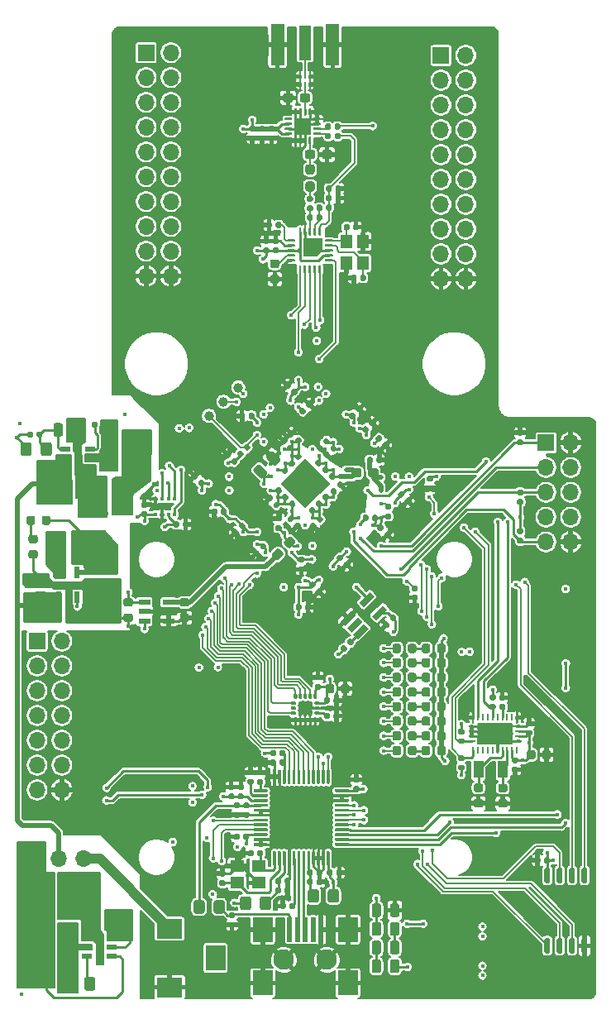
<source format=gbr>
%TF.GenerationSoftware,KiCad,Pcbnew,(5.1.6)-1*%
%TF.CreationDate,2020-12-21T13:22:22+01:00*%
%TF.ProjectId,PCB-Drone-With-FPGA,5043422d-4472-46f6-9e65-2d576974682d,rev?*%
%TF.SameCoordinates,Original*%
%TF.FileFunction,Copper,L1,Top*%
%TF.FilePolarity,Positive*%
%FSLAX46Y46*%
G04 Gerber Fmt 4.6, Leading zero omitted, Abs format (unit mm)*
G04 Created by KiCad (PCBNEW (5.1.6)-1) date 2020-12-21 13:22:22*
%MOMM*%
%LPD*%
G01*
G04 APERTURE LIST*
%TA.AperFunction,SMDPad,CuDef*%
%ADD10C,0.100000*%
%TD*%
%TA.AperFunction,SMDPad,CuDef*%
%ADD11R,1.050000X0.550000*%
%TD*%
%TA.AperFunction,SMDPad,CuDef*%
%ADD12R,1.250000X0.600000*%
%TD*%
%TA.AperFunction,SMDPad,CuDef*%
%ADD13R,0.600000X1.150000*%
%TD*%
%TA.AperFunction,SMDPad,CuDef*%
%ADD14R,1.200000X1.400000*%
%TD*%
%TA.AperFunction,SMDPad,CuDef*%
%ADD15R,1.750000X1.750000*%
%TD*%
%TA.AperFunction,SMDPad,CuDef*%
%ADD16R,0.250000X0.550000*%
%TD*%
%TA.AperFunction,SMDPad,CuDef*%
%ADD17R,1.400000X1.200000*%
%TD*%
%TA.AperFunction,SMDPad,CuDef*%
%ADD18C,1.000000*%
%TD*%
%TA.AperFunction,SMDPad,CuDef*%
%ADD19R,1.000000X1.800000*%
%TD*%
%TA.AperFunction,SMDPad,CuDef*%
%ADD20R,1.500000X3.600000*%
%TD*%
%TA.AperFunction,SMDPad,CuDef*%
%ADD21R,1.000000X3.000000*%
%TD*%
%TA.AperFunction,SMDPad,CuDef*%
%ADD22R,1.500000X4.000000*%
%TD*%
%TA.AperFunction,ComponentPad*%
%ADD23O,1.700000X1.700000*%
%TD*%
%TA.AperFunction,ComponentPad*%
%ADD24R,1.700000X1.700000*%
%TD*%
%TA.AperFunction,ComponentPad*%
%ADD25C,2.100000*%
%TD*%
%TA.AperFunction,SMDPad,CuDef*%
%ADD26R,0.500000X2.500000*%
%TD*%
%TA.AperFunction,SMDPad,CuDef*%
%ADD27R,2.000000X2.500000*%
%TD*%
%TA.AperFunction,ComponentPad*%
%ADD28R,2.600000X2.000000*%
%TD*%
%TA.AperFunction,ComponentPad*%
%ADD29R,2.000000X2.600000*%
%TD*%
%TA.AperFunction,SMDPad,CuDef*%
%ADD30R,0.355600X0.355600*%
%TD*%
%TA.AperFunction,SMDPad,CuDef*%
%ADD31R,0.675000X0.254000*%
%TD*%
%TA.AperFunction,SMDPad,CuDef*%
%ADD32R,0.254000X0.675000*%
%TD*%
%TA.AperFunction,SMDPad,CuDef*%
%ADD33R,1.270000X3.600000*%
%TD*%
%TA.AperFunction,SMDPad,CuDef*%
%ADD34R,1.350000X4.200000*%
%TD*%
%TA.AperFunction,ViaPad*%
%ADD35C,0.450000*%
%TD*%
%TA.AperFunction,Conductor*%
%ADD36C,0.293370*%
%TD*%
%TA.AperFunction,Conductor*%
%ADD37C,0.250000*%
%TD*%
%TA.AperFunction,Conductor*%
%ADD38C,0.500000*%
%TD*%
%TA.AperFunction,Conductor*%
%ADD39C,0.146800*%
%TD*%
%TA.AperFunction,Conductor*%
%ADD40C,0.127000*%
%TD*%
%TA.AperFunction,Conductor*%
%ADD41C,1.000000*%
%TD*%
%TA.AperFunction,Conductor*%
%ADD42C,0.200000*%
%TD*%
%TA.AperFunction,Conductor*%
%ADD43C,0.254000*%
%TD*%
G04 APERTURE END LIST*
%TA.AperFunction,SMDPad,CuDef*%
D10*
%TO.P,U801,21*%
%TO.N,GND*%
G36*
X131720000Y-61890000D02*
G01*
X131720000Y-63190000D01*
X131120000Y-63790000D01*
X129820000Y-63790000D01*
X129820000Y-61890000D01*
X131720000Y-61890000D01*
G37*
%TD.AperFunction*%
%TO.P,U801,20*%
%TA.AperFunction,SMDPad,CuDef*%
G36*
G01*
X128882500Y-64265000D02*
X128182500Y-64265000D01*
G75*
G02*
X128120000Y-64202500I0J62500D01*
G01*
X128120000Y-64077500D01*
G75*
G02*
X128182500Y-64015000I62500J0D01*
G01*
X128882500Y-64015000D01*
G75*
G02*
X128945000Y-64077500I0J-62500D01*
G01*
X128945000Y-64202500D01*
G75*
G02*
X128882500Y-64265000I-62500J0D01*
G01*
G37*
%TD.AperFunction*%
%TO.P,U801,19*%
%TO.N,Net-(C801-Pad1)*%
%TA.AperFunction,SMDPad,CuDef*%
G36*
G01*
X128882500Y-63765000D02*
X128182500Y-63765000D01*
G75*
G02*
X128120000Y-63702500I0J62500D01*
G01*
X128120000Y-63577500D01*
G75*
G02*
X128182500Y-63515000I62500J0D01*
G01*
X128882500Y-63515000D01*
G75*
G02*
X128945000Y-63577500I0J-62500D01*
G01*
X128945000Y-63702500D01*
G75*
G02*
X128882500Y-63765000I-62500J0D01*
G01*
G37*
%TD.AperFunction*%
%TO.P,U801,18*%
%TO.N,+3V3*%
%TA.AperFunction,SMDPad,CuDef*%
G36*
G01*
X128882500Y-63265000D02*
X128182500Y-63265000D01*
G75*
G02*
X128120000Y-63202500I0J62500D01*
G01*
X128120000Y-63077500D01*
G75*
G02*
X128182500Y-63015000I62500J0D01*
G01*
X128882500Y-63015000D01*
G75*
G02*
X128945000Y-63077500I0J-62500D01*
G01*
X128945000Y-63202500D01*
G75*
G02*
X128882500Y-63265000I-62500J0D01*
G01*
G37*
%TD.AperFunction*%
%TO.P,U801,17*%
%TO.N,GND*%
%TA.AperFunction,SMDPad,CuDef*%
G36*
G01*
X128882500Y-62765000D02*
X128182500Y-62765000D01*
G75*
G02*
X128120000Y-62702500I0J62500D01*
G01*
X128120000Y-62577500D01*
G75*
G02*
X128182500Y-62515000I62500J0D01*
G01*
X128882500Y-62515000D01*
G75*
G02*
X128945000Y-62577500I0J-62500D01*
G01*
X128945000Y-62702500D01*
G75*
G02*
X128882500Y-62765000I-62500J0D01*
G01*
G37*
%TD.AperFunction*%
%TO.P,U801,16*%
%TO.N,Net-(R801-Pad1)*%
%TA.AperFunction,SMDPad,CuDef*%
G36*
G01*
X128882500Y-62265000D02*
X128182500Y-62265000D01*
G75*
G02*
X128120000Y-62202500I0J62500D01*
G01*
X128120000Y-62077500D01*
G75*
G02*
X128182500Y-62015000I62500J0D01*
G01*
X128882500Y-62015000D01*
G75*
G02*
X128945000Y-62077500I0J-62500D01*
G01*
X128945000Y-62202500D01*
G75*
G02*
X128882500Y-62265000I-62500J0D01*
G01*
G37*
%TD.AperFunction*%
%TO.P,U801,15*%
%TO.N,+3V3*%
%TA.AperFunction,SMDPad,CuDef*%
G36*
G01*
X129532500Y-61615000D02*
X129407500Y-61615000D01*
G75*
G02*
X129345000Y-61552500I0J62500D01*
G01*
X129345000Y-60852500D01*
G75*
G02*
X129407500Y-60790000I62500J0D01*
G01*
X129532500Y-60790000D01*
G75*
G02*
X129595000Y-60852500I0J-62500D01*
G01*
X129595000Y-61552500D01*
G75*
G02*
X129532500Y-61615000I-62500J0D01*
G01*
G37*
%TD.AperFunction*%
%TO.P,U801,14*%
%TO.N,GND*%
%TA.AperFunction,SMDPad,CuDef*%
G36*
G01*
X130032500Y-61615000D02*
X129907500Y-61615000D01*
G75*
G02*
X129845000Y-61552500I0J62500D01*
G01*
X129845000Y-60852500D01*
G75*
G02*
X129907500Y-60790000I62500J0D01*
G01*
X130032500Y-60790000D01*
G75*
G02*
X130095000Y-60852500I0J-62500D01*
G01*
X130095000Y-61552500D01*
G75*
G02*
X130032500Y-61615000I-62500J0D01*
G01*
G37*
%TD.AperFunction*%
%TO.P,U801,13*%
%TO.N,Net-(L801-Pad2)*%
%TA.AperFunction,SMDPad,CuDef*%
G36*
G01*
X130532500Y-61615000D02*
X130407500Y-61615000D01*
G75*
G02*
X130345000Y-61552500I0J62500D01*
G01*
X130345000Y-60852500D01*
G75*
G02*
X130407500Y-60790000I62500J0D01*
G01*
X130532500Y-60790000D01*
G75*
G02*
X130595000Y-60852500I0J-62500D01*
G01*
X130595000Y-61552500D01*
G75*
G02*
X130532500Y-61615000I-62500J0D01*
G01*
G37*
%TD.AperFunction*%
%TO.P,U801,12*%
%TO.N,Net-(L801-Pad1)*%
%TA.AperFunction,SMDPad,CuDef*%
G36*
G01*
X131032500Y-61615000D02*
X130907500Y-61615000D01*
G75*
G02*
X130845000Y-61552500I0J62500D01*
G01*
X130845000Y-60852500D01*
G75*
G02*
X130907500Y-60790000I62500J0D01*
G01*
X131032500Y-60790000D01*
G75*
G02*
X131095000Y-60852500I0J-62500D01*
G01*
X131095000Y-61552500D01*
G75*
G02*
X131032500Y-61615000I-62500J0D01*
G01*
G37*
%TD.AperFunction*%
%TO.P,U801,11*%
%TO.N,/nRF24L01+ Radio module/VDD_PA*%
%TA.AperFunction,SMDPad,CuDef*%
G36*
G01*
X131532500Y-61615000D02*
X131407500Y-61615000D01*
G75*
G02*
X131345000Y-61552500I0J62500D01*
G01*
X131345000Y-60852500D01*
G75*
G02*
X131407500Y-60790000I62500J0D01*
G01*
X131532500Y-60790000D01*
G75*
G02*
X131595000Y-60852500I0J-62500D01*
G01*
X131595000Y-61552500D01*
G75*
G02*
X131532500Y-61615000I-62500J0D01*
G01*
G37*
%TD.AperFunction*%
%TO.P,U801,10*%
%TO.N,Net-(C805-Pad2)*%
%TA.AperFunction,SMDPad,CuDef*%
G36*
G01*
X132757500Y-62265000D02*
X132057500Y-62265000D01*
G75*
G02*
X131995000Y-62202500I0J62500D01*
G01*
X131995000Y-62077500D01*
G75*
G02*
X132057500Y-62015000I62500J0D01*
G01*
X132757500Y-62015000D01*
G75*
G02*
X132820000Y-62077500I0J-62500D01*
G01*
X132820000Y-62202500D01*
G75*
G02*
X132757500Y-62265000I-62500J0D01*
G01*
G37*
%TD.AperFunction*%
%TO.P,U801,9*%
%TO.N,Net-(C804-Pad2)*%
%TA.AperFunction,SMDPad,CuDef*%
G36*
G01*
X132757500Y-62765000D02*
X132057500Y-62765000D01*
G75*
G02*
X131995000Y-62702500I0J62500D01*
G01*
X131995000Y-62577500D01*
G75*
G02*
X132057500Y-62515000I62500J0D01*
G01*
X132757500Y-62515000D01*
G75*
G02*
X132820000Y-62577500I0J-62500D01*
G01*
X132820000Y-62702500D01*
G75*
G02*
X132757500Y-62765000I-62500J0D01*
G01*
G37*
%TD.AperFunction*%
%TO.P,U801,8*%
%TO.N,GND*%
%TA.AperFunction,SMDPad,CuDef*%
G36*
G01*
X132757500Y-63265000D02*
X132057500Y-63265000D01*
G75*
G02*
X131995000Y-63202500I0J62500D01*
G01*
X131995000Y-63077500D01*
G75*
G02*
X132057500Y-63015000I62500J0D01*
G01*
X132757500Y-63015000D01*
G75*
G02*
X132820000Y-63077500I0J-62500D01*
G01*
X132820000Y-63202500D01*
G75*
G02*
X132757500Y-63265000I-62500J0D01*
G01*
G37*
%TD.AperFunction*%
%TO.P,U801,7*%
%TO.N,+3V3*%
%TA.AperFunction,SMDPad,CuDef*%
G36*
G01*
X132757500Y-63765000D02*
X132057500Y-63765000D01*
G75*
G02*
X131995000Y-63702500I0J62500D01*
G01*
X131995000Y-63577500D01*
G75*
G02*
X132057500Y-63515000I62500J0D01*
G01*
X132757500Y-63515000D01*
G75*
G02*
X132820000Y-63577500I0J-62500D01*
G01*
X132820000Y-63702500D01*
G75*
G02*
X132757500Y-63765000I-62500J0D01*
G01*
G37*
%TD.AperFunction*%
%TO.P,U801,6*%
%TO.N,nRF_IRQ*%
%TA.AperFunction,SMDPad,CuDef*%
G36*
G01*
X132757500Y-64265000D02*
X132057500Y-64265000D01*
G75*
G02*
X131995000Y-64202500I0J62500D01*
G01*
X131995000Y-64077500D01*
G75*
G02*
X132057500Y-64015000I62500J0D01*
G01*
X132757500Y-64015000D01*
G75*
G02*
X132820000Y-64077500I0J-62500D01*
G01*
X132820000Y-64202500D01*
G75*
G02*
X132757500Y-64265000I-62500J0D01*
G01*
G37*
%TD.AperFunction*%
%TO.P,U801,5*%
%TO.N,nRF_MISO*%
%TA.AperFunction,SMDPad,CuDef*%
G36*
G01*
X131532500Y-65490000D02*
X131407500Y-65490000D01*
G75*
G02*
X131345000Y-65427500I0J62500D01*
G01*
X131345000Y-64727500D01*
G75*
G02*
X131407500Y-64665000I62500J0D01*
G01*
X131532500Y-64665000D01*
G75*
G02*
X131595000Y-64727500I0J-62500D01*
G01*
X131595000Y-65427500D01*
G75*
G02*
X131532500Y-65490000I-62500J0D01*
G01*
G37*
%TD.AperFunction*%
%TO.P,U801,4*%
%TO.N,nRF_MOSI*%
%TA.AperFunction,SMDPad,CuDef*%
G36*
G01*
X131032500Y-65490000D02*
X130907500Y-65490000D01*
G75*
G02*
X130845000Y-65427500I0J62500D01*
G01*
X130845000Y-64727500D01*
G75*
G02*
X130907500Y-64665000I62500J0D01*
G01*
X131032500Y-64665000D01*
G75*
G02*
X131095000Y-64727500I0J-62500D01*
G01*
X131095000Y-65427500D01*
G75*
G02*
X131032500Y-65490000I-62500J0D01*
G01*
G37*
%TD.AperFunction*%
%TO.P,U801,3*%
%TO.N,nRF_SCLK*%
%TA.AperFunction,SMDPad,CuDef*%
G36*
G01*
X130532500Y-65490000D02*
X130407500Y-65490000D01*
G75*
G02*
X130345000Y-65427500I0J62500D01*
G01*
X130345000Y-64727500D01*
G75*
G02*
X130407500Y-64665000I62500J0D01*
G01*
X130532500Y-64665000D01*
G75*
G02*
X130595000Y-64727500I0J-62500D01*
G01*
X130595000Y-65427500D01*
G75*
G02*
X130532500Y-65490000I-62500J0D01*
G01*
G37*
%TD.AperFunction*%
%TO.P,U801,2*%
%TO.N,nRF_CSn*%
%TA.AperFunction,SMDPad,CuDef*%
G36*
G01*
X130032500Y-65490000D02*
X129907500Y-65490000D01*
G75*
G02*
X129845000Y-65427500I0J62500D01*
G01*
X129845000Y-64727500D01*
G75*
G02*
X129907500Y-64665000I62500J0D01*
G01*
X130032500Y-64665000D01*
G75*
G02*
X130095000Y-64727500I0J-62500D01*
G01*
X130095000Y-65427500D01*
G75*
G02*
X130032500Y-65490000I-62500J0D01*
G01*
G37*
%TD.AperFunction*%
%TO.P,U801,1*%
%TO.N,nRF_CE*%
%TA.AperFunction,SMDPad,CuDef*%
G36*
G01*
X129532500Y-65490000D02*
X129407500Y-65490000D01*
G75*
G02*
X129345000Y-65427500I0J62500D01*
G01*
X129345000Y-64727500D01*
G75*
G02*
X129407500Y-64665000I62500J0D01*
G01*
X129532500Y-64665000D01*
G75*
G02*
X129595000Y-64727500I0J-62500D01*
G01*
X129595000Y-65427500D01*
G75*
G02*
X129532500Y-65490000I-62500J0D01*
G01*
G37*
%TD.AperFunction*%
%TD*%
D11*
%TO.P,U501,6*%
%TO.N,/Power Distribution and Estimation/1v2 power regulator/1v2_BST*%
X107990000Y-83470000D03*
%TO.P,U501,5*%
%TO.N,/Power Distribution and Estimation/1v2 power regulator/1v2_SW*%
X107990000Y-84420000D03*
%TO.P,U501,4*%
%TO.N,GND*%
X107990000Y-85370000D03*
%TO.P,U501,3*%
%TO.N,+5V*%
X105390000Y-85370000D03*
%TO.P,U501,2*%
X105390000Y-84420000D03*
%TO.P,U501,1*%
%TO.N,/Power Distribution and Estimation/1v2 power regulator/1v2_FB*%
X105390000Y-83470000D03*
%TD*%
D12*
%TO.P,U402,5*%
%TO.N,+2V5*%
X116012498Y-99151166D03*
%TO.P,U402,4*%
%TO.N,GND*%
X116012498Y-101051166D03*
%TO.P,U402,3*%
%TO.N,+3V3*%
X113512498Y-101051166D03*
%TO.P,U402,2*%
%TO.N,GND*%
X113512498Y-100101166D03*
%TO.P,U402,1*%
%TO.N,+3V3*%
X113512498Y-99151166D03*
%TD*%
D13*
%TO.P,U401,5*%
%TO.N,/Power Distribution and Estimation/3v3 and 2v5 power regulators/3v3_LX*%
X104730000Y-96108000D03*
%TO.P,U401,4*%
%TO.N,+3V3*%
X106630000Y-96108000D03*
%TO.P,U401,3*%
%TO.N,+5V*%
X106630000Y-98608000D03*
%TO.P,U401,2*%
%TO.N,GND*%
X105680000Y-98608000D03*
%TO.P,U401,1*%
%TO.N,+5V*%
X104730000Y-98608000D03*
%TD*%
D11*
%TO.P,U301,6*%
%TO.N,/Power Distribution and Estimation/5v Power regulator/5v_BST*%
X107599999Y-135400000D03*
%TO.P,U301,5*%
%TO.N,/Power Distribution and Estimation/5v Power regulator/5v_SW*%
X107599999Y-134450000D03*
%TO.P,U301,4*%
%TO.N,GND*%
X107599999Y-133500000D03*
%TO.P,U301,3*%
%TO.N,+10V*%
X110199999Y-133500000D03*
%TO.P,U301,2*%
X110199999Y-134450000D03*
%TO.P,U301,1*%
%TO.N,/Power Distribution and Estimation/5v-regulator*%
X110199999Y-135400000D03*
%TD*%
D14*
%TO.P,X801,4*%
%TO.N,GND*%
X134210000Y-64420000D03*
%TO.P,X801,3*%
%TO.N,Net-(C805-Pad2)*%
X134210000Y-62220000D03*
%TO.P,X801,2*%
%TO.N,GND*%
X135910000Y-62220000D03*
%TO.P,X801,1*%
%TO.N,Net-(C804-Pad2)*%
X135910000Y-64420000D03*
%TD*%
%TO.P,R803,2*%
%TO.N,/nRF24L01+ Radio module/RXEN*%
%TA.AperFunction,SMDPad,CuDef*%
G36*
G01*
X132615000Y-50287500D02*
X132615000Y-50632500D01*
G75*
G02*
X132467500Y-50780000I-147500J0D01*
G01*
X132172500Y-50780000D01*
G75*
G02*
X132025000Y-50632500I0J147500D01*
G01*
X132025000Y-50287500D01*
G75*
G02*
X132172500Y-50140000I147500J0D01*
G01*
X132467500Y-50140000D01*
G75*
G02*
X132615000Y-50287500I0J-147500D01*
G01*
G37*
%TD.AperFunction*%
%TO.P,R803,1*%
%TO.N,nRF_CE*%
%TA.AperFunction,SMDPad,CuDef*%
G36*
G01*
X133585000Y-50287500D02*
X133585000Y-50632500D01*
G75*
G02*
X133437500Y-50780000I-147500J0D01*
G01*
X133142500Y-50780000D01*
G75*
G02*
X132995000Y-50632500I0J147500D01*
G01*
X132995000Y-50287500D01*
G75*
G02*
X133142500Y-50140000I147500J0D01*
G01*
X133437500Y-50140000D01*
G75*
G02*
X133585000Y-50287500I0J-147500D01*
G01*
G37*
%TD.AperFunction*%
%TD*%
%TO.P,R802,2*%
%TO.N,/nRF24L01+ Radio module/TXEN*%
%TA.AperFunction,SMDPad,CuDef*%
G36*
G01*
X132620000Y-51247500D02*
X132620000Y-51592500D01*
G75*
G02*
X132472500Y-51740000I-147500J0D01*
G01*
X132177500Y-51740000D01*
G75*
G02*
X132030000Y-51592500I0J147500D01*
G01*
X132030000Y-51247500D01*
G75*
G02*
X132177500Y-51100000I147500J0D01*
G01*
X132472500Y-51100000D01*
G75*
G02*
X132620000Y-51247500I0J-147500D01*
G01*
G37*
%TD.AperFunction*%
%TO.P,R802,1*%
%TO.N,/nRF24L01+ Radio module/VDD_PA*%
%TA.AperFunction,SMDPad,CuDef*%
G36*
G01*
X133590000Y-51247500D02*
X133590000Y-51592500D01*
G75*
G02*
X133442500Y-51740000I-147500J0D01*
G01*
X133147500Y-51740000D01*
G75*
G02*
X133000000Y-51592500I0J147500D01*
G01*
X133000000Y-51247500D01*
G75*
G02*
X133147500Y-51100000I147500J0D01*
G01*
X133442500Y-51100000D01*
G75*
G02*
X133590000Y-51247500I0J-147500D01*
G01*
G37*
%TD.AperFunction*%
%TD*%
%TO.P,R801,2*%
%TO.N,GND*%
%TA.AperFunction,SMDPad,CuDef*%
G36*
G01*
X126580000Y-60367500D02*
X126580000Y-60712500D01*
G75*
G02*
X126432500Y-60860000I-147500J0D01*
G01*
X126137500Y-60860000D01*
G75*
G02*
X125990000Y-60712500I0J147500D01*
G01*
X125990000Y-60367500D01*
G75*
G02*
X126137500Y-60220000I147500J0D01*
G01*
X126432500Y-60220000D01*
G75*
G02*
X126580000Y-60367500I0J-147500D01*
G01*
G37*
%TD.AperFunction*%
%TO.P,R801,1*%
%TO.N,Net-(R801-Pad1)*%
%TA.AperFunction,SMDPad,CuDef*%
G36*
G01*
X127550000Y-60367500D02*
X127550000Y-60712500D01*
G75*
G02*
X127402500Y-60860000I-147500J0D01*
G01*
X127107500Y-60860000D01*
G75*
G02*
X126960000Y-60712500I0J147500D01*
G01*
X126960000Y-60367500D01*
G75*
G02*
X127107500Y-60220000I147500J0D01*
G01*
X127402500Y-60220000D01*
G75*
G02*
X127550000Y-60367500I0J-147500D01*
G01*
G37*
%TD.AperFunction*%
%TD*%
%TO.P,L803,2*%
%TO.N,Net-(C807-Pad2)*%
%TA.AperFunction,SMDPad,CuDef*%
G36*
G01*
X130642500Y-58160000D02*
X130297500Y-58160000D01*
G75*
G02*
X130150000Y-58012500I0J147500D01*
G01*
X130150000Y-57717500D01*
G75*
G02*
X130297500Y-57570000I147500J0D01*
G01*
X130642500Y-57570000D01*
G75*
G02*
X130790000Y-57717500I0J-147500D01*
G01*
X130790000Y-58012500D01*
G75*
G02*
X130642500Y-58160000I-147500J0D01*
G01*
G37*
%TD.AperFunction*%
%TO.P,L803,1*%
%TO.N,Net-(L801-Pad2)*%
%TA.AperFunction,SMDPad,CuDef*%
G36*
G01*
X130642500Y-59130000D02*
X130297500Y-59130000D01*
G75*
G02*
X130150000Y-58982500I0J147500D01*
G01*
X130150000Y-58687500D01*
G75*
G02*
X130297500Y-58540000I147500J0D01*
G01*
X130642500Y-58540000D01*
G75*
G02*
X130790000Y-58687500I0J-147500D01*
G01*
X130790000Y-58982500D01*
G75*
G02*
X130642500Y-59130000I-147500J0D01*
G01*
G37*
%TD.AperFunction*%
%TD*%
%TO.P,L802,2*%
%TO.N,/nRF24L01+ Radio module/VDD_PA*%
%TA.AperFunction,SMDPad,CuDef*%
G36*
G01*
X132120000Y-58942500D02*
X132120000Y-58597500D01*
G75*
G02*
X132267500Y-58450000I147500J0D01*
G01*
X132562500Y-58450000D01*
G75*
G02*
X132710000Y-58597500I0J-147500D01*
G01*
X132710000Y-58942500D01*
G75*
G02*
X132562500Y-59090000I-147500J0D01*
G01*
X132267500Y-59090000D01*
G75*
G02*
X132120000Y-58942500I0J147500D01*
G01*
G37*
%TD.AperFunction*%
%TO.P,L802,1*%
%TO.N,Net-(L801-Pad1)*%
%TA.AperFunction,SMDPad,CuDef*%
G36*
G01*
X131150000Y-58942500D02*
X131150000Y-58597500D01*
G75*
G02*
X131297500Y-58450000I147500J0D01*
G01*
X131592500Y-58450000D01*
G75*
G02*
X131740000Y-58597500I0J-147500D01*
G01*
X131740000Y-58942500D01*
G75*
G02*
X131592500Y-59090000I-147500J0D01*
G01*
X131297500Y-59090000D01*
G75*
G02*
X131150000Y-58942500I0J147500D01*
G01*
G37*
%TD.AperFunction*%
%TD*%
%TO.P,L801,2*%
%TO.N,Net-(L801-Pad2)*%
%TA.AperFunction,SMDPad,CuDef*%
G36*
G01*
X130765000Y-59607500D02*
X130765000Y-59952500D01*
G75*
G02*
X130617500Y-60100000I-147500J0D01*
G01*
X130322500Y-60100000D01*
G75*
G02*
X130175000Y-59952500I0J147500D01*
G01*
X130175000Y-59607500D01*
G75*
G02*
X130322500Y-59460000I147500J0D01*
G01*
X130617500Y-59460000D01*
G75*
G02*
X130765000Y-59607500I0J-147500D01*
G01*
G37*
%TD.AperFunction*%
%TO.P,L801,1*%
%TO.N,Net-(L801-Pad1)*%
%TA.AperFunction,SMDPad,CuDef*%
G36*
G01*
X131735000Y-59607500D02*
X131735000Y-59952500D01*
G75*
G02*
X131587500Y-60100000I-147500J0D01*
G01*
X131292500Y-60100000D01*
G75*
G02*
X131145000Y-59952500I0J147500D01*
G01*
X131145000Y-59607500D01*
G75*
G02*
X131292500Y-59460000I147500J0D01*
G01*
X131587500Y-59460000D01*
G75*
G02*
X131735000Y-59607500I0J-147500D01*
G01*
G37*
%TD.AperFunction*%
%TD*%
%TO.P,C813,2*%
%TO.N,Net-(C813-Pad2)*%
%TA.AperFunction,SMDPad,CuDef*%
G36*
G01*
X129455000Y-47757500D02*
X129455000Y-47282500D01*
G75*
G02*
X129692500Y-47045000I237500J0D01*
G01*
X130267500Y-47045000D01*
G75*
G02*
X130505000Y-47282500I0J-237500D01*
G01*
X130505000Y-47757500D01*
G75*
G02*
X130267500Y-47995000I-237500J0D01*
G01*
X129692500Y-47995000D01*
G75*
G02*
X129455000Y-47757500I0J237500D01*
G01*
G37*
%TD.AperFunction*%
%TO.P,C813,1*%
%TO.N,GND*%
%TA.AperFunction,SMDPad,CuDef*%
G36*
G01*
X127705000Y-47757500D02*
X127705000Y-47282500D01*
G75*
G02*
X127942500Y-47045000I237500J0D01*
G01*
X128517500Y-47045000D01*
G75*
G02*
X128755000Y-47282500I0J-237500D01*
G01*
X128755000Y-47757500D01*
G75*
G02*
X128517500Y-47995000I-237500J0D01*
G01*
X127942500Y-47995000D01*
G75*
G02*
X127705000Y-47757500I0J237500D01*
G01*
G37*
%TD.AperFunction*%
%TD*%
%TO.P,C812,2*%
%TO.N,+3V3*%
%TA.AperFunction,SMDPad,CuDef*%
G36*
G01*
X124752500Y-50980000D02*
X124407500Y-50980000D01*
G75*
G02*
X124260000Y-50832500I0J147500D01*
G01*
X124260000Y-50537500D01*
G75*
G02*
X124407500Y-50390000I147500J0D01*
G01*
X124752500Y-50390000D01*
G75*
G02*
X124900000Y-50537500I0J-147500D01*
G01*
X124900000Y-50832500D01*
G75*
G02*
X124752500Y-50980000I-147500J0D01*
G01*
G37*
%TD.AperFunction*%
%TO.P,C812,1*%
%TO.N,GND*%
%TA.AperFunction,SMDPad,CuDef*%
G36*
G01*
X124752500Y-51950000D02*
X124407500Y-51950000D01*
G75*
G02*
X124260000Y-51802500I0J147500D01*
G01*
X124260000Y-51507500D01*
G75*
G02*
X124407500Y-51360000I147500J0D01*
G01*
X124752500Y-51360000D01*
G75*
G02*
X124900000Y-51507500I0J-147500D01*
G01*
X124900000Y-51802500D01*
G75*
G02*
X124752500Y-51950000I-147500J0D01*
G01*
G37*
%TD.AperFunction*%
%TD*%
%TO.P,C811,2*%
%TO.N,+3V3*%
%TA.AperFunction,SMDPad,CuDef*%
G36*
G01*
X125742500Y-50980000D02*
X125397500Y-50980000D01*
G75*
G02*
X125250000Y-50832500I0J147500D01*
G01*
X125250000Y-50537500D01*
G75*
G02*
X125397500Y-50390000I147500J0D01*
G01*
X125742500Y-50390000D01*
G75*
G02*
X125890000Y-50537500I0J-147500D01*
G01*
X125890000Y-50832500D01*
G75*
G02*
X125742500Y-50980000I-147500J0D01*
G01*
G37*
%TD.AperFunction*%
%TO.P,C811,1*%
%TO.N,GND*%
%TA.AperFunction,SMDPad,CuDef*%
G36*
G01*
X125742500Y-51950000D02*
X125397500Y-51950000D01*
G75*
G02*
X125250000Y-51802500I0J147500D01*
G01*
X125250000Y-51507500D01*
G75*
G02*
X125397500Y-51360000I147500J0D01*
G01*
X125742500Y-51360000D01*
G75*
G02*
X125890000Y-51507500I0J-147500D01*
G01*
X125890000Y-51802500D01*
G75*
G02*
X125742500Y-51950000I-147500J0D01*
G01*
G37*
%TD.AperFunction*%
%TD*%
%TO.P,C810,2*%
%TO.N,+3V3*%
%TA.AperFunction,SMDPad,CuDef*%
G36*
G01*
X126722500Y-50979999D02*
X126377500Y-50979999D01*
G75*
G02*
X126230000Y-50832499I0J147500D01*
G01*
X126230000Y-50537499D01*
G75*
G02*
X126377500Y-50389999I147500J0D01*
G01*
X126722500Y-50389999D01*
G75*
G02*
X126870000Y-50537499I0J-147500D01*
G01*
X126870000Y-50832499D01*
G75*
G02*
X126722500Y-50979999I-147500J0D01*
G01*
G37*
%TD.AperFunction*%
%TO.P,C810,1*%
%TO.N,GND*%
%TA.AperFunction,SMDPad,CuDef*%
G36*
G01*
X126722500Y-51949999D02*
X126377500Y-51949999D01*
G75*
G02*
X126230000Y-51802499I0J147500D01*
G01*
X126230000Y-51507499D01*
G75*
G02*
X126377500Y-51359999I147500J0D01*
G01*
X126722500Y-51359999D01*
G75*
G02*
X126870000Y-51507499I0J-147500D01*
G01*
X126870000Y-51802499D01*
G75*
G02*
X126722500Y-51949999I-147500J0D01*
G01*
G37*
%TD.AperFunction*%
%TD*%
%TO.P,C809,2*%
%TO.N,Net-(C807-Pad1)*%
%TA.AperFunction,SMDPad,CuDef*%
G36*
G01*
X131004999Y-53082500D02*
X131004999Y-53557500D01*
G75*
G02*
X130767499Y-53795000I-237500J0D01*
G01*
X130192499Y-53795000D01*
G75*
G02*
X129954999Y-53557500I0J237500D01*
G01*
X129954999Y-53082500D01*
G75*
G02*
X130192499Y-52845000I237500J0D01*
G01*
X130767499Y-52845000D01*
G75*
G02*
X131004999Y-53082500I0J-237500D01*
G01*
G37*
%TD.AperFunction*%
%TO.P,C809,1*%
%TO.N,GND*%
%TA.AperFunction,SMDPad,CuDef*%
G36*
G01*
X132754999Y-53082500D02*
X132754999Y-53557500D01*
G75*
G02*
X132517499Y-53795000I-237500J0D01*
G01*
X131942499Y-53795000D01*
G75*
G02*
X131704999Y-53557500I0J237500D01*
G01*
X131704999Y-53082500D01*
G75*
G02*
X131942499Y-52845000I237500J0D01*
G01*
X132517499Y-52845000D01*
G75*
G02*
X132754999Y-53082500I0J-237500D01*
G01*
G37*
%TD.AperFunction*%
%TD*%
%TO.P,C808,2*%
%TO.N,/nRF24L01+ Radio module/VDD_PA*%
%TA.AperFunction,SMDPad,CuDef*%
G36*
G01*
X132710000Y-57607500D02*
X132710000Y-57952500D01*
G75*
G02*
X132562500Y-58100000I-147500J0D01*
G01*
X132267500Y-58100000D01*
G75*
G02*
X132120000Y-57952500I0J147500D01*
G01*
X132120000Y-57607500D01*
G75*
G02*
X132267500Y-57460000I147500J0D01*
G01*
X132562500Y-57460000D01*
G75*
G02*
X132710000Y-57607500I0J-147500D01*
G01*
G37*
%TD.AperFunction*%
%TO.P,C808,1*%
%TO.N,GND*%
%TA.AperFunction,SMDPad,CuDef*%
G36*
G01*
X133680000Y-57607500D02*
X133680000Y-57952500D01*
G75*
G02*
X133532500Y-58100000I-147500J0D01*
G01*
X133237500Y-58100000D01*
G75*
G02*
X133090000Y-57952500I0J147500D01*
G01*
X133090000Y-57607500D01*
G75*
G02*
X133237500Y-57460000I147500J0D01*
G01*
X133532500Y-57460000D01*
G75*
G02*
X133680000Y-57607500I0J-147500D01*
G01*
G37*
%TD.AperFunction*%
%TD*%
%TO.P,C807,2*%
%TO.N,Net-(C807-Pad2)*%
%TA.AperFunction,SMDPad,CuDef*%
G36*
G01*
X130247500Y-56064999D02*
X130722500Y-56064999D01*
G75*
G02*
X130960000Y-56302499I0J-237500D01*
G01*
X130960000Y-56877499D01*
G75*
G02*
X130722500Y-57114999I-237500J0D01*
G01*
X130247500Y-57114999D01*
G75*
G02*
X130010000Y-56877499I0J237500D01*
G01*
X130010000Y-56302499D01*
G75*
G02*
X130247500Y-56064999I237500J0D01*
G01*
G37*
%TD.AperFunction*%
%TO.P,C807,1*%
%TO.N,Net-(C807-Pad1)*%
%TA.AperFunction,SMDPad,CuDef*%
G36*
G01*
X130247500Y-54314999D02*
X130722500Y-54314999D01*
G75*
G02*
X130960000Y-54552499I0J-237500D01*
G01*
X130960000Y-55127499D01*
G75*
G02*
X130722500Y-55364999I-237500J0D01*
G01*
X130247500Y-55364999D01*
G75*
G02*
X130010000Y-55127499I0J237500D01*
G01*
X130010000Y-54552499D01*
G75*
G02*
X130247500Y-54314999I237500J0D01*
G01*
G37*
%TD.AperFunction*%
%TD*%
%TO.P,C806,2*%
%TO.N,/nRF24L01+ Radio module/VDD_PA*%
%TA.AperFunction,SMDPad,CuDef*%
G36*
G01*
X132710000Y-56627500D02*
X132710000Y-56972500D01*
G75*
G02*
X132562500Y-57120000I-147500J0D01*
G01*
X132267500Y-57120000D01*
G75*
G02*
X132120000Y-56972500I0J147500D01*
G01*
X132120000Y-56627500D01*
G75*
G02*
X132267500Y-56480000I147500J0D01*
G01*
X132562500Y-56480000D01*
G75*
G02*
X132710000Y-56627500I0J-147500D01*
G01*
G37*
%TD.AperFunction*%
%TO.P,C806,1*%
%TO.N,GND*%
%TA.AperFunction,SMDPad,CuDef*%
G36*
G01*
X133680000Y-56627500D02*
X133680000Y-56972500D01*
G75*
G02*
X133532500Y-57120000I-147500J0D01*
G01*
X133237500Y-57120000D01*
G75*
G02*
X133090000Y-56972500I0J147500D01*
G01*
X133090000Y-56627500D01*
G75*
G02*
X133237500Y-56480000I147500J0D01*
G01*
X133532500Y-56480000D01*
G75*
G02*
X133680000Y-56627500I0J-147500D01*
G01*
G37*
%TD.AperFunction*%
%TD*%
%TO.P,C805,2*%
%TO.N,Net-(C805-Pad2)*%
%TA.AperFunction,SMDPad,CuDef*%
G36*
G01*
X134510000Y-60577500D02*
X134510000Y-60922500D01*
G75*
G02*
X134362500Y-61070000I-147500J0D01*
G01*
X134067500Y-61070000D01*
G75*
G02*
X133920000Y-60922500I0J147500D01*
G01*
X133920000Y-60577500D01*
G75*
G02*
X134067500Y-60430000I147500J0D01*
G01*
X134362500Y-60430000D01*
G75*
G02*
X134510000Y-60577500I0J-147500D01*
G01*
G37*
%TD.AperFunction*%
%TO.P,C805,1*%
%TO.N,GND*%
%TA.AperFunction,SMDPad,CuDef*%
G36*
G01*
X135480000Y-60577500D02*
X135480000Y-60922500D01*
G75*
G02*
X135332500Y-61070000I-147500J0D01*
G01*
X135037500Y-61070000D01*
G75*
G02*
X134890000Y-60922500I0J147500D01*
G01*
X134890000Y-60577500D01*
G75*
G02*
X135037500Y-60430000I147500J0D01*
G01*
X135332500Y-60430000D01*
G75*
G02*
X135480000Y-60577500I0J-147500D01*
G01*
G37*
%TD.AperFunction*%
%TD*%
%TO.P,C804,2*%
%TO.N,Net-(C804-Pad2)*%
%TA.AperFunction,SMDPad,CuDef*%
G36*
G01*
X135630000Y-66112500D02*
X135630000Y-65767500D01*
G75*
G02*
X135777500Y-65620000I147500J0D01*
G01*
X136072500Y-65620000D01*
G75*
G02*
X136220000Y-65767500I0J-147500D01*
G01*
X136220000Y-66112500D01*
G75*
G02*
X136072500Y-66260000I-147500J0D01*
G01*
X135777500Y-66260000D01*
G75*
G02*
X135630000Y-66112500I0J147500D01*
G01*
G37*
%TD.AperFunction*%
%TO.P,C804,1*%
%TO.N,GND*%
%TA.AperFunction,SMDPad,CuDef*%
G36*
G01*
X134660000Y-66112500D02*
X134660000Y-65767500D01*
G75*
G02*
X134807500Y-65620000I147500J0D01*
G01*
X135102500Y-65620000D01*
G75*
G02*
X135250000Y-65767500I0J-147500D01*
G01*
X135250000Y-66112500D01*
G75*
G02*
X135102500Y-66260000I-147500J0D01*
G01*
X134807500Y-66260000D01*
G75*
G02*
X134660000Y-66112500I0J147500D01*
G01*
G37*
%TD.AperFunction*%
%TD*%
%TO.P,C803,2*%
%TO.N,GND*%
%TA.AperFunction,SMDPad,CuDef*%
G36*
G01*
X126162500Y-62470000D02*
X125817500Y-62470000D01*
G75*
G02*
X125670000Y-62322500I0J147500D01*
G01*
X125670000Y-62027500D01*
G75*
G02*
X125817500Y-61880000I147500J0D01*
G01*
X126162500Y-61880000D01*
G75*
G02*
X126310000Y-62027500I0J-147500D01*
G01*
X126310000Y-62322500D01*
G75*
G02*
X126162500Y-62470000I-147500J0D01*
G01*
G37*
%TD.AperFunction*%
%TO.P,C803,1*%
%TO.N,+3V3*%
%TA.AperFunction,SMDPad,CuDef*%
G36*
G01*
X126162500Y-63440000D02*
X125817500Y-63440000D01*
G75*
G02*
X125670000Y-63292500I0J147500D01*
G01*
X125670000Y-62997500D01*
G75*
G02*
X125817500Y-62850000I147500J0D01*
G01*
X126162500Y-62850000D01*
G75*
G02*
X126310000Y-62997500I0J-147500D01*
G01*
X126310000Y-63292500D01*
G75*
G02*
X126162500Y-63440000I-147500J0D01*
G01*
G37*
%TD.AperFunction*%
%TD*%
%TO.P,C802,2*%
%TO.N,GND*%
%TA.AperFunction,SMDPad,CuDef*%
G36*
G01*
X127142500Y-62470000D02*
X126797500Y-62470000D01*
G75*
G02*
X126650000Y-62322500I0J147500D01*
G01*
X126650000Y-62027500D01*
G75*
G02*
X126797500Y-61880000I147500J0D01*
G01*
X127142500Y-61880000D01*
G75*
G02*
X127290000Y-62027500I0J-147500D01*
G01*
X127290000Y-62322500D01*
G75*
G02*
X127142500Y-62470000I-147500J0D01*
G01*
G37*
%TD.AperFunction*%
%TO.P,C802,1*%
%TO.N,+3V3*%
%TA.AperFunction,SMDPad,CuDef*%
G36*
G01*
X127142500Y-63440000D02*
X126797500Y-63440000D01*
G75*
G02*
X126650000Y-63292500I0J147500D01*
G01*
X126650000Y-62997500D01*
G75*
G02*
X126797500Y-62850000I147500J0D01*
G01*
X127142500Y-62850000D01*
G75*
G02*
X127290000Y-62997500I0J-147500D01*
G01*
X127290000Y-63292500D01*
G75*
G02*
X127142500Y-63440000I-147500J0D01*
G01*
G37*
%TD.AperFunction*%
%TD*%
%TO.P,C801,2*%
%TO.N,GND*%
%TA.AperFunction,SMDPad,CuDef*%
G36*
G01*
X126613750Y-65640000D02*
X127126250Y-65640000D01*
G75*
G02*
X127345000Y-65858750I0J-218750D01*
G01*
X127345000Y-66296250D01*
G75*
G02*
X127126250Y-66515000I-218750J0D01*
G01*
X126613750Y-66515000D01*
G75*
G02*
X126395000Y-66296250I0J218750D01*
G01*
X126395000Y-65858750D01*
G75*
G02*
X126613750Y-65640000I218750J0D01*
G01*
G37*
%TD.AperFunction*%
%TO.P,C801,1*%
%TO.N,Net-(C801-Pad1)*%
%TA.AperFunction,SMDPad,CuDef*%
G36*
G01*
X126613750Y-64065000D02*
X127126250Y-64065000D01*
G75*
G02*
X127345000Y-64283750I0J-218750D01*
G01*
X127345000Y-64721250D01*
G75*
G02*
X127126250Y-64940000I-218750J0D01*
G01*
X126613750Y-64940000D01*
G75*
G02*
X126395000Y-64721250I0J218750D01*
G01*
X126395000Y-64283750D01*
G75*
G02*
X126613750Y-64065000I218750J0D01*
G01*
G37*
%TD.AperFunction*%
%TD*%
D15*
%TO.P,U802,17*%
%TO.N,GND*%
X129730000Y-50430000D03*
%TO.P,U802,16*%
%TO.N,+3V3*%
%TA.AperFunction,SMDPad,CuDef*%
G36*
G01*
X128592500Y-51305000D02*
X127942500Y-51305000D01*
G75*
G02*
X127880000Y-51242500I0J62500D01*
G01*
X127880000Y-51117500D01*
G75*
G02*
X127942500Y-51055000I62500J0D01*
G01*
X128592500Y-51055000D01*
G75*
G02*
X128655000Y-51117500I0J-62500D01*
G01*
X128655000Y-51242500D01*
G75*
G02*
X128592500Y-51305000I-62500J0D01*
G01*
G37*
%TD.AperFunction*%
%TO.P,U802,15*%
%TO.N,GND*%
%TA.AperFunction,SMDPad,CuDef*%
G36*
G01*
X128592500Y-50805000D02*
X127942500Y-50805000D01*
G75*
G02*
X127880000Y-50742500I0J62500D01*
G01*
X127880000Y-50617500D01*
G75*
G02*
X127942500Y-50555000I62500J0D01*
G01*
X128592500Y-50555000D01*
G75*
G02*
X128655000Y-50617500I0J-62500D01*
G01*
X128655000Y-50742500D01*
G75*
G02*
X128592500Y-50805000I-62500J0D01*
G01*
G37*
%TD.AperFunction*%
%TO.P,U802,14*%
%TO.N,+3V3*%
%TA.AperFunction,SMDPad,CuDef*%
G36*
G01*
X128592500Y-50305000D02*
X127942500Y-50305000D01*
G75*
G02*
X127880000Y-50242500I0J62500D01*
G01*
X127880000Y-50117500D01*
G75*
G02*
X127942500Y-50055000I62500J0D01*
G01*
X128592500Y-50055000D01*
G75*
G02*
X128655000Y-50117500I0J-62500D01*
G01*
X128655000Y-50242500D01*
G75*
G02*
X128592500Y-50305000I-62500J0D01*
G01*
G37*
%TD.AperFunction*%
%TO.P,U802,13*%
%TO.N,Net-(U802-Pad13)*%
%TA.AperFunction,SMDPad,CuDef*%
G36*
G01*
X128592500Y-49805000D02*
X127942500Y-49805000D01*
G75*
G02*
X127880000Y-49742500I0J62500D01*
G01*
X127880000Y-49617500D01*
G75*
G02*
X127942500Y-49555000I62500J0D01*
G01*
X128592500Y-49555000D01*
G75*
G02*
X128655000Y-49617500I0J-62500D01*
G01*
X128655000Y-49742500D01*
G75*
G02*
X128592500Y-49805000I-62500J0D01*
G01*
G37*
%TD.AperFunction*%
%TO.P,U802,12*%
%TO.N,GND*%
%TA.AperFunction,SMDPad,CuDef*%
G36*
G01*
X129042500Y-49355000D02*
X128917500Y-49355000D01*
G75*
G02*
X128855000Y-49292500I0J62500D01*
G01*
X128855000Y-48642500D01*
G75*
G02*
X128917500Y-48580000I62500J0D01*
G01*
X129042500Y-48580000D01*
G75*
G02*
X129105000Y-48642500I0J-62500D01*
G01*
X129105000Y-49292500D01*
G75*
G02*
X129042500Y-49355000I-62500J0D01*
G01*
G37*
%TD.AperFunction*%
%TO.P,U802,11*%
%TA.AperFunction,SMDPad,CuDef*%
G36*
G01*
X129542500Y-49355000D02*
X129417500Y-49355000D01*
G75*
G02*
X129355000Y-49292500I0J62500D01*
G01*
X129355000Y-48642500D01*
G75*
G02*
X129417500Y-48580000I62500J0D01*
G01*
X129542500Y-48580000D01*
G75*
G02*
X129605000Y-48642500I0J-62500D01*
G01*
X129605000Y-49292500D01*
G75*
G02*
X129542500Y-49355000I-62500J0D01*
G01*
G37*
%TD.AperFunction*%
%TO.P,U802,10*%
%TO.N,Net-(C813-Pad2)*%
%TA.AperFunction,SMDPad,CuDef*%
G36*
G01*
X130042500Y-49355000D02*
X129917500Y-49355000D01*
G75*
G02*
X129855000Y-49292500I0J62500D01*
G01*
X129855000Y-48642500D01*
G75*
G02*
X129917500Y-48580000I62500J0D01*
G01*
X130042500Y-48580000D01*
G75*
G02*
X130105000Y-48642500I0J-62500D01*
G01*
X130105000Y-49292500D01*
G75*
G02*
X130042500Y-49355000I-62500J0D01*
G01*
G37*
%TD.AperFunction*%
%TO.P,U802,9*%
%TO.N,GND*%
%TA.AperFunction,SMDPad,CuDef*%
G36*
G01*
X130542500Y-49355000D02*
X130417500Y-49355000D01*
G75*
G02*
X130355000Y-49292500I0J62500D01*
G01*
X130355000Y-48642500D01*
G75*
G02*
X130417500Y-48580000I62500J0D01*
G01*
X130542500Y-48580000D01*
G75*
G02*
X130605000Y-48642500I0J-62500D01*
G01*
X130605000Y-49292500D01*
G75*
G02*
X130542500Y-49355000I-62500J0D01*
G01*
G37*
%TD.AperFunction*%
%TO.P,U802,8*%
%TA.AperFunction,SMDPad,CuDef*%
G36*
G01*
X131517500Y-49805000D02*
X130867500Y-49805000D01*
G75*
G02*
X130805000Y-49742500I0J62500D01*
G01*
X130805000Y-49617500D01*
G75*
G02*
X130867500Y-49555000I62500J0D01*
G01*
X131517500Y-49555000D01*
G75*
G02*
X131580000Y-49617500I0J-62500D01*
G01*
X131580000Y-49742500D01*
G75*
G02*
X131517500Y-49805000I-62500J0D01*
G01*
G37*
%TD.AperFunction*%
%TO.P,U802,7*%
%TA.AperFunction,SMDPad,CuDef*%
G36*
G01*
X131517500Y-50305000D02*
X130867500Y-50305000D01*
G75*
G02*
X130805000Y-50242500I0J62500D01*
G01*
X130805000Y-50117500D01*
G75*
G02*
X130867500Y-50055000I62500J0D01*
G01*
X131517500Y-50055000D01*
G75*
G02*
X131580000Y-50117500I0J-62500D01*
G01*
X131580000Y-50242500D01*
G75*
G02*
X131517500Y-50305000I-62500J0D01*
G01*
G37*
%TD.AperFunction*%
%TO.P,U802,6*%
%TO.N,/nRF24L01+ Radio module/RXEN*%
%TA.AperFunction,SMDPad,CuDef*%
G36*
G01*
X131517500Y-50805000D02*
X130867500Y-50805000D01*
G75*
G02*
X130805000Y-50742500I0J62500D01*
G01*
X130805000Y-50617500D01*
G75*
G02*
X130867500Y-50555000I62500J0D01*
G01*
X131517500Y-50555000D01*
G75*
G02*
X131580000Y-50617500I0J-62500D01*
G01*
X131580000Y-50742500D01*
G75*
G02*
X131517500Y-50805000I-62500J0D01*
G01*
G37*
%TD.AperFunction*%
%TO.P,U802,5*%
%TO.N,/nRF24L01+ Radio module/TXEN*%
%TA.AperFunction,SMDPad,CuDef*%
G36*
G01*
X131517500Y-51305000D02*
X130867500Y-51305000D01*
G75*
G02*
X130805000Y-51242500I0J62500D01*
G01*
X130805000Y-51117500D01*
G75*
G02*
X130867500Y-51055000I62500J0D01*
G01*
X131517500Y-51055000D01*
G75*
G02*
X131580000Y-51117500I0J-62500D01*
G01*
X131580000Y-51242500D01*
G75*
G02*
X131517500Y-51305000I-62500J0D01*
G01*
G37*
%TD.AperFunction*%
%TO.P,U802,4*%
%TO.N,Net-(C807-Pad1)*%
%TA.AperFunction,SMDPad,CuDef*%
G36*
G01*
X130542500Y-52280000D02*
X130417500Y-52280000D01*
G75*
G02*
X130355000Y-52217500I0J62500D01*
G01*
X130355000Y-51567500D01*
G75*
G02*
X130417500Y-51505000I62500J0D01*
G01*
X130542500Y-51505000D01*
G75*
G02*
X130605000Y-51567500I0J-62500D01*
G01*
X130605000Y-52217500D01*
G75*
G02*
X130542500Y-52280000I-62500J0D01*
G01*
G37*
%TD.AperFunction*%
%TO.P,U802,3*%
%TO.N,GND*%
%TA.AperFunction,SMDPad,CuDef*%
G36*
G01*
X130042500Y-52280000D02*
X129917500Y-52280000D01*
G75*
G02*
X129855000Y-52217500I0J62500D01*
G01*
X129855000Y-51567500D01*
G75*
G02*
X129917500Y-51505000I62500J0D01*
G01*
X130042500Y-51505000D01*
G75*
G02*
X130105000Y-51567500I0J-62500D01*
G01*
X130105000Y-52217500D01*
G75*
G02*
X130042500Y-52280000I-62500J0D01*
G01*
G37*
%TD.AperFunction*%
%TO.P,U802,2*%
%TA.AperFunction,SMDPad,CuDef*%
G36*
G01*
X129542500Y-52280000D02*
X129417500Y-52280000D01*
G75*
G02*
X129355000Y-52217500I0J62500D01*
G01*
X129355000Y-51567500D01*
G75*
G02*
X129417500Y-51505000I62500J0D01*
G01*
X129542500Y-51505000D01*
G75*
G02*
X129605000Y-51567500I0J-62500D01*
G01*
X129605000Y-52217500D01*
G75*
G02*
X129542500Y-52280000I-62500J0D01*
G01*
G37*
%TD.AperFunction*%
%TO.P,U802,1*%
%TA.AperFunction,SMDPad,CuDef*%
G36*
G01*
X129042500Y-52280000D02*
X128917500Y-52280000D01*
G75*
G02*
X128855000Y-52217500I0J62500D01*
G01*
X128855000Y-51567500D01*
G75*
G02*
X128917500Y-51505000I62500J0D01*
G01*
X129042500Y-51505000D01*
G75*
G02*
X129105000Y-51567500I0J-62500D01*
G01*
X129105000Y-52217500D01*
G75*
G02*
X129042500Y-52280000I-62500J0D01*
G01*
G37*
%TD.AperFunction*%
%TD*%
D16*
%TO.P,FL801,6*%
%TO.N,GND*%
X129470000Y-45320000D03*
%TO.P,FL801,5*%
%TO.N,Net-(FL801-Pad5)*%
X129970000Y-45320000D03*
%TO.P,FL801,4*%
%TO.N,GND*%
X130470000Y-45320000D03*
%TO.P,FL801,3*%
X130470000Y-46120000D03*
%TO.P,FL801,2*%
%TO.N,Net-(C813-Pad2)*%
X129970000Y-46120000D03*
%TO.P,FL801,1*%
%TO.N,GND*%
X129470000Y-46120000D03*
%TD*%
%TO.P,R1405,2*%
%TO.N,Net-(R1405-Pad2)*%
%TA.AperFunction,SMDPad,CuDef*%
G36*
G01*
X134539273Y-103554678D02*
X134295322Y-103310726D01*
G75*
G02*
X134295322Y-103102130I104298J104298D01*
G01*
X134503918Y-102893534D01*
G75*
G02*
X134712514Y-102893534I104298J-104298D01*
G01*
X134956466Y-103137486D01*
G75*
G02*
X134956466Y-103346082I-104298J-104298D01*
G01*
X134747870Y-103554678D01*
G75*
G02*
X134539274Y-103554678I-104298J104298D01*
G01*
G37*
%TD.AperFunction*%
%TO.P,R1405,1*%
%TO.N,+3V3*%
%TA.AperFunction,SMDPad,CuDef*%
G36*
G01*
X133853379Y-104240572D02*
X133609428Y-103996620D01*
G75*
G02*
X133609428Y-103788024I104298J104298D01*
G01*
X133818024Y-103579428D01*
G75*
G02*
X134026620Y-103579428I104298J-104298D01*
G01*
X134270572Y-103823380D01*
G75*
G02*
X134270572Y-104031976I-104298J-104298D01*
G01*
X134061976Y-104240572D01*
G75*
G02*
X133853380Y-104240572I-104298J104298D01*
G01*
G37*
%TD.AperFunction*%
%TD*%
%TO.P,C1401,2*%
%TO.N,GND*%
%TA.AperFunction,SMDPad,CuDef*%
G36*
G01*
X138393674Y-101122375D02*
X138637625Y-101366327D01*
G75*
G02*
X138637625Y-101574923I-104298J-104298D01*
G01*
X138429029Y-101783519D01*
G75*
G02*
X138220433Y-101783519I-104298J104298D01*
G01*
X137976481Y-101539567D01*
G75*
G02*
X137976481Y-101330971I104298J104298D01*
G01*
X138185077Y-101122375D01*
G75*
G02*
X138393673Y-101122375I104298J-104298D01*
G01*
G37*
%TD.AperFunction*%
%TO.P,C1401,1*%
%TO.N,+3V3*%
%TA.AperFunction,SMDPad,CuDef*%
G36*
G01*
X139079568Y-100436481D02*
X139323519Y-100680433D01*
G75*
G02*
X139323519Y-100889029I-104298J-104298D01*
G01*
X139114923Y-101097625D01*
G75*
G02*
X138906327Y-101097625I-104298J104298D01*
G01*
X138662375Y-100853673D01*
G75*
G02*
X138662375Y-100645077I104298J104298D01*
G01*
X138870971Y-100436481D01*
G75*
G02*
X139079567Y-100436481I104298J-104298D01*
G01*
G37*
%TD.AperFunction*%
%TD*%
%TA.AperFunction,SMDPad,CuDef*%
D10*
%TO.P,X1401,5*%
%TO.N,/FPGA Part 3/FPGA-CLOCK-50*%
G36*
X135951109Y-99665007D02*
G01*
X135491490Y-99205388D01*
X136594577Y-98102301D01*
X137054196Y-98561920D01*
X135951109Y-99665007D01*
G37*
%TD.AperFunction*%
%TA.AperFunction,SMDPad,CuDef*%
%TO.P,X1401,4*%
%TO.N,+3V3*%
G36*
X137294612Y-101008510D02*
G01*
X136834993Y-100548891D01*
X137938080Y-99445804D01*
X138397699Y-99905423D01*
X137294612Y-101008510D01*
G37*
%TD.AperFunction*%
%TA.AperFunction,SMDPad,CuDef*%
%TO.P,X1401,3*%
%TO.N,Net-(R1405-Pad2)*%
G36*
X135385423Y-102917699D02*
G01*
X134925804Y-102458080D01*
X136028891Y-101354993D01*
X136488510Y-101814612D01*
X135385423Y-102917699D01*
G37*
%TD.AperFunction*%
%TA.AperFunction,SMDPad,CuDef*%
%TO.P,X1401,2*%
%TO.N,Net-(X1401-Pad2)*%
G36*
X134713672Y-102245947D02*
G01*
X134254053Y-101786328D01*
X135357140Y-100683241D01*
X135816759Y-101142860D01*
X134713672Y-102245947D01*
G37*
%TD.AperFunction*%
%TA.AperFunction,SMDPad,CuDef*%
%TO.P,X1401,1*%
%TO.N,GND*%
G36*
X134041920Y-101574196D02*
G01*
X133582301Y-101114577D01*
X134685388Y-100011490D01*
X135145007Y-100471109D01*
X134041920Y-101574196D01*
G37*
%TD.AperFunction*%
%TD*%
%TO.P,R915,2*%
%TO.N,ADC_CH0*%
%TA.AperFunction,SMDPad,CuDef*%
G36*
G01*
X137770000Y-130233750D02*
X137770000Y-131146250D01*
G75*
G02*
X137526250Y-131390000I-243750J0D01*
G01*
X137038750Y-131390000D01*
G75*
G02*
X136795000Y-131146250I0J243750D01*
G01*
X136795000Y-130233750D01*
G75*
G02*
X137038750Y-129990000I243750J0D01*
G01*
X137526250Y-129990000D01*
G75*
G02*
X137770000Y-130233750I0J-243750D01*
G01*
G37*
%TD.AperFunction*%
%TO.P,R915,1*%
%TO.N,GND*%
%TA.AperFunction,SMDPad,CuDef*%
G36*
G01*
X139645000Y-130233750D02*
X139645000Y-131146250D01*
G75*
G02*
X139401250Y-131390000I-243750J0D01*
G01*
X138913750Y-131390000D01*
G75*
G02*
X138670000Y-131146250I0J243750D01*
G01*
X138670000Y-130233750D01*
G75*
G02*
X138913750Y-129990000I243750J0D01*
G01*
X139401250Y-129990000D01*
G75*
G02*
X139645000Y-130233750I0J-243750D01*
G01*
G37*
%TD.AperFunction*%
%TD*%
%TO.P,R914,2*%
%TO.N,Net-(R913-Pad1)*%
%TA.AperFunction,SMDPad,CuDef*%
G36*
G01*
X138670000Y-133056250D02*
X138670000Y-132143750D01*
G75*
G02*
X138913750Y-131900000I243750J0D01*
G01*
X139401250Y-131900000D01*
G75*
G02*
X139645000Y-132143750I0J-243750D01*
G01*
X139645000Y-133056250D01*
G75*
G02*
X139401250Y-133300000I-243750J0D01*
G01*
X138913750Y-133300000D01*
G75*
G02*
X138670000Y-133056250I0J243750D01*
G01*
G37*
%TD.AperFunction*%
%TO.P,R914,1*%
%TO.N,ADC_CH0*%
%TA.AperFunction,SMDPad,CuDef*%
G36*
G01*
X136795000Y-133056250D02*
X136795000Y-132143750D01*
G75*
G02*
X137038750Y-131900000I243750J0D01*
G01*
X137526250Y-131900000D01*
G75*
G02*
X137770000Y-132143750I0J-243750D01*
G01*
X137770000Y-133056250D01*
G75*
G02*
X137526250Y-133300000I-243750J0D01*
G01*
X137038750Y-133300000D01*
G75*
G02*
X136795000Y-133056250I0J243750D01*
G01*
G37*
%TD.AperFunction*%
%TD*%
%TO.P,R913,2*%
%TO.N,Net-(R912-Pad1)*%
%TA.AperFunction,SMDPad,CuDef*%
G36*
G01*
X137770000Y-134043750D02*
X137770000Y-134956250D01*
G75*
G02*
X137526250Y-135200000I-243750J0D01*
G01*
X137038750Y-135200000D01*
G75*
G02*
X136795000Y-134956250I0J243750D01*
G01*
X136795000Y-134043750D01*
G75*
G02*
X137038750Y-133800000I243750J0D01*
G01*
X137526250Y-133800000D01*
G75*
G02*
X137770000Y-134043750I0J-243750D01*
G01*
G37*
%TD.AperFunction*%
%TO.P,R913,1*%
%TO.N,Net-(R913-Pad1)*%
%TA.AperFunction,SMDPad,CuDef*%
G36*
G01*
X139645000Y-134043750D02*
X139645000Y-134956250D01*
G75*
G02*
X139401250Y-135200000I-243750J0D01*
G01*
X138913750Y-135200000D01*
G75*
G02*
X138670000Y-134956250I0J243750D01*
G01*
X138670000Y-134043750D01*
G75*
G02*
X138913750Y-133800000I243750J0D01*
G01*
X139401250Y-133800000D01*
G75*
G02*
X139645000Y-134043750I0J-243750D01*
G01*
G37*
%TD.AperFunction*%
%TD*%
%TO.P,R912,2*%
%TO.N,/Engine signals\u002C LEDs\u002C and GPIO/VBAT*%
%TA.AperFunction,SMDPad,CuDef*%
G36*
G01*
X138667500Y-136866250D02*
X138667500Y-135953750D01*
G75*
G02*
X138911250Y-135710000I243750J0D01*
G01*
X139398750Y-135710000D01*
G75*
G02*
X139642500Y-135953750I0J-243750D01*
G01*
X139642500Y-136866250D01*
G75*
G02*
X139398750Y-137110000I-243750J0D01*
G01*
X138911250Y-137110000D01*
G75*
G02*
X138667500Y-136866250I0J243750D01*
G01*
G37*
%TD.AperFunction*%
%TO.P,R912,1*%
%TO.N,Net-(R912-Pad1)*%
%TA.AperFunction,SMDPad,CuDef*%
G36*
G01*
X136792500Y-136866250D02*
X136792500Y-135953750D01*
G75*
G02*
X137036250Y-135710000I243750J0D01*
G01*
X137523750Y-135710000D01*
G75*
G02*
X137767500Y-135953750I0J-243750D01*
G01*
X137767500Y-136866250D01*
G75*
G02*
X137523750Y-137110000I-243750J0D01*
G01*
X137036250Y-137110000D01*
G75*
G02*
X136792500Y-136866250I0J243750D01*
G01*
G37*
%TD.AperFunction*%
%TD*%
%TO.P,R911,2*%
%TO.N,+3V3*%
%TA.AperFunction,SMDPad,CuDef*%
G36*
G01*
X143497500Y-104136250D02*
X143497500Y-103623750D01*
G75*
G02*
X143716250Y-103405000I218750J0D01*
G01*
X144153750Y-103405000D01*
G75*
G02*
X144372500Y-103623750I0J-218750D01*
G01*
X144372500Y-104136250D01*
G75*
G02*
X144153750Y-104355000I-218750J0D01*
G01*
X143716250Y-104355000D01*
G75*
G02*
X143497500Y-104136250I0J218750D01*
G01*
G37*
%TD.AperFunction*%
%TO.P,R911,1*%
%TO.N,Net-(D909-Pad2)*%
%TA.AperFunction,SMDPad,CuDef*%
G36*
G01*
X141922500Y-104136250D02*
X141922500Y-103623750D01*
G75*
G02*
X142141250Y-103405000I218750J0D01*
G01*
X142578750Y-103405000D01*
G75*
G02*
X142797500Y-103623750I0J-218750D01*
G01*
X142797500Y-104136250D01*
G75*
G02*
X142578750Y-104355000I-218750J0D01*
G01*
X142141250Y-104355000D01*
G75*
G02*
X141922500Y-104136250I0J218750D01*
G01*
G37*
%TD.AperFunction*%
%TD*%
%TO.P,R910,2*%
%TO.N,+3V3*%
%TA.AperFunction,SMDPad,CuDef*%
G36*
G01*
X143500000Y-105606251D02*
X143500000Y-105093751D01*
G75*
G02*
X143718750Y-104875001I218750J0D01*
G01*
X144156250Y-104875001D01*
G75*
G02*
X144375000Y-105093751I0J-218750D01*
G01*
X144375000Y-105606251D01*
G75*
G02*
X144156250Y-105825001I-218750J0D01*
G01*
X143718750Y-105825001D01*
G75*
G02*
X143500000Y-105606251I0J218750D01*
G01*
G37*
%TD.AperFunction*%
%TO.P,R910,1*%
%TO.N,Net-(D908-Pad2)*%
%TA.AperFunction,SMDPad,CuDef*%
G36*
G01*
X141925000Y-105606251D02*
X141925000Y-105093751D01*
G75*
G02*
X142143750Y-104875001I218750J0D01*
G01*
X142581250Y-104875001D01*
G75*
G02*
X142800000Y-105093751I0J-218750D01*
G01*
X142800000Y-105606251D01*
G75*
G02*
X142581250Y-105825001I-218750J0D01*
G01*
X142143750Y-105825001D01*
G75*
G02*
X141925000Y-105606251I0J218750D01*
G01*
G37*
%TD.AperFunction*%
%TD*%
%TO.P,R909,2*%
%TO.N,+3V3*%
%TA.AperFunction,SMDPad,CuDef*%
G36*
G01*
X143500000Y-107096250D02*
X143500000Y-106583750D01*
G75*
G02*
X143718750Y-106365000I218750J0D01*
G01*
X144156250Y-106365000D01*
G75*
G02*
X144375000Y-106583750I0J-218750D01*
G01*
X144375000Y-107096250D01*
G75*
G02*
X144156250Y-107315000I-218750J0D01*
G01*
X143718750Y-107315000D01*
G75*
G02*
X143500000Y-107096250I0J218750D01*
G01*
G37*
%TD.AperFunction*%
%TO.P,R909,1*%
%TO.N,Net-(D907-Pad2)*%
%TA.AperFunction,SMDPad,CuDef*%
G36*
G01*
X141925000Y-107096250D02*
X141925000Y-106583750D01*
G75*
G02*
X142143750Y-106365000I218750J0D01*
G01*
X142581250Y-106365000D01*
G75*
G02*
X142800000Y-106583750I0J-218750D01*
G01*
X142800000Y-107096250D01*
G75*
G02*
X142581250Y-107315000I-218750J0D01*
G01*
X142143750Y-107315000D01*
G75*
G02*
X141925000Y-107096250I0J218750D01*
G01*
G37*
%TD.AperFunction*%
%TD*%
%TO.P,R908,2*%
%TO.N,+3V3*%
%TA.AperFunction,SMDPad,CuDef*%
G36*
G01*
X143500000Y-108596250D02*
X143500000Y-108083750D01*
G75*
G02*
X143718750Y-107865000I218750J0D01*
G01*
X144156250Y-107865000D01*
G75*
G02*
X144375000Y-108083750I0J-218750D01*
G01*
X144375000Y-108596250D01*
G75*
G02*
X144156250Y-108815000I-218750J0D01*
G01*
X143718750Y-108815000D01*
G75*
G02*
X143500000Y-108596250I0J218750D01*
G01*
G37*
%TD.AperFunction*%
%TO.P,R908,1*%
%TO.N,Net-(D906-Pad2)*%
%TA.AperFunction,SMDPad,CuDef*%
G36*
G01*
X141925000Y-108596250D02*
X141925000Y-108083750D01*
G75*
G02*
X142143750Y-107865000I218750J0D01*
G01*
X142581250Y-107865000D01*
G75*
G02*
X142800000Y-108083750I0J-218750D01*
G01*
X142800000Y-108596250D01*
G75*
G02*
X142581250Y-108815000I-218750J0D01*
G01*
X142143750Y-108815000D01*
G75*
G02*
X141925000Y-108596250I0J218750D01*
G01*
G37*
%TD.AperFunction*%
%TD*%
%TO.P,R907,2*%
%TO.N,+3V3*%
%TA.AperFunction,SMDPad,CuDef*%
G36*
G01*
X143492500Y-110086250D02*
X143492500Y-109573750D01*
G75*
G02*
X143711250Y-109355000I218750J0D01*
G01*
X144148750Y-109355000D01*
G75*
G02*
X144367500Y-109573750I0J-218750D01*
G01*
X144367500Y-110086250D01*
G75*
G02*
X144148750Y-110305000I-218750J0D01*
G01*
X143711250Y-110305000D01*
G75*
G02*
X143492500Y-110086250I0J218750D01*
G01*
G37*
%TD.AperFunction*%
%TO.P,R907,1*%
%TO.N,Net-(D905-Pad2)*%
%TA.AperFunction,SMDPad,CuDef*%
G36*
G01*
X141917500Y-110086250D02*
X141917500Y-109573750D01*
G75*
G02*
X142136250Y-109355000I218750J0D01*
G01*
X142573750Y-109355000D01*
G75*
G02*
X142792500Y-109573750I0J-218750D01*
G01*
X142792500Y-110086250D01*
G75*
G02*
X142573750Y-110305000I-218750J0D01*
G01*
X142136250Y-110305000D01*
G75*
G02*
X141917500Y-110086250I0J218750D01*
G01*
G37*
%TD.AperFunction*%
%TD*%
%TO.P,R906,2*%
%TO.N,+3V3*%
%TA.AperFunction,SMDPad,CuDef*%
G36*
G01*
X143490000Y-111576250D02*
X143490000Y-111063750D01*
G75*
G02*
X143708750Y-110845000I218750J0D01*
G01*
X144146250Y-110845000D01*
G75*
G02*
X144365000Y-111063750I0J-218750D01*
G01*
X144365000Y-111576250D01*
G75*
G02*
X144146250Y-111795000I-218750J0D01*
G01*
X143708750Y-111795000D01*
G75*
G02*
X143490000Y-111576250I0J218750D01*
G01*
G37*
%TD.AperFunction*%
%TO.P,R906,1*%
%TO.N,Net-(D904-Pad2)*%
%TA.AperFunction,SMDPad,CuDef*%
G36*
G01*
X141915000Y-111576250D02*
X141915000Y-111063750D01*
G75*
G02*
X142133750Y-110845000I218750J0D01*
G01*
X142571250Y-110845000D01*
G75*
G02*
X142790000Y-111063750I0J-218750D01*
G01*
X142790000Y-111576250D01*
G75*
G02*
X142571250Y-111795000I-218750J0D01*
G01*
X142133750Y-111795000D01*
G75*
G02*
X141915000Y-111576250I0J218750D01*
G01*
G37*
%TD.AperFunction*%
%TD*%
%TO.P,R905,2*%
%TO.N,+3V3*%
%TA.AperFunction,SMDPad,CuDef*%
G36*
G01*
X143490000Y-113086250D02*
X143490000Y-112573750D01*
G75*
G02*
X143708750Y-112355000I218750J0D01*
G01*
X144146250Y-112355000D01*
G75*
G02*
X144365000Y-112573750I0J-218750D01*
G01*
X144365000Y-113086250D01*
G75*
G02*
X144146250Y-113305000I-218750J0D01*
G01*
X143708750Y-113305000D01*
G75*
G02*
X143490000Y-113086250I0J218750D01*
G01*
G37*
%TD.AperFunction*%
%TO.P,R905,1*%
%TO.N,Net-(D903-Pad2)*%
%TA.AperFunction,SMDPad,CuDef*%
G36*
G01*
X141915000Y-113086250D02*
X141915000Y-112573750D01*
G75*
G02*
X142133750Y-112355000I218750J0D01*
G01*
X142571250Y-112355000D01*
G75*
G02*
X142790000Y-112573750I0J-218750D01*
G01*
X142790000Y-113086250D01*
G75*
G02*
X142571250Y-113305000I-218750J0D01*
G01*
X142133750Y-113305000D01*
G75*
G02*
X141915000Y-113086250I0J218750D01*
G01*
G37*
%TD.AperFunction*%
%TD*%
%TO.P,R904,2*%
%TO.N,+3V3*%
%TA.AperFunction,SMDPad,CuDef*%
G36*
G01*
X143489999Y-114596250D02*
X143489999Y-114083750D01*
G75*
G02*
X143708749Y-113865000I218750J0D01*
G01*
X144146249Y-113865000D01*
G75*
G02*
X144364999Y-114083750I0J-218750D01*
G01*
X144364999Y-114596250D01*
G75*
G02*
X144146249Y-114815000I-218750J0D01*
G01*
X143708749Y-114815000D01*
G75*
G02*
X143489999Y-114596250I0J218750D01*
G01*
G37*
%TD.AperFunction*%
%TO.P,R904,1*%
%TO.N,Net-(D902-Pad2)*%
%TA.AperFunction,SMDPad,CuDef*%
G36*
G01*
X141914999Y-114596250D02*
X141914999Y-114083750D01*
G75*
G02*
X142133749Y-113865000I218750J0D01*
G01*
X142571249Y-113865000D01*
G75*
G02*
X142789999Y-114083750I0J-218750D01*
G01*
X142789999Y-114596250D01*
G75*
G02*
X142571249Y-114815000I-218750J0D01*
G01*
X142133749Y-114815000D01*
G75*
G02*
X141914999Y-114596250I0J218750D01*
G01*
G37*
%TD.AperFunction*%
%TD*%
%TO.P,R903,2*%
%TO.N,+3V3*%
%TA.AperFunction,SMDPad,CuDef*%
G36*
G01*
X103020000Y-91026250D02*
X103020000Y-90513750D01*
G75*
G02*
X103238750Y-90295000I218750J0D01*
G01*
X103676250Y-90295000D01*
G75*
G02*
X103895000Y-90513750I0J-218750D01*
G01*
X103895000Y-91026250D01*
G75*
G02*
X103676250Y-91245000I-218750J0D01*
G01*
X103238750Y-91245000D01*
G75*
G02*
X103020000Y-91026250I0J218750D01*
G01*
G37*
%TD.AperFunction*%
%TO.P,R903,1*%
%TO.N,Net-(D901-Pad2)*%
%TA.AperFunction,SMDPad,CuDef*%
G36*
G01*
X101445000Y-91026250D02*
X101445000Y-90513750D01*
G75*
G02*
X101663750Y-90295000I218750J0D01*
G01*
X102101250Y-90295000D01*
G75*
G02*
X102320000Y-90513750I0J-218750D01*
G01*
X102320000Y-91026250D01*
G75*
G02*
X102101250Y-91245000I-218750J0D01*
G01*
X101663750Y-91245000D01*
G75*
G02*
X101445000Y-91026250I0J218750D01*
G01*
G37*
%TD.AperFunction*%
%TD*%
%TO.P,D909,2*%
%TO.N,Net-(D909-Pad2)*%
%TA.AperFunction,SMDPad,CuDef*%
G36*
G01*
X140500000Y-104136250D02*
X140500000Y-103623750D01*
G75*
G02*
X140718750Y-103405000I218750J0D01*
G01*
X141156250Y-103405000D01*
G75*
G02*
X141375000Y-103623750I0J-218750D01*
G01*
X141375000Y-104136250D01*
G75*
G02*
X141156250Y-104355000I-218750J0D01*
G01*
X140718750Y-104355000D01*
G75*
G02*
X140500000Y-104136250I0J218750D01*
G01*
G37*
%TD.AperFunction*%
%TO.P,D909,1*%
%TO.N,USERLED7*%
%TA.AperFunction,SMDPad,CuDef*%
G36*
G01*
X138925000Y-104136250D02*
X138925000Y-103623750D01*
G75*
G02*
X139143750Y-103405000I218750J0D01*
G01*
X139581250Y-103405000D01*
G75*
G02*
X139800000Y-103623750I0J-218750D01*
G01*
X139800000Y-104136250D01*
G75*
G02*
X139581250Y-104355000I-218750J0D01*
G01*
X139143750Y-104355000D01*
G75*
G02*
X138925000Y-104136250I0J218750D01*
G01*
G37*
%TD.AperFunction*%
%TD*%
%TO.P,D908,2*%
%TO.N,Net-(D908-Pad2)*%
%TA.AperFunction,SMDPad,CuDef*%
G36*
G01*
X140500000Y-105606250D02*
X140500000Y-105093750D01*
G75*
G02*
X140718750Y-104875000I218750J0D01*
G01*
X141156250Y-104875000D01*
G75*
G02*
X141375000Y-105093750I0J-218750D01*
G01*
X141375000Y-105606250D01*
G75*
G02*
X141156250Y-105825000I-218750J0D01*
G01*
X140718750Y-105825000D01*
G75*
G02*
X140500000Y-105606250I0J218750D01*
G01*
G37*
%TD.AperFunction*%
%TO.P,D908,1*%
%TO.N,USERLED6*%
%TA.AperFunction,SMDPad,CuDef*%
G36*
G01*
X138925000Y-105606250D02*
X138925000Y-105093750D01*
G75*
G02*
X139143750Y-104875000I218750J0D01*
G01*
X139581250Y-104875000D01*
G75*
G02*
X139800000Y-105093750I0J-218750D01*
G01*
X139800000Y-105606250D01*
G75*
G02*
X139581250Y-105825000I-218750J0D01*
G01*
X139143750Y-105825000D01*
G75*
G02*
X138925000Y-105606250I0J218750D01*
G01*
G37*
%TD.AperFunction*%
%TD*%
%TO.P,D907,2*%
%TO.N,Net-(D907-Pad2)*%
%TA.AperFunction,SMDPad,CuDef*%
G36*
G01*
X140500000Y-107096250D02*
X140500000Y-106583750D01*
G75*
G02*
X140718750Y-106365000I218750J0D01*
G01*
X141156250Y-106365000D01*
G75*
G02*
X141375000Y-106583750I0J-218750D01*
G01*
X141375000Y-107096250D01*
G75*
G02*
X141156250Y-107315000I-218750J0D01*
G01*
X140718750Y-107315000D01*
G75*
G02*
X140500000Y-107096250I0J218750D01*
G01*
G37*
%TD.AperFunction*%
%TO.P,D907,1*%
%TO.N,USERLED5*%
%TA.AperFunction,SMDPad,CuDef*%
G36*
G01*
X138925000Y-107096250D02*
X138925000Y-106583750D01*
G75*
G02*
X139143750Y-106365000I218750J0D01*
G01*
X139581250Y-106365000D01*
G75*
G02*
X139800000Y-106583750I0J-218750D01*
G01*
X139800000Y-107096250D01*
G75*
G02*
X139581250Y-107315000I-218750J0D01*
G01*
X139143750Y-107315000D01*
G75*
G02*
X138925000Y-107096250I0J218750D01*
G01*
G37*
%TD.AperFunction*%
%TD*%
%TO.P,D906,2*%
%TO.N,Net-(D906-Pad2)*%
%TA.AperFunction,SMDPad,CuDef*%
G36*
G01*
X140500001Y-108596250D02*
X140500001Y-108083750D01*
G75*
G02*
X140718751Y-107865000I218750J0D01*
G01*
X141156251Y-107865000D01*
G75*
G02*
X141375001Y-108083750I0J-218750D01*
G01*
X141375001Y-108596250D01*
G75*
G02*
X141156251Y-108815000I-218750J0D01*
G01*
X140718751Y-108815000D01*
G75*
G02*
X140500001Y-108596250I0J218750D01*
G01*
G37*
%TD.AperFunction*%
%TO.P,D906,1*%
%TO.N,USERLED4*%
%TA.AperFunction,SMDPad,CuDef*%
G36*
G01*
X138925001Y-108596250D02*
X138925001Y-108083750D01*
G75*
G02*
X139143751Y-107865000I218750J0D01*
G01*
X139581251Y-107865000D01*
G75*
G02*
X139800001Y-108083750I0J-218750D01*
G01*
X139800001Y-108596250D01*
G75*
G02*
X139581251Y-108815000I-218750J0D01*
G01*
X139143751Y-108815000D01*
G75*
G02*
X138925001Y-108596250I0J218750D01*
G01*
G37*
%TD.AperFunction*%
%TD*%
%TO.P,D905,2*%
%TO.N,Net-(D905-Pad2)*%
%TA.AperFunction,SMDPad,CuDef*%
G36*
G01*
X140500001Y-110086250D02*
X140500001Y-109573750D01*
G75*
G02*
X140718751Y-109355000I218750J0D01*
G01*
X141156251Y-109355000D01*
G75*
G02*
X141375001Y-109573750I0J-218750D01*
G01*
X141375001Y-110086250D01*
G75*
G02*
X141156251Y-110305000I-218750J0D01*
G01*
X140718751Y-110305000D01*
G75*
G02*
X140500001Y-110086250I0J218750D01*
G01*
G37*
%TD.AperFunction*%
%TO.P,D905,1*%
%TO.N,USERLED3*%
%TA.AperFunction,SMDPad,CuDef*%
G36*
G01*
X138925001Y-110086250D02*
X138925001Y-109573750D01*
G75*
G02*
X139143751Y-109355000I218750J0D01*
G01*
X139581251Y-109355000D01*
G75*
G02*
X139800001Y-109573750I0J-218750D01*
G01*
X139800001Y-110086250D01*
G75*
G02*
X139581251Y-110305000I-218750J0D01*
G01*
X139143751Y-110305000D01*
G75*
G02*
X138925001Y-110086250I0J218750D01*
G01*
G37*
%TD.AperFunction*%
%TD*%
%TO.P,D904,2*%
%TO.N,Net-(D904-Pad2)*%
%TA.AperFunction,SMDPad,CuDef*%
G36*
G01*
X140500001Y-111576250D02*
X140500001Y-111063750D01*
G75*
G02*
X140718751Y-110845000I218750J0D01*
G01*
X141156251Y-110845000D01*
G75*
G02*
X141375001Y-111063750I0J-218750D01*
G01*
X141375001Y-111576250D01*
G75*
G02*
X141156251Y-111795000I-218750J0D01*
G01*
X140718751Y-111795000D01*
G75*
G02*
X140500001Y-111576250I0J218750D01*
G01*
G37*
%TD.AperFunction*%
%TO.P,D904,1*%
%TO.N,USERLED2*%
%TA.AperFunction,SMDPad,CuDef*%
G36*
G01*
X138925001Y-111576250D02*
X138925001Y-111063750D01*
G75*
G02*
X139143751Y-110845000I218750J0D01*
G01*
X139581251Y-110845000D01*
G75*
G02*
X139800001Y-111063750I0J-218750D01*
G01*
X139800001Y-111576250D01*
G75*
G02*
X139581251Y-111795000I-218750J0D01*
G01*
X139143751Y-111795000D01*
G75*
G02*
X138925001Y-111576250I0J218750D01*
G01*
G37*
%TD.AperFunction*%
%TD*%
%TO.P,D903,2*%
%TO.N,Net-(D903-Pad2)*%
%TA.AperFunction,SMDPad,CuDef*%
G36*
G01*
X140500000Y-113086250D02*
X140500000Y-112573750D01*
G75*
G02*
X140718750Y-112355000I218750J0D01*
G01*
X141156250Y-112355000D01*
G75*
G02*
X141375000Y-112573750I0J-218750D01*
G01*
X141375000Y-113086250D01*
G75*
G02*
X141156250Y-113305000I-218750J0D01*
G01*
X140718750Y-113305000D01*
G75*
G02*
X140500000Y-113086250I0J218750D01*
G01*
G37*
%TD.AperFunction*%
%TO.P,D903,1*%
%TO.N,USERLED1*%
%TA.AperFunction,SMDPad,CuDef*%
G36*
G01*
X138925000Y-113086250D02*
X138925000Y-112573750D01*
G75*
G02*
X139143750Y-112355000I218750J0D01*
G01*
X139581250Y-112355000D01*
G75*
G02*
X139800000Y-112573750I0J-218750D01*
G01*
X139800000Y-113086250D01*
G75*
G02*
X139581250Y-113305000I-218750J0D01*
G01*
X139143750Y-113305000D01*
G75*
G02*
X138925000Y-113086250I0J218750D01*
G01*
G37*
%TD.AperFunction*%
%TD*%
%TO.P,D902,2*%
%TO.N,Net-(D902-Pad2)*%
%TA.AperFunction,SMDPad,CuDef*%
G36*
G01*
X140510000Y-114596250D02*
X140510000Y-114083750D01*
G75*
G02*
X140728750Y-113865000I218750J0D01*
G01*
X141166250Y-113865000D01*
G75*
G02*
X141385000Y-114083750I0J-218750D01*
G01*
X141385000Y-114596250D01*
G75*
G02*
X141166250Y-114815000I-218750J0D01*
G01*
X140728750Y-114815000D01*
G75*
G02*
X140510000Y-114596250I0J218750D01*
G01*
G37*
%TD.AperFunction*%
%TO.P,D902,1*%
%TO.N,USERLED0*%
%TA.AperFunction,SMDPad,CuDef*%
G36*
G01*
X138935000Y-114596250D02*
X138935000Y-114083750D01*
G75*
G02*
X139153750Y-113865000I218750J0D01*
G01*
X139591250Y-113865000D01*
G75*
G02*
X139810000Y-114083750I0J-218750D01*
G01*
X139810000Y-114596250D01*
G75*
G02*
X139591250Y-114815000I-218750J0D01*
G01*
X139153750Y-114815000D01*
G75*
G02*
X138935000Y-114596250I0J218750D01*
G01*
G37*
%TD.AperFunction*%
%TD*%
%TO.P,D901,2*%
%TO.N,Net-(D901-Pad2)*%
%TA.AperFunction,SMDPad,CuDef*%
G36*
G01*
X102386250Y-93117500D02*
X101873750Y-93117500D01*
G75*
G02*
X101655000Y-92898750I0J218750D01*
G01*
X101655000Y-92461250D01*
G75*
G02*
X101873750Y-92242500I218750J0D01*
G01*
X102386250Y-92242500D01*
G75*
G02*
X102605000Y-92461250I0J-218750D01*
G01*
X102605000Y-92898750D01*
G75*
G02*
X102386250Y-93117500I-218750J0D01*
G01*
G37*
%TD.AperFunction*%
%TO.P,D901,1*%
%TO.N,GND*%
%TA.AperFunction,SMDPad,CuDef*%
G36*
G01*
X102386250Y-94692500D02*
X101873750Y-94692500D01*
G75*
G02*
X101655000Y-94473750I0J218750D01*
G01*
X101655000Y-94036250D01*
G75*
G02*
X101873750Y-93817500I218750J0D01*
G01*
X102386250Y-93817500D01*
G75*
G02*
X102605000Y-94036250I0J-218750D01*
G01*
X102605000Y-94473750D01*
G75*
G02*
X102386250Y-94692500I-218750J0D01*
G01*
G37*
%TD.AperFunction*%
%TD*%
D17*
%TO.P,Y601,4*%
%TO.N,GND*%
X125220000Y-127870000D03*
%TO.P,Y601,3*%
%TO.N,Net-(C612-Pad1)*%
X123020000Y-127870000D03*
%TO.P,Y601,2*%
%TO.N,GND*%
X123020000Y-126170000D03*
%TO.P,Y601,1*%
%TO.N,Net-(C608-Pad1)*%
X125220000Y-126170000D03*
%TD*%
%TO.P,R607,2*%
%TO.N,GND*%
%TA.AperFunction,SMDPad,CuDef*%
G36*
G01*
X128000000Y-130067500D02*
X128000000Y-130412500D01*
G75*
G02*
X127852500Y-130560000I-147500J0D01*
G01*
X127557500Y-130560000D01*
G75*
G02*
X127410000Y-130412500I0J147500D01*
G01*
X127410000Y-130067500D01*
G75*
G02*
X127557500Y-129920000I147500J0D01*
G01*
X127852500Y-129920000D01*
G75*
G02*
X128000000Y-130067500I0J-147500D01*
G01*
G37*
%TD.AperFunction*%
%TO.P,R607,1*%
%TO.N,Net-(R607-Pad1)*%
%TA.AperFunction,SMDPad,CuDef*%
G36*
G01*
X128970000Y-130067500D02*
X128970000Y-130412500D01*
G75*
G02*
X128822500Y-130560000I-147500J0D01*
G01*
X128527500Y-130560000D01*
G75*
G02*
X128380000Y-130412500I0J147500D01*
G01*
X128380000Y-130067500D01*
G75*
G02*
X128527500Y-129920000I147500J0D01*
G01*
X128822500Y-129920000D01*
G75*
G02*
X128970000Y-130067500I0J-147500D01*
G01*
G37*
%TD.AperFunction*%
%TD*%
%TO.P,R606,2*%
%TO.N,Net-(C606-Pad1)*%
%TA.AperFunction,SMDPad,CuDef*%
G36*
G01*
X127370000Y-114762500D02*
X127370000Y-114417500D01*
G75*
G02*
X127517500Y-114270000I147500J0D01*
G01*
X127812500Y-114270000D01*
G75*
G02*
X127960000Y-114417500I0J-147500D01*
G01*
X127960000Y-114762500D01*
G75*
G02*
X127812500Y-114910000I-147500J0D01*
G01*
X127517500Y-114910000D01*
G75*
G02*
X127370000Y-114762500I0J147500D01*
G01*
G37*
%TD.AperFunction*%
%TO.P,R606,1*%
%TO.N,/USB and Flash Memory/3v3-USB*%
%TA.AperFunction,SMDPad,CuDef*%
G36*
G01*
X126400000Y-114762500D02*
X126400000Y-114417500D01*
G75*
G02*
X126547500Y-114270000I147500J0D01*
G01*
X126842500Y-114270000D01*
G75*
G02*
X126990000Y-114417500I0J-147500D01*
G01*
X126990000Y-114762500D01*
G75*
G02*
X126842500Y-114910000I-147500J0D01*
G01*
X126547500Y-114910000D01*
G75*
G02*
X126400000Y-114762500I0J147500D01*
G01*
G37*
%TD.AperFunction*%
%TD*%
%TO.P,FB603,2*%
%TO.N,Net-(C620-Pad1)*%
%TA.AperFunction,SMDPad,CuDef*%
G36*
G01*
X120600000Y-130790001D02*
X120600000Y-129889999D01*
G75*
G02*
X120849999Y-129640000I249999J0D01*
G01*
X121500001Y-129640000D01*
G75*
G02*
X121750000Y-129889999I0J-249999D01*
G01*
X121750000Y-130790001D01*
G75*
G02*
X121500001Y-131040000I-249999J0D01*
G01*
X120849999Y-131040000D01*
G75*
G02*
X120600000Y-130790001I0J249999D01*
G01*
G37*
%TD.AperFunction*%
%TO.P,FB603,1*%
%TO.N,/USB and Flash Memory/5v-USB*%
%TA.AperFunction,SMDPad,CuDef*%
G36*
G01*
X118550000Y-130790001D02*
X118550000Y-129889999D01*
G75*
G02*
X118799999Y-129640000I249999J0D01*
G01*
X119450001Y-129640000D01*
G75*
G02*
X119700000Y-129889999I0J-249999D01*
G01*
X119700000Y-130790001D01*
G75*
G02*
X119450001Y-131040000I-249999J0D01*
G01*
X118799999Y-131040000D01*
G75*
G02*
X118550000Y-130790001I0J249999D01*
G01*
G37*
%TD.AperFunction*%
%TD*%
%TO.P,FB602,2*%
%TO.N,/USB and Flash Memory/3v3-USB*%
%TA.AperFunction,SMDPad,CuDef*%
G36*
G01*
X124445000Y-129509999D02*
X124445000Y-130410001D01*
G75*
G02*
X124195001Y-130660000I-249999J0D01*
G01*
X123544999Y-130660000D01*
G75*
G02*
X123295000Y-130410001I0J249999D01*
G01*
X123295000Y-129509999D01*
G75*
G02*
X123544999Y-129260000I249999J0D01*
G01*
X124195001Y-129260000D01*
G75*
G02*
X124445000Y-129509999I0J-249999D01*
G01*
G37*
%TD.AperFunction*%
%TO.P,FB602,1*%
%TO.N,Net-(C613-Pad1)*%
%TA.AperFunction,SMDPad,CuDef*%
G36*
G01*
X126495000Y-129509999D02*
X126495000Y-130410001D01*
G75*
G02*
X126245001Y-130660000I-249999J0D01*
G01*
X125594999Y-130660000D01*
G75*
G02*
X125345000Y-130410001I0J249999D01*
G01*
X125345000Y-129509999D01*
G75*
G02*
X125594999Y-129260000I249999J0D01*
G01*
X126245001Y-129260000D01*
G75*
G02*
X126495000Y-129509999I0J-249999D01*
G01*
G37*
%TD.AperFunction*%
%TD*%
%TO.P,FB601,2*%
%TO.N,/USB and Flash Memory/3v3-USB*%
%TA.AperFunction,SMDPad,CuDef*%
G36*
G01*
X132300000Y-129660001D02*
X132300000Y-128759999D01*
G75*
G02*
X132549999Y-128510000I249999J0D01*
G01*
X133200001Y-128510000D01*
G75*
G02*
X133450000Y-128759999I0J-249999D01*
G01*
X133450000Y-129660001D01*
G75*
G02*
X133200001Y-129910000I-249999J0D01*
G01*
X132549999Y-129910000D01*
G75*
G02*
X132300000Y-129660001I0J249999D01*
G01*
G37*
%TD.AperFunction*%
%TO.P,FB601,1*%
%TO.N,Net-(C615-Pad1)*%
%TA.AperFunction,SMDPad,CuDef*%
G36*
G01*
X130250000Y-129660001D02*
X130250000Y-128759999D01*
G75*
G02*
X130499999Y-128510000I249999J0D01*
G01*
X131150001Y-128510000D01*
G75*
G02*
X131400000Y-128759999I0J-249999D01*
G01*
X131400000Y-129660001D01*
G75*
G02*
X131150001Y-129910000I-249999J0D01*
G01*
X130499999Y-129910000D01*
G75*
G02*
X130250000Y-129660001I0J249999D01*
G01*
G37*
%TD.AperFunction*%
%TD*%
%TO.P,C620,2*%
%TO.N,GND*%
%TA.AperFunction,SMDPad,CuDef*%
G36*
G01*
X122327500Y-131885000D02*
X122672500Y-131885000D01*
G75*
G02*
X122820000Y-132032500I0J-147500D01*
G01*
X122820000Y-132327500D01*
G75*
G02*
X122672500Y-132475000I-147500J0D01*
G01*
X122327500Y-132475000D01*
G75*
G02*
X122180000Y-132327500I0J147500D01*
G01*
X122180000Y-132032500D01*
G75*
G02*
X122327500Y-131885000I147500J0D01*
G01*
G37*
%TD.AperFunction*%
%TO.P,C620,1*%
%TO.N,Net-(C620-Pad1)*%
%TA.AperFunction,SMDPad,CuDef*%
G36*
G01*
X122327500Y-130915000D02*
X122672500Y-130915000D01*
G75*
G02*
X122820000Y-131062500I0J-147500D01*
G01*
X122820000Y-131357500D01*
G75*
G02*
X122672500Y-131505000I-147500J0D01*
G01*
X122327500Y-131505000D01*
G75*
G02*
X122180000Y-131357500I0J147500D01*
G01*
X122180000Y-131062500D01*
G75*
G02*
X122327500Y-130915000I147500J0D01*
G01*
G37*
%TD.AperFunction*%
%TD*%
%TO.P,C619,2*%
%TO.N,GND*%
%TA.AperFunction,SMDPad,CuDef*%
G36*
G01*
X123250000Y-122977500D02*
X123250000Y-123322500D01*
G75*
G02*
X123102500Y-123470000I-147500J0D01*
G01*
X122807500Y-123470000D01*
G75*
G02*
X122660000Y-123322500I0J147500D01*
G01*
X122660000Y-122977500D01*
G75*
G02*
X122807500Y-122830000I147500J0D01*
G01*
X123102500Y-122830000D01*
G75*
G02*
X123250000Y-122977500I0J-147500D01*
G01*
G37*
%TD.AperFunction*%
%TO.P,C619,1*%
%TO.N,/USB and Flash Memory/3v3-USB*%
%TA.AperFunction,SMDPad,CuDef*%
G36*
G01*
X124220000Y-122977500D02*
X124220000Y-123322500D01*
G75*
G02*
X124072500Y-123470000I-147500J0D01*
G01*
X123777500Y-123470000D01*
G75*
G02*
X123630000Y-123322500I0J147500D01*
G01*
X123630000Y-122977500D01*
G75*
G02*
X123777500Y-122830000I147500J0D01*
G01*
X124072500Y-122830000D01*
G75*
G02*
X124220000Y-122977500I0J-147500D01*
G01*
G37*
%TD.AperFunction*%
%TD*%
%TO.P,C618,2*%
%TO.N,GND*%
%TA.AperFunction,SMDPad,CuDef*%
G36*
G01*
X133185000Y-126992500D02*
X133185000Y-126647500D01*
G75*
G02*
X133332500Y-126500000I147500J0D01*
G01*
X133627500Y-126500000D01*
G75*
G02*
X133775000Y-126647500I0J-147500D01*
G01*
X133775000Y-126992500D01*
G75*
G02*
X133627500Y-127140000I-147500J0D01*
G01*
X133332500Y-127140000D01*
G75*
G02*
X133185000Y-126992500I0J147500D01*
G01*
G37*
%TD.AperFunction*%
%TO.P,C618,1*%
%TO.N,/USB and Flash Memory/3v3-USB*%
%TA.AperFunction,SMDPad,CuDef*%
G36*
G01*
X132215000Y-126992500D02*
X132215000Y-126647500D01*
G75*
G02*
X132362500Y-126500000I147500J0D01*
G01*
X132657500Y-126500000D01*
G75*
G02*
X132805000Y-126647500I0J-147500D01*
G01*
X132805000Y-126992500D01*
G75*
G02*
X132657500Y-127140000I-147500J0D01*
G01*
X132362500Y-127140000D01*
G75*
G02*
X132215000Y-126992500I0J147500D01*
G01*
G37*
%TD.AperFunction*%
%TD*%
%TO.P,C617,2*%
%TO.N,GND*%
%TA.AperFunction,SMDPad,CuDef*%
G36*
G01*
X135392500Y-117600000D02*
X135047500Y-117600000D01*
G75*
G02*
X134900000Y-117452500I0J147500D01*
G01*
X134900000Y-117157500D01*
G75*
G02*
X135047500Y-117010000I147500J0D01*
G01*
X135392500Y-117010000D01*
G75*
G02*
X135540000Y-117157500I0J-147500D01*
G01*
X135540000Y-117452500D01*
G75*
G02*
X135392500Y-117600000I-147500J0D01*
G01*
G37*
%TD.AperFunction*%
%TO.P,C617,1*%
%TO.N,/USB and Flash Memory/3v3-USB*%
%TA.AperFunction,SMDPad,CuDef*%
G36*
G01*
X135392500Y-118570000D02*
X135047500Y-118570000D01*
G75*
G02*
X134900000Y-118422500I0J147500D01*
G01*
X134900000Y-118127500D01*
G75*
G02*
X135047500Y-117980000I147500J0D01*
G01*
X135392500Y-117980000D01*
G75*
G02*
X135540000Y-118127500I0J-147500D01*
G01*
X135540000Y-118422500D01*
G75*
G02*
X135392500Y-118570000I-147500J0D01*
G01*
G37*
%TD.AperFunction*%
%TD*%
%TO.P,C616,2*%
%TO.N,GND*%
%TA.AperFunction,SMDPad,CuDef*%
G36*
G01*
X131150000Y-126992500D02*
X131150000Y-126647500D01*
G75*
G02*
X131297500Y-126500000I147500J0D01*
G01*
X131592500Y-126500000D01*
G75*
G02*
X131740000Y-126647500I0J-147500D01*
G01*
X131740000Y-126992500D01*
G75*
G02*
X131592500Y-127140000I-147500J0D01*
G01*
X131297500Y-127140000D01*
G75*
G02*
X131150000Y-126992500I0J147500D01*
G01*
G37*
%TD.AperFunction*%
%TO.P,C616,1*%
%TO.N,Net-(C615-Pad1)*%
%TA.AperFunction,SMDPad,CuDef*%
G36*
G01*
X130180000Y-126992500D02*
X130180000Y-126647500D01*
G75*
G02*
X130327500Y-126500000I147500J0D01*
G01*
X130622500Y-126500000D01*
G75*
G02*
X130770000Y-126647500I0J-147500D01*
G01*
X130770000Y-126992500D01*
G75*
G02*
X130622500Y-127140000I-147500J0D01*
G01*
X130327500Y-127140000D01*
G75*
G02*
X130180000Y-126992500I0J147500D01*
G01*
G37*
%TD.AperFunction*%
%TD*%
%TO.P,C615,2*%
%TO.N,GND*%
%TA.AperFunction,SMDPad,CuDef*%
G36*
G01*
X131150000Y-127952500D02*
X131150000Y-127607500D01*
G75*
G02*
X131297500Y-127460000I147500J0D01*
G01*
X131592500Y-127460000D01*
G75*
G02*
X131740000Y-127607500I0J-147500D01*
G01*
X131740000Y-127952500D01*
G75*
G02*
X131592500Y-128100000I-147500J0D01*
G01*
X131297500Y-128100000D01*
G75*
G02*
X131150000Y-127952500I0J147500D01*
G01*
G37*
%TD.AperFunction*%
%TO.P,C615,1*%
%TO.N,Net-(C615-Pad1)*%
%TA.AperFunction,SMDPad,CuDef*%
G36*
G01*
X130180000Y-127952500D02*
X130180000Y-127607500D01*
G75*
G02*
X130327500Y-127460000I147500J0D01*
G01*
X130622500Y-127460000D01*
G75*
G02*
X130770000Y-127607500I0J-147500D01*
G01*
X130770000Y-127952500D01*
G75*
G02*
X130622500Y-128100000I-147500J0D01*
G01*
X130327500Y-128100000D01*
G75*
G02*
X130180000Y-127952500I0J147500D01*
G01*
G37*
%TD.AperFunction*%
%TD*%
%TO.P,C614,2*%
%TO.N,GND*%
%TA.AperFunction,SMDPad,CuDef*%
G36*
G01*
X127900000Y-127852500D02*
X127900000Y-127507500D01*
G75*
G02*
X128047500Y-127360000I147500J0D01*
G01*
X128342500Y-127360000D01*
G75*
G02*
X128490000Y-127507500I0J-147500D01*
G01*
X128490000Y-127852500D01*
G75*
G02*
X128342500Y-128000000I-147500J0D01*
G01*
X128047500Y-128000000D01*
G75*
G02*
X127900000Y-127852500I0J147500D01*
G01*
G37*
%TD.AperFunction*%
%TO.P,C614,1*%
%TO.N,Net-(C613-Pad1)*%
%TA.AperFunction,SMDPad,CuDef*%
G36*
G01*
X126930000Y-127852500D02*
X126930000Y-127507500D01*
G75*
G02*
X127077500Y-127360000I147500J0D01*
G01*
X127372500Y-127360000D01*
G75*
G02*
X127520000Y-127507500I0J-147500D01*
G01*
X127520000Y-127852500D01*
G75*
G02*
X127372500Y-128000000I-147500J0D01*
G01*
X127077500Y-128000000D01*
G75*
G02*
X126930000Y-127852500I0J147500D01*
G01*
G37*
%TD.AperFunction*%
%TD*%
%TO.P,C613,2*%
%TO.N,GND*%
%TA.AperFunction,SMDPad,CuDef*%
G36*
G01*
X127900000Y-128822500D02*
X127900000Y-128477500D01*
G75*
G02*
X128047500Y-128330000I147500J0D01*
G01*
X128342500Y-128330000D01*
G75*
G02*
X128490000Y-128477500I0J-147500D01*
G01*
X128490000Y-128822500D01*
G75*
G02*
X128342500Y-128970000I-147500J0D01*
G01*
X128047500Y-128970000D01*
G75*
G02*
X127900000Y-128822500I0J147500D01*
G01*
G37*
%TD.AperFunction*%
%TO.P,C613,1*%
%TO.N,Net-(C613-Pad1)*%
%TA.AperFunction,SMDPad,CuDef*%
G36*
G01*
X126930000Y-128822500D02*
X126930000Y-128477500D01*
G75*
G02*
X127077500Y-128330000I147500J0D01*
G01*
X127372500Y-128330000D01*
G75*
G02*
X127520000Y-128477500I0J-147500D01*
G01*
X127520000Y-128822500D01*
G75*
G02*
X127372500Y-128970000I-147500J0D01*
G01*
X127077500Y-128970000D01*
G75*
G02*
X126930000Y-128822500I0J147500D01*
G01*
G37*
%TD.AperFunction*%
%TD*%
%TO.P,C612,2*%
%TO.N,GND*%
%TA.AperFunction,SMDPad,CuDef*%
G36*
G01*
X121672500Y-127220000D02*
X121327500Y-127220000D01*
G75*
G02*
X121180000Y-127072500I0J147500D01*
G01*
X121180000Y-126777500D01*
G75*
G02*
X121327500Y-126630000I147500J0D01*
G01*
X121672500Y-126630000D01*
G75*
G02*
X121820000Y-126777500I0J-147500D01*
G01*
X121820000Y-127072500D01*
G75*
G02*
X121672500Y-127220000I-147500J0D01*
G01*
G37*
%TD.AperFunction*%
%TO.P,C612,1*%
%TO.N,Net-(C612-Pad1)*%
%TA.AperFunction,SMDPad,CuDef*%
G36*
G01*
X121672500Y-128190000D02*
X121327500Y-128190000D01*
G75*
G02*
X121180000Y-128042500I0J147500D01*
G01*
X121180000Y-127747500D01*
G75*
G02*
X121327500Y-127600000I147500J0D01*
G01*
X121672500Y-127600000D01*
G75*
G02*
X121820000Y-127747500I0J-147500D01*
G01*
X121820000Y-128042500D01*
G75*
G02*
X121672500Y-128190000I-147500J0D01*
G01*
G37*
%TD.AperFunction*%
%TD*%
%TO.P,C611,2*%
%TO.N,GND*%
%TA.AperFunction,SMDPad,CuDef*%
G36*
G01*
X125532500Y-116870000D02*
X125187500Y-116870000D01*
G75*
G02*
X125040000Y-116722500I0J147500D01*
G01*
X125040000Y-116427500D01*
G75*
G02*
X125187500Y-116280000I147500J0D01*
G01*
X125532500Y-116280000D01*
G75*
G02*
X125680000Y-116427500I0J-147500D01*
G01*
X125680000Y-116722500D01*
G75*
G02*
X125532500Y-116870000I-147500J0D01*
G01*
G37*
%TD.AperFunction*%
%TO.P,C611,1*%
%TO.N,Net-(C611-Pad1)*%
%TA.AperFunction,SMDPad,CuDef*%
G36*
G01*
X125532500Y-117840000D02*
X125187500Y-117840000D01*
G75*
G02*
X125040000Y-117692500I0J147500D01*
G01*
X125040000Y-117397500D01*
G75*
G02*
X125187500Y-117250000I147500J0D01*
G01*
X125532500Y-117250000D01*
G75*
G02*
X125680000Y-117397500I0J-147500D01*
G01*
X125680000Y-117692500D01*
G75*
G02*
X125532500Y-117840000I-147500J0D01*
G01*
G37*
%TD.AperFunction*%
%TD*%
%TO.P,C610,2*%
%TO.N,GND*%
%TA.AperFunction,SMDPad,CuDef*%
G36*
G01*
X124552500Y-116870000D02*
X124207500Y-116870000D01*
G75*
G02*
X124060000Y-116722500I0J147500D01*
G01*
X124060000Y-116427500D01*
G75*
G02*
X124207500Y-116280000I147500J0D01*
G01*
X124552500Y-116280000D01*
G75*
G02*
X124700000Y-116427500I0J-147500D01*
G01*
X124700000Y-116722500D01*
G75*
G02*
X124552500Y-116870000I-147500J0D01*
G01*
G37*
%TD.AperFunction*%
%TO.P,C610,1*%
%TO.N,Net-(C610-Pad1)*%
%TA.AperFunction,SMDPad,CuDef*%
G36*
G01*
X124552500Y-117840000D02*
X124207500Y-117840000D01*
G75*
G02*
X124060000Y-117692500I0J147500D01*
G01*
X124060000Y-117397500D01*
G75*
G02*
X124207500Y-117250000I147500J0D01*
G01*
X124552500Y-117250000D01*
G75*
G02*
X124700000Y-117397500I0J-147500D01*
G01*
X124700000Y-117692500D01*
G75*
G02*
X124552500Y-117840000I-147500J0D01*
G01*
G37*
%TD.AperFunction*%
%TD*%
%TO.P,C609,2*%
%TO.N,GND*%
%TA.AperFunction,SMDPad,CuDef*%
G36*
G01*
X123787500Y-120615000D02*
X124132500Y-120615000D01*
G75*
G02*
X124280000Y-120762500I0J-147500D01*
G01*
X124280000Y-121057500D01*
G75*
G02*
X124132500Y-121205000I-147500J0D01*
G01*
X123787500Y-121205000D01*
G75*
G02*
X123640000Y-121057500I0J147500D01*
G01*
X123640000Y-120762500D01*
G75*
G02*
X123787500Y-120615000I147500J0D01*
G01*
G37*
%TD.AperFunction*%
%TO.P,C609,1*%
%TO.N,/USB and Flash Memory/5v-USB*%
%TA.AperFunction,SMDPad,CuDef*%
G36*
G01*
X123787500Y-119645000D02*
X124132500Y-119645000D01*
G75*
G02*
X124280000Y-119792500I0J-147500D01*
G01*
X124280000Y-120087500D01*
G75*
G02*
X124132500Y-120235000I-147500J0D01*
G01*
X123787500Y-120235000D01*
G75*
G02*
X123640000Y-120087500I0J147500D01*
G01*
X123640000Y-119792500D01*
G75*
G02*
X123787500Y-119645000I147500J0D01*
G01*
G37*
%TD.AperFunction*%
%TD*%
%TO.P,C608,2*%
%TO.N,GND*%
%TA.AperFunction,SMDPad,CuDef*%
G36*
G01*
X124700000Y-124667500D02*
X124700000Y-125012500D01*
G75*
G02*
X124552500Y-125160000I-147500J0D01*
G01*
X124257500Y-125160000D01*
G75*
G02*
X124110000Y-125012500I0J147500D01*
G01*
X124110000Y-124667500D01*
G75*
G02*
X124257500Y-124520000I147500J0D01*
G01*
X124552500Y-124520000D01*
G75*
G02*
X124700000Y-124667500I0J-147500D01*
G01*
G37*
%TD.AperFunction*%
%TO.P,C608,1*%
%TO.N,Net-(C608-Pad1)*%
%TA.AperFunction,SMDPad,CuDef*%
G36*
G01*
X125670000Y-124667500D02*
X125670000Y-125012500D01*
G75*
G02*
X125522500Y-125160000I-147500J0D01*
G01*
X125227500Y-125160000D01*
G75*
G02*
X125080000Y-125012500I0J147500D01*
G01*
X125080000Y-124667500D01*
G75*
G02*
X125227500Y-124520000I147500J0D01*
G01*
X125522500Y-124520000D01*
G75*
G02*
X125670000Y-124667500I0J-147500D01*
G01*
G37*
%TD.AperFunction*%
%TD*%
%TO.P,C607,2*%
%TO.N,GND*%
%TA.AperFunction,SMDPad,CuDef*%
G36*
G01*
X123572500Y-118360000D02*
X123227500Y-118360000D01*
G75*
G02*
X123080000Y-118212500I0J147500D01*
G01*
X123080000Y-117917500D01*
G75*
G02*
X123227500Y-117770000I147500J0D01*
G01*
X123572500Y-117770000D01*
G75*
G02*
X123720000Y-117917500I0J-147500D01*
G01*
X123720000Y-118212500D01*
G75*
G02*
X123572500Y-118360000I-147500J0D01*
G01*
G37*
%TD.AperFunction*%
%TO.P,C607,1*%
%TO.N,/USB and Flash Memory/3v3-USB*%
%TA.AperFunction,SMDPad,CuDef*%
G36*
G01*
X123572500Y-119330000D02*
X123227500Y-119330000D01*
G75*
G02*
X123080000Y-119182500I0J147500D01*
G01*
X123080000Y-118887500D01*
G75*
G02*
X123227500Y-118740000I147500J0D01*
G01*
X123572500Y-118740000D01*
G75*
G02*
X123720000Y-118887500I0J-147500D01*
G01*
X123720000Y-119182500D01*
G75*
G02*
X123572500Y-119330000I-147500J0D01*
G01*
G37*
%TD.AperFunction*%
%TD*%
%TO.P,C606,2*%
%TO.N,GND*%
%TA.AperFunction,SMDPad,CuDef*%
G36*
G01*
X126990000Y-115377500D02*
X126990000Y-115722500D01*
G75*
G02*
X126842500Y-115870000I-147500J0D01*
G01*
X126547500Y-115870000D01*
G75*
G02*
X126400000Y-115722500I0J147500D01*
G01*
X126400000Y-115377500D01*
G75*
G02*
X126547500Y-115230000I147500J0D01*
G01*
X126842500Y-115230000D01*
G75*
G02*
X126990000Y-115377500I0J-147500D01*
G01*
G37*
%TD.AperFunction*%
%TO.P,C606,1*%
%TO.N,Net-(C606-Pad1)*%
%TA.AperFunction,SMDPad,CuDef*%
G36*
G01*
X127960000Y-115377500D02*
X127960000Y-115722500D01*
G75*
G02*
X127812500Y-115870000I-147500J0D01*
G01*
X127517500Y-115870000D01*
G75*
G02*
X127370000Y-115722500I0J147500D01*
G01*
X127370000Y-115377500D01*
G75*
G02*
X127517500Y-115230000I147500J0D01*
G01*
X127812500Y-115230000D01*
G75*
G02*
X127960000Y-115377500I0J-147500D01*
G01*
G37*
%TD.AperFunction*%
%TD*%
%TO.P,C605,2*%
%TO.N,GND*%
%TA.AperFunction,SMDPad,CuDef*%
G36*
G01*
X122582500Y-118360000D02*
X122237500Y-118360000D01*
G75*
G02*
X122090000Y-118212500I0J147500D01*
G01*
X122090000Y-117917500D01*
G75*
G02*
X122237500Y-117770000I147500J0D01*
G01*
X122582500Y-117770000D01*
G75*
G02*
X122730000Y-117917500I0J-147500D01*
G01*
X122730000Y-118212500D01*
G75*
G02*
X122582500Y-118360000I-147500J0D01*
G01*
G37*
%TD.AperFunction*%
%TO.P,C605,1*%
%TO.N,/USB and Flash Memory/3v3-USB*%
%TA.AperFunction,SMDPad,CuDef*%
G36*
G01*
X122582500Y-119330000D02*
X122237500Y-119330000D01*
G75*
G02*
X122090000Y-119182500I0J147500D01*
G01*
X122090000Y-118887500D01*
G75*
G02*
X122237500Y-118740000I147500J0D01*
G01*
X122582500Y-118740000D01*
G75*
G02*
X122730000Y-118887500I0J-147500D01*
G01*
X122730000Y-119182500D01*
G75*
G02*
X122582500Y-119330000I-147500J0D01*
G01*
G37*
%TD.AperFunction*%
%TD*%
%TO.P,C604,2*%
%TO.N,GND*%
%TA.AperFunction,SMDPad,CuDef*%
G36*
G01*
X122817500Y-120615000D02*
X123162500Y-120615000D01*
G75*
G02*
X123310000Y-120762500I0J-147500D01*
G01*
X123310000Y-121057500D01*
G75*
G02*
X123162500Y-121205000I-147500J0D01*
G01*
X122817500Y-121205000D01*
G75*
G02*
X122670000Y-121057500I0J147500D01*
G01*
X122670000Y-120762500D01*
G75*
G02*
X122817500Y-120615000I147500J0D01*
G01*
G37*
%TD.AperFunction*%
%TO.P,C604,1*%
%TO.N,/USB and Flash Memory/5v-USB*%
%TA.AperFunction,SMDPad,CuDef*%
G36*
G01*
X122817500Y-119645000D02*
X123162500Y-119645000D01*
G75*
G02*
X123310000Y-119792500I0J-147500D01*
G01*
X123310000Y-120087500D01*
G75*
G02*
X123162500Y-120235000I-147500J0D01*
G01*
X122817500Y-120235000D01*
G75*
G02*
X122670000Y-120087500I0J147500D01*
G01*
X122670000Y-119792500D01*
G75*
G02*
X122817500Y-119645000I147500J0D01*
G01*
G37*
%TD.AperFunction*%
%TD*%
%TO.P,R1404,2*%
%TO.N,/FPGA Part 3/~CE*%
%TA.AperFunction,SMDPad,CuDef*%
G36*
G01*
X141362500Y-98020000D02*
X141017500Y-98020000D01*
G75*
G02*
X140870000Y-97872500I0J147500D01*
G01*
X140870000Y-97577500D01*
G75*
G02*
X141017500Y-97430000I147500J0D01*
G01*
X141362500Y-97430000D01*
G75*
G02*
X141510000Y-97577500I0J-147500D01*
G01*
X141510000Y-97872500D01*
G75*
G02*
X141362500Y-98020000I-147500J0D01*
G01*
G37*
%TD.AperFunction*%
%TO.P,R1404,1*%
%TO.N,GND*%
%TA.AperFunction,SMDPad,CuDef*%
G36*
G01*
X141362500Y-98990000D02*
X141017500Y-98990000D01*
G75*
G02*
X140870000Y-98842500I0J147500D01*
G01*
X140870000Y-98547500D01*
G75*
G02*
X141017500Y-98400000I147500J0D01*
G01*
X141362500Y-98400000D01*
G75*
G02*
X141510000Y-98547500I0J-147500D01*
G01*
X141510000Y-98842500D01*
G75*
G02*
X141362500Y-98990000I-147500J0D01*
G01*
G37*
%TD.AperFunction*%
%TD*%
%TO.P,C304,2*%
%TO.N,GND*%
%TA.AperFunction,SMDPad,CuDef*%
G36*
G01*
X104850000Y-129150001D02*
X104850000Y-128249999D01*
G75*
G02*
X105099999Y-128000000I249999J0D01*
G01*
X105750001Y-128000000D01*
G75*
G02*
X106000000Y-128249999I0J-249999D01*
G01*
X106000000Y-129150001D01*
G75*
G02*
X105750001Y-129400000I-249999J0D01*
G01*
X105099999Y-129400000D01*
G75*
G02*
X104850000Y-129150001I0J249999D01*
G01*
G37*
%TD.AperFunction*%
%TO.P,C304,1*%
%TO.N,/Power Distribution and Estimation/5v-regulator*%
%TA.AperFunction,SMDPad,CuDef*%
G36*
G01*
X102800000Y-129150001D02*
X102800000Y-128249999D01*
G75*
G02*
X103049999Y-128000000I249999J0D01*
G01*
X103700001Y-128000000D01*
G75*
G02*
X103950000Y-128249999I0J-249999D01*
G01*
X103950000Y-129150001D01*
G75*
G02*
X103700001Y-129400000I-249999J0D01*
G01*
X103049999Y-129400000D01*
G75*
G02*
X102800000Y-129150001I0J249999D01*
G01*
G37*
%TD.AperFunction*%
%TD*%
%TO.P,C303,2*%
%TO.N,GND*%
%TA.AperFunction,SMDPad,CuDef*%
G36*
G01*
X104849999Y-131150001D02*
X104849999Y-130249999D01*
G75*
G02*
X105099998Y-130000000I249999J0D01*
G01*
X105750000Y-130000000D01*
G75*
G02*
X105999999Y-130249999I0J-249999D01*
G01*
X105999999Y-131150001D01*
G75*
G02*
X105750000Y-131400000I-249999J0D01*
G01*
X105099998Y-131400000D01*
G75*
G02*
X104849999Y-131150001I0J249999D01*
G01*
G37*
%TD.AperFunction*%
%TO.P,C303,1*%
%TO.N,/Power Distribution and Estimation/5v-regulator*%
%TA.AperFunction,SMDPad,CuDef*%
G36*
G01*
X102799999Y-131150001D02*
X102799999Y-130249999D01*
G75*
G02*
X103049998Y-130000000I249999J0D01*
G01*
X103700000Y-130000000D01*
G75*
G02*
X103949999Y-130249999I0J-249999D01*
G01*
X103949999Y-131150001D01*
G75*
G02*
X103700000Y-131400000I-249999J0D01*
G01*
X103049998Y-131400000D01*
G75*
G02*
X102799999Y-131150001I0J249999D01*
G01*
G37*
%TD.AperFunction*%
%TD*%
%TO.P,C302,2*%
%TO.N,/Power Distribution and Estimation/5v Power regulator/5v_SW*%
%TA.AperFunction,SMDPad,CuDef*%
G36*
G01*
X106450000Y-137749998D02*
X106450000Y-138650000D01*
G75*
G02*
X106200001Y-138899999I-249999J0D01*
G01*
X105549999Y-138899999D01*
G75*
G02*
X105300000Y-138650000I0J249999D01*
G01*
X105300000Y-137749998D01*
G75*
G02*
X105549999Y-137499999I249999J0D01*
G01*
X106200001Y-137499999D01*
G75*
G02*
X106450000Y-137749998I0J-249999D01*
G01*
G37*
%TD.AperFunction*%
%TO.P,C302,1*%
%TO.N,/Power Distribution and Estimation/5v Power regulator/5v_BST*%
%TA.AperFunction,SMDPad,CuDef*%
G36*
G01*
X108500000Y-137749998D02*
X108500000Y-138650000D01*
G75*
G02*
X108250001Y-138899999I-249999J0D01*
G01*
X107599999Y-138899999D01*
G75*
G02*
X107350000Y-138650000I0J249999D01*
G01*
X107350000Y-137749998D01*
G75*
G02*
X107599999Y-137499999I249999J0D01*
G01*
X108250001Y-137499999D01*
G75*
G02*
X108500000Y-137749998I0J-249999D01*
G01*
G37*
%TD.AperFunction*%
%TD*%
%TO.P,C301,2*%
%TO.N,GND*%
%TA.AperFunction,SMDPad,CuDef*%
G36*
G01*
X108700000Y-131249999D02*
X108700000Y-132150001D01*
G75*
G02*
X108450001Y-132400000I-249999J0D01*
G01*
X107799999Y-132400000D01*
G75*
G02*
X107550000Y-132150001I0J249999D01*
G01*
X107550000Y-131249999D01*
G75*
G02*
X107799999Y-131000000I249999J0D01*
G01*
X108450001Y-131000000D01*
G75*
G02*
X108700000Y-131249999I0J-249999D01*
G01*
G37*
%TD.AperFunction*%
%TO.P,C301,1*%
%TO.N,+10V*%
%TA.AperFunction,SMDPad,CuDef*%
G36*
G01*
X110750000Y-131249999D02*
X110750000Y-132150001D01*
G75*
G02*
X110500001Y-132400000I-249999J0D01*
G01*
X109849999Y-132400000D01*
G75*
G02*
X109600000Y-132150001I0J249999D01*
G01*
X109600000Y-131249999D01*
G75*
G02*
X109849999Y-131000000I249999J0D01*
G01*
X110500001Y-131000000D01*
G75*
G02*
X110750000Y-131249999I0J-249999D01*
G01*
G37*
%TD.AperFunction*%
%TD*%
%TO.P,FB1502,2*%
%TO.N,VCCD_PLL*%
%TA.AperFunction,SMDPad,CuDef*%
G36*
G01*
X136450000Y-86137500D02*
X136450000Y-85662500D01*
G75*
G02*
X136687500Y-85425000I237500J0D01*
G01*
X137262500Y-85425000D01*
G75*
G02*
X137500000Y-85662500I0J-237500D01*
G01*
X137500000Y-86137500D01*
G75*
G02*
X137262500Y-86375000I-237500J0D01*
G01*
X136687500Y-86375000D01*
G75*
G02*
X136450000Y-86137500I0J237500D01*
G01*
G37*
%TD.AperFunction*%
%TO.P,FB1502,1*%
%TO.N,+1V2*%
%TA.AperFunction,SMDPad,CuDef*%
G36*
G01*
X134700000Y-86137500D02*
X134700000Y-85662500D01*
G75*
G02*
X134937500Y-85425000I237500J0D01*
G01*
X135512500Y-85425000D01*
G75*
G02*
X135750000Y-85662500I0J-237500D01*
G01*
X135750000Y-86137500D01*
G75*
G02*
X135512500Y-86375000I-237500J0D01*
G01*
X134937500Y-86375000D01*
G75*
G02*
X134700000Y-86137500I0J237500D01*
G01*
G37*
%TD.AperFunction*%
%TD*%
%TO.P,FB1501,2*%
%TO.N,VCCA*%
%TA.AperFunction,SMDPad,CuDef*%
G36*
G01*
X128195425Y-93550451D02*
X127859549Y-93214575D01*
G75*
G02*
X127859549Y-92878699I167938J167938D01*
G01*
X128266135Y-92472113D01*
G75*
G02*
X128602011Y-92472113I167938J-167938D01*
G01*
X128937887Y-92807989D01*
G75*
G02*
X128937887Y-93143865I-167938J-167938D01*
G01*
X128531301Y-93550451D01*
G75*
G02*
X128195425Y-93550451I-167938J167938D01*
G01*
G37*
%TD.AperFunction*%
%TO.P,FB1501,1*%
%TO.N,+2V5*%
%TA.AperFunction,SMDPad,CuDef*%
G36*
G01*
X126957989Y-94787887D02*
X126622113Y-94452011D01*
G75*
G02*
X126622113Y-94116135I167938J167938D01*
G01*
X127028699Y-93709549D01*
G75*
G02*
X127364575Y-93709549I167938J-167938D01*
G01*
X127700451Y-94045425D01*
G75*
G02*
X127700451Y-94381301I-167938J-167938D01*
G01*
X127293865Y-94787887D01*
G75*
G02*
X126957989Y-94787887I-167938J167938D01*
G01*
G37*
%TD.AperFunction*%
%TD*%
%TO.P,C1542,2*%
%TO.N,GND*%
%TA.AperFunction,SMDPad,CuDef*%
G36*
G01*
X128952375Y-85556326D02*
X129196327Y-85312375D01*
G75*
G02*
X129404923Y-85312375I104298J-104298D01*
G01*
X129613519Y-85520971D01*
G75*
G02*
X129613519Y-85729567I-104298J-104298D01*
G01*
X129369567Y-85973519D01*
G75*
G02*
X129160971Y-85973519I-104298J104298D01*
G01*
X128952375Y-85764923D01*
G75*
G02*
X128952375Y-85556327I104298J104298D01*
G01*
G37*
%TD.AperFunction*%
%TO.P,C1542,1*%
%TO.N,+1V2*%
%TA.AperFunction,SMDPad,CuDef*%
G36*
G01*
X128266481Y-84870432D02*
X128510433Y-84626481D01*
G75*
G02*
X128719029Y-84626481I104298J-104298D01*
G01*
X128927625Y-84835077D01*
G75*
G02*
X128927625Y-85043673I-104298J-104298D01*
G01*
X128683673Y-85287625D01*
G75*
G02*
X128475077Y-85287625I-104298J104298D01*
G01*
X128266481Y-85079029D01*
G75*
G02*
X128266481Y-84870433I104298J104298D01*
G01*
G37*
%TD.AperFunction*%
%TD*%
%TO.P,C1541,2*%
%TO.N,GND*%
%TA.AperFunction,SMDPad,CuDef*%
G36*
G01*
X129632375Y-84856326D02*
X129876327Y-84612375D01*
G75*
G02*
X130084923Y-84612375I104298J-104298D01*
G01*
X130293519Y-84820971D01*
G75*
G02*
X130293519Y-85029567I-104298J-104298D01*
G01*
X130049567Y-85273519D01*
G75*
G02*
X129840971Y-85273519I-104298J104298D01*
G01*
X129632375Y-85064923D01*
G75*
G02*
X129632375Y-84856327I104298J104298D01*
G01*
G37*
%TD.AperFunction*%
%TO.P,C1541,1*%
%TO.N,+1V2*%
%TA.AperFunction,SMDPad,CuDef*%
G36*
G01*
X128946481Y-84170432D02*
X129190433Y-83926481D01*
G75*
G02*
X129399029Y-83926481I104298J-104298D01*
G01*
X129607625Y-84135077D01*
G75*
G02*
X129607625Y-84343673I-104298J-104298D01*
G01*
X129363673Y-84587625D01*
G75*
G02*
X129155077Y-84587625I-104298J104298D01*
G01*
X128946481Y-84379029D01*
G75*
G02*
X128946481Y-84170433I104298J104298D01*
G01*
G37*
%TD.AperFunction*%
%TD*%
%TO.P,C1540,2*%
%TO.N,GND*%
%TA.AperFunction,SMDPad,CuDef*%
G36*
G01*
X128262375Y-86256326D02*
X128506327Y-86012375D01*
G75*
G02*
X128714923Y-86012375I104298J-104298D01*
G01*
X128923519Y-86220971D01*
G75*
G02*
X128923519Y-86429567I-104298J-104298D01*
G01*
X128679567Y-86673519D01*
G75*
G02*
X128470971Y-86673519I-104298J104298D01*
G01*
X128262375Y-86464923D01*
G75*
G02*
X128262375Y-86256327I104298J104298D01*
G01*
G37*
%TD.AperFunction*%
%TO.P,C1540,1*%
%TO.N,+1V2*%
%TA.AperFunction,SMDPad,CuDef*%
G36*
G01*
X127576481Y-85570432D02*
X127820433Y-85326481D01*
G75*
G02*
X128029029Y-85326481I104298J-104298D01*
G01*
X128237625Y-85535077D01*
G75*
G02*
X128237625Y-85743673I-104298J-104298D01*
G01*
X127993673Y-85987625D01*
G75*
G02*
X127785077Y-85987625I-104298J104298D01*
G01*
X127576481Y-85779029D01*
G75*
G02*
X127576481Y-85570433I104298J104298D01*
G01*
G37*
%TD.AperFunction*%
%TD*%
%TO.P,C1539,2*%
%TO.N,GND*%
%TA.AperFunction,SMDPad,CuDef*%
G36*
G01*
X128917625Y-81993674D02*
X128673673Y-82237625D01*
G75*
G02*
X128465077Y-82237625I-104298J104298D01*
G01*
X128256481Y-82029029D01*
G75*
G02*
X128256481Y-81820433I104298J104298D01*
G01*
X128500433Y-81576481D01*
G75*
G02*
X128709029Y-81576481I104298J-104298D01*
G01*
X128917625Y-81785077D01*
G75*
G02*
X128917625Y-81993673I-104298J-104298D01*
G01*
G37*
%TD.AperFunction*%
%TO.P,C1539,1*%
%TO.N,+1V2*%
%TA.AperFunction,SMDPad,CuDef*%
G36*
G01*
X129603519Y-82679568D02*
X129359567Y-82923519D01*
G75*
G02*
X129150971Y-82923519I-104298J104298D01*
G01*
X128942375Y-82714923D01*
G75*
G02*
X128942375Y-82506327I104298J104298D01*
G01*
X129186327Y-82262375D01*
G75*
G02*
X129394923Y-82262375I104298J-104298D01*
G01*
X129603519Y-82470971D01*
G75*
G02*
X129603519Y-82679567I-104298J-104298D01*
G01*
G37*
%TD.AperFunction*%
%TD*%
%TO.P,C1538,2*%
%TO.N,GND*%
%TA.AperFunction,SMDPad,CuDef*%
G36*
G01*
X128117625Y-82753674D02*
X127873673Y-82997625D01*
G75*
G02*
X127665077Y-82997625I-104298J104298D01*
G01*
X127456481Y-82789029D01*
G75*
G02*
X127456481Y-82580433I104298J104298D01*
G01*
X127700433Y-82336481D01*
G75*
G02*
X127909029Y-82336481I104298J-104298D01*
G01*
X128117625Y-82545077D01*
G75*
G02*
X128117625Y-82753673I-104298J-104298D01*
G01*
G37*
%TD.AperFunction*%
%TO.P,C1538,1*%
%TO.N,+1V2*%
%TA.AperFunction,SMDPad,CuDef*%
G36*
G01*
X128803519Y-83439568D02*
X128559567Y-83683519D01*
G75*
G02*
X128350971Y-83683519I-104298J104298D01*
G01*
X128142375Y-83474923D01*
G75*
G02*
X128142375Y-83266327I104298J104298D01*
G01*
X128386327Y-83022375D01*
G75*
G02*
X128594923Y-83022375I104298J-104298D01*
G01*
X128803519Y-83230971D01*
G75*
G02*
X128803519Y-83439567I-104298J-104298D01*
G01*
G37*
%TD.AperFunction*%
%TD*%
%TO.P,C1537,2*%
%TO.N,GND*%
%TA.AperFunction,SMDPad,CuDef*%
G36*
G01*
X129427500Y-95490000D02*
X129772500Y-95490000D01*
G75*
G02*
X129920000Y-95637500I0J-147500D01*
G01*
X129920000Y-95932500D01*
G75*
G02*
X129772500Y-96080000I-147500J0D01*
G01*
X129427500Y-96080000D01*
G75*
G02*
X129280000Y-95932500I0J147500D01*
G01*
X129280000Y-95637500D01*
G75*
G02*
X129427500Y-95490000I147500J0D01*
G01*
G37*
%TD.AperFunction*%
%TO.P,C1537,1*%
%TO.N,VCCD_PLL*%
%TA.AperFunction,SMDPad,CuDef*%
G36*
G01*
X129427500Y-94520000D02*
X129772500Y-94520000D01*
G75*
G02*
X129920000Y-94667500I0J-147500D01*
G01*
X129920000Y-94962500D01*
G75*
G02*
X129772500Y-95110000I-147500J0D01*
G01*
X129427500Y-95110000D01*
G75*
G02*
X129280000Y-94962500I0J147500D01*
G01*
X129280000Y-94667500D01*
G75*
G02*
X129427500Y-94520000I147500J0D01*
G01*
G37*
%TD.AperFunction*%
%TD*%
%TO.P,C1536,2*%
%TO.N,GND*%
%TA.AperFunction,SMDPad,CuDef*%
G36*
G01*
X131453674Y-85972375D02*
X131697625Y-86216327D01*
G75*
G02*
X131697625Y-86424923I-104298J-104298D01*
G01*
X131489029Y-86633519D01*
G75*
G02*
X131280433Y-86633519I-104298J104298D01*
G01*
X131036481Y-86389567D01*
G75*
G02*
X131036481Y-86180971I104298J104298D01*
G01*
X131245077Y-85972375D01*
G75*
G02*
X131453673Y-85972375I104298J-104298D01*
G01*
G37*
%TD.AperFunction*%
%TO.P,C1536,1*%
%TO.N,+1V2*%
%TA.AperFunction,SMDPad,CuDef*%
G36*
G01*
X132139568Y-85286481D02*
X132383519Y-85530433D01*
G75*
G02*
X132383519Y-85739029I-104298J-104298D01*
G01*
X132174923Y-85947625D01*
G75*
G02*
X131966327Y-85947625I-104298J104298D01*
G01*
X131722375Y-85703673D01*
G75*
G02*
X131722375Y-85495077I104298J104298D01*
G01*
X131930971Y-85286481D01*
G75*
G02*
X132139567Y-85286481I104298J-104298D01*
G01*
G37*
%TD.AperFunction*%
%TD*%
%TO.P,C1535,2*%
%TO.N,GND*%
%TA.AperFunction,SMDPad,CuDef*%
G36*
G01*
X132143674Y-86652375D02*
X132387625Y-86896327D01*
G75*
G02*
X132387625Y-87104923I-104298J-104298D01*
G01*
X132179029Y-87313519D01*
G75*
G02*
X131970433Y-87313519I-104298J104298D01*
G01*
X131726481Y-87069567D01*
G75*
G02*
X131726481Y-86860971I104298J104298D01*
G01*
X131935077Y-86652375D01*
G75*
G02*
X132143673Y-86652375I104298J-104298D01*
G01*
G37*
%TD.AperFunction*%
%TO.P,C1535,1*%
%TO.N,+1V2*%
%TA.AperFunction,SMDPad,CuDef*%
G36*
G01*
X132829568Y-85966481D02*
X133073519Y-86210433D01*
G75*
G02*
X133073519Y-86419029I-104298J-104298D01*
G01*
X132864923Y-86627625D01*
G75*
G02*
X132656327Y-86627625I-104298J104298D01*
G01*
X132412375Y-86383673D01*
G75*
G02*
X132412375Y-86175077I104298J104298D01*
G01*
X132620971Y-85966481D01*
G75*
G02*
X132829567Y-85966481I104298J-104298D01*
G01*
G37*
%TD.AperFunction*%
%TD*%
%TO.P,C1534,2*%
%TO.N,GND*%
%TA.AperFunction,SMDPad,CuDef*%
G36*
G01*
X130750727Y-85272375D02*
X130994678Y-85516327D01*
G75*
G02*
X130994678Y-85724923I-104298J-104298D01*
G01*
X130786082Y-85933519D01*
G75*
G02*
X130577486Y-85933519I-104298J104298D01*
G01*
X130333534Y-85689567D01*
G75*
G02*
X130333534Y-85480971I104298J104298D01*
G01*
X130542130Y-85272375D01*
G75*
G02*
X130750726Y-85272375I104298J-104298D01*
G01*
G37*
%TD.AperFunction*%
%TO.P,C1534,1*%
%TO.N,+1V2*%
%TA.AperFunction,SMDPad,CuDef*%
G36*
G01*
X131436621Y-84586481D02*
X131680572Y-84830433D01*
G75*
G02*
X131680572Y-85039029I-104298J-104298D01*
G01*
X131471976Y-85247625D01*
G75*
G02*
X131263380Y-85247625I-104298J104298D01*
G01*
X131019428Y-85003673D01*
G75*
G02*
X131019428Y-84795077I104298J104298D01*
G01*
X131228024Y-84586481D01*
G75*
G02*
X131436620Y-84586481I104298J-104298D01*
G01*
G37*
%TD.AperFunction*%
%TD*%
%TO.P,C1533,2*%
%TO.N,GND*%
%TA.AperFunction,SMDPad,CuDef*%
G36*
G01*
X132293674Y-83742375D02*
X132537625Y-83986327D01*
G75*
G02*
X132537625Y-84194923I-104298J-104298D01*
G01*
X132329029Y-84403519D01*
G75*
G02*
X132120433Y-84403519I-104298J104298D01*
G01*
X131876481Y-84159567D01*
G75*
G02*
X131876481Y-83950971I104298J104298D01*
G01*
X132085077Y-83742375D01*
G75*
G02*
X132293673Y-83742375I104298J-104298D01*
G01*
G37*
%TD.AperFunction*%
%TO.P,C1533,1*%
%TO.N,+1V2*%
%TA.AperFunction,SMDPad,CuDef*%
G36*
G01*
X132979568Y-83056481D02*
X133223519Y-83300433D01*
G75*
G02*
X133223519Y-83509029I-104298J-104298D01*
G01*
X133014923Y-83717625D01*
G75*
G02*
X132806327Y-83717625I-104298J104298D01*
G01*
X132562375Y-83473673D01*
G75*
G02*
X132562375Y-83265077I104298J104298D01*
G01*
X132770971Y-83056481D01*
G75*
G02*
X132979567Y-83056481I104298J-104298D01*
G01*
G37*
%TD.AperFunction*%
%TD*%
%TO.P,C1532,2*%
%TO.N,GND*%
%TA.AperFunction,SMDPad,CuDef*%
G36*
G01*
X131583674Y-83032375D02*
X131827625Y-83276327D01*
G75*
G02*
X131827625Y-83484923I-104298J-104298D01*
G01*
X131619029Y-83693519D01*
G75*
G02*
X131410433Y-83693519I-104298J104298D01*
G01*
X131166481Y-83449567D01*
G75*
G02*
X131166481Y-83240971I104298J104298D01*
G01*
X131375077Y-83032375D01*
G75*
G02*
X131583673Y-83032375I104298J-104298D01*
G01*
G37*
%TD.AperFunction*%
%TO.P,C1532,1*%
%TO.N,+1V2*%
%TA.AperFunction,SMDPad,CuDef*%
G36*
G01*
X132269568Y-82346481D02*
X132513519Y-82590433D01*
G75*
G02*
X132513519Y-82799029I-104298J-104298D01*
G01*
X132304923Y-83007625D01*
G75*
G02*
X132096327Y-83007625I-104298J104298D01*
G01*
X131852375Y-82763673D01*
G75*
G02*
X131852375Y-82555077I104298J104298D01*
G01*
X132060971Y-82346481D01*
G75*
G02*
X132269567Y-82346481I104298J-104298D01*
G01*
G37*
%TD.AperFunction*%
%TD*%
%TO.P,C1531,2*%
%TO.N,GND*%
%TA.AperFunction,SMDPad,CuDef*%
G36*
G01*
X137290000Y-84772500D02*
X137290000Y-84427500D01*
G75*
G02*
X137437500Y-84280000I147500J0D01*
G01*
X137732500Y-84280000D01*
G75*
G02*
X137880000Y-84427500I0J-147500D01*
G01*
X137880000Y-84772500D01*
G75*
G02*
X137732500Y-84920000I-147500J0D01*
G01*
X137437500Y-84920000D01*
G75*
G02*
X137290000Y-84772500I0J147500D01*
G01*
G37*
%TD.AperFunction*%
%TO.P,C1531,1*%
%TO.N,VCCD_PLL*%
%TA.AperFunction,SMDPad,CuDef*%
G36*
G01*
X136320000Y-84772500D02*
X136320000Y-84427500D01*
G75*
G02*
X136467500Y-84280000I147500J0D01*
G01*
X136762500Y-84280000D01*
G75*
G02*
X136910000Y-84427500I0J-147500D01*
G01*
X136910000Y-84772500D01*
G75*
G02*
X136762500Y-84920000I-147500J0D01*
G01*
X136467500Y-84920000D01*
G75*
G02*
X136320000Y-84772500I0J147500D01*
G01*
G37*
%TD.AperFunction*%
%TD*%
%TO.P,C1530,2*%
%TO.N,GND*%
%TA.AperFunction,SMDPad,CuDef*%
G36*
G01*
X131027625Y-88463674D02*
X130783673Y-88707625D01*
G75*
G02*
X130575077Y-88707625I-104298J104298D01*
G01*
X130366481Y-88499029D01*
G75*
G02*
X130366481Y-88290433I104298J104298D01*
G01*
X130610433Y-88046481D01*
G75*
G02*
X130819029Y-88046481I104298J-104298D01*
G01*
X131027625Y-88255077D01*
G75*
G02*
X131027625Y-88463673I-104298J-104298D01*
G01*
G37*
%TD.AperFunction*%
%TO.P,C1530,1*%
%TO.N,+1V2*%
%TA.AperFunction,SMDPad,CuDef*%
G36*
G01*
X131713519Y-89149568D02*
X131469567Y-89393519D01*
G75*
G02*
X131260971Y-89393519I-104298J104298D01*
G01*
X131052375Y-89184923D01*
G75*
G02*
X131052375Y-88976327I104298J104298D01*
G01*
X131296327Y-88732375D01*
G75*
G02*
X131504923Y-88732375I104298J-104298D01*
G01*
X131713519Y-88940971D01*
G75*
G02*
X131713519Y-89149567I-104298J-104298D01*
G01*
G37*
%TD.AperFunction*%
%TD*%
%TO.P,C1529,2*%
%TO.N,GND*%
%TA.AperFunction,SMDPad,CuDef*%
G36*
G01*
X130347625Y-89143674D02*
X130103673Y-89387625D01*
G75*
G02*
X129895077Y-89387625I-104298J104298D01*
G01*
X129686481Y-89179029D01*
G75*
G02*
X129686481Y-88970433I104298J104298D01*
G01*
X129930433Y-88726481D01*
G75*
G02*
X130139029Y-88726481I104298J-104298D01*
G01*
X130347625Y-88935077D01*
G75*
G02*
X130347625Y-89143673I-104298J-104298D01*
G01*
G37*
%TD.AperFunction*%
%TO.P,C1529,1*%
%TO.N,+1V2*%
%TA.AperFunction,SMDPad,CuDef*%
G36*
G01*
X131033519Y-89829568D02*
X130789567Y-90073519D01*
G75*
G02*
X130580971Y-90073519I-104298J104298D01*
G01*
X130372375Y-89864923D01*
G75*
G02*
X130372375Y-89656327I104298J104298D01*
G01*
X130616327Y-89412375D01*
G75*
G02*
X130824923Y-89412375I104298J-104298D01*
G01*
X131033519Y-89620971D01*
G75*
G02*
X131033519Y-89829567I-104298J-104298D01*
G01*
G37*
%TD.AperFunction*%
%TD*%
%TO.P,C1528,2*%
%TO.N,GND*%
%TA.AperFunction,SMDPad,CuDef*%
G36*
G01*
X131717625Y-87773674D02*
X131473673Y-88017625D01*
G75*
G02*
X131265077Y-88017625I-104298J104298D01*
G01*
X131056481Y-87809029D01*
G75*
G02*
X131056481Y-87600433I104298J104298D01*
G01*
X131300433Y-87356481D01*
G75*
G02*
X131509029Y-87356481I104298J-104298D01*
G01*
X131717625Y-87565077D01*
G75*
G02*
X131717625Y-87773673I-104298J-104298D01*
G01*
G37*
%TD.AperFunction*%
%TO.P,C1528,1*%
%TO.N,+1V2*%
%TA.AperFunction,SMDPad,CuDef*%
G36*
G01*
X132403519Y-88459568D02*
X132159567Y-88703519D01*
G75*
G02*
X131950971Y-88703519I-104298J104298D01*
G01*
X131742375Y-88494923D01*
G75*
G02*
X131742375Y-88286327I104298J104298D01*
G01*
X131986327Y-88042375D01*
G75*
G02*
X132194923Y-88042375I104298J-104298D01*
G01*
X132403519Y-88250971D01*
G75*
G02*
X132403519Y-88459567I-104298J-104298D01*
G01*
G37*
%TD.AperFunction*%
%TD*%
%TO.P,C1527,2*%
%TO.N,GND*%
%TA.AperFunction,SMDPad,CuDef*%
G36*
G01*
X130893674Y-91002375D02*
X131137625Y-91246327D01*
G75*
G02*
X131137625Y-91454923I-104298J-104298D01*
G01*
X130929029Y-91663519D01*
G75*
G02*
X130720433Y-91663519I-104298J104298D01*
G01*
X130476481Y-91419567D01*
G75*
G02*
X130476481Y-91210971I104298J104298D01*
G01*
X130685077Y-91002375D01*
G75*
G02*
X130893673Y-91002375I104298J-104298D01*
G01*
G37*
%TD.AperFunction*%
%TO.P,C1527,1*%
%TO.N,+1V2*%
%TA.AperFunction,SMDPad,CuDef*%
G36*
G01*
X131579568Y-90316481D02*
X131823519Y-90560433D01*
G75*
G02*
X131823519Y-90769029I-104298J-104298D01*
G01*
X131614923Y-90977625D01*
G75*
G02*
X131406327Y-90977625I-104298J104298D01*
G01*
X131162375Y-90733673D01*
G75*
G02*
X131162375Y-90525077I104298J104298D01*
G01*
X131370971Y-90316481D01*
G75*
G02*
X131579567Y-90316481I104298J-104298D01*
G01*
G37*
%TD.AperFunction*%
%TD*%
%TO.P,C1526,2*%
%TO.N,GND*%
%TA.AperFunction,SMDPad,CuDef*%
G36*
G01*
X133503379Y-87450572D02*
X133259428Y-87206620D01*
G75*
G02*
X133259428Y-86998024I104298J104298D01*
G01*
X133468024Y-86789428D01*
G75*
G02*
X133676620Y-86789428I104298J-104298D01*
G01*
X133920572Y-87033380D01*
G75*
G02*
X133920572Y-87241976I-104298J-104298D01*
G01*
X133711976Y-87450572D01*
G75*
G02*
X133503380Y-87450572I-104298J104298D01*
G01*
G37*
%TD.AperFunction*%
%TO.P,C1526,1*%
%TO.N,+1V2*%
%TA.AperFunction,SMDPad,CuDef*%
G36*
G01*
X132817485Y-88136466D02*
X132573534Y-87892514D01*
G75*
G02*
X132573534Y-87683918I104298J104298D01*
G01*
X132782130Y-87475322D01*
G75*
G02*
X132990726Y-87475322I104298J-104298D01*
G01*
X133234678Y-87719274D01*
G75*
G02*
X133234678Y-87927870I-104298J-104298D01*
G01*
X133026082Y-88136466D01*
G75*
G02*
X132817486Y-88136466I-104298J104298D01*
G01*
G37*
%TD.AperFunction*%
%TD*%
%TO.P,C1524,2*%
%TO.N,GND*%
%TA.AperFunction,SMDPad,CuDef*%
G36*
G01*
X127432500Y-90885000D02*
X127087500Y-90885000D01*
G75*
G02*
X126940000Y-90737500I0J147500D01*
G01*
X126940000Y-90442500D01*
G75*
G02*
X127087500Y-90295000I147500J0D01*
G01*
X127432500Y-90295000D01*
G75*
G02*
X127580000Y-90442500I0J-147500D01*
G01*
X127580000Y-90737500D01*
G75*
G02*
X127432500Y-90885000I-147500J0D01*
G01*
G37*
%TD.AperFunction*%
%TO.P,C1524,1*%
%TO.N,VCCA*%
%TA.AperFunction,SMDPad,CuDef*%
G36*
G01*
X127432500Y-91855000D02*
X127087500Y-91855000D01*
G75*
G02*
X126940000Y-91707500I0J147500D01*
G01*
X126940000Y-91412500D01*
G75*
G02*
X127087500Y-91265000I147500J0D01*
G01*
X127432500Y-91265000D01*
G75*
G02*
X127580000Y-91412500I0J-147500D01*
G01*
X127580000Y-91707500D01*
G75*
G02*
X127432500Y-91855000I-147500J0D01*
G01*
G37*
%TD.AperFunction*%
%TD*%
%TO.P,C1523,2*%
%TO.N,GND*%
%TA.AperFunction,SMDPad,CuDef*%
G36*
G01*
X128556326Y-88047625D02*
X128312375Y-87803673D01*
G75*
G02*
X128312375Y-87595077I104298J104298D01*
G01*
X128520971Y-87386481D01*
G75*
G02*
X128729567Y-87386481I104298J-104298D01*
G01*
X128973519Y-87630433D01*
G75*
G02*
X128973519Y-87839029I-104298J-104298D01*
G01*
X128764923Y-88047625D01*
G75*
G02*
X128556327Y-88047625I-104298J104298D01*
G01*
G37*
%TD.AperFunction*%
%TO.P,C1523,1*%
%TO.N,+1V2*%
%TA.AperFunction,SMDPad,CuDef*%
G36*
G01*
X127870432Y-88733519D02*
X127626481Y-88489567D01*
G75*
G02*
X127626481Y-88280971I104298J104298D01*
G01*
X127835077Y-88072375D01*
G75*
G02*
X128043673Y-88072375I104298J-104298D01*
G01*
X128287625Y-88316327D01*
G75*
G02*
X128287625Y-88524923I-104298J-104298D01*
G01*
X128079029Y-88733519D01*
G75*
G02*
X127870433Y-88733519I-104298J104298D01*
G01*
G37*
%TD.AperFunction*%
%TD*%
%TO.P,C1522,2*%
%TO.N,GND*%
%TA.AperFunction,SMDPad,CuDef*%
G36*
G01*
X127866326Y-87347625D02*
X127622375Y-87103673D01*
G75*
G02*
X127622375Y-86895077I104298J104298D01*
G01*
X127830971Y-86686481D01*
G75*
G02*
X128039567Y-86686481I104298J-104298D01*
G01*
X128283519Y-86930433D01*
G75*
G02*
X128283519Y-87139029I-104298J-104298D01*
G01*
X128074923Y-87347625D01*
G75*
G02*
X127866327Y-87347625I-104298J104298D01*
G01*
G37*
%TD.AperFunction*%
%TO.P,C1522,1*%
%TO.N,+1V2*%
%TA.AperFunction,SMDPad,CuDef*%
G36*
G01*
X127180432Y-88033519D02*
X126936481Y-87789567D01*
G75*
G02*
X126936481Y-87580971I104298J104298D01*
G01*
X127145077Y-87372375D01*
G75*
G02*
X127353673Y-87372375I104298J-104298D01*
G01*
X127597625Y-87616327D01*
G75*
G02*
X127597625Y-87824923I-104298J-104298D01*
G01*
X127389029Y-88033519D01*
G75*
G02*
X127180433Y-88033519I-104298J104298D01*
G01*
G37*
%TD.AperFunction*%
%TD*%
%TO.P,C1521,2*%
%TO.N,GND*%
%TA.AperFunction,SMDPad,CuDef*%
G36*
G01*
X129256326Y-88737625D02*
X129012375Y-88493673D01*
G75*
G02*
X129012375Y-88285077I104298J104298D01*
G01*
X129220971Y-88076481D01*
G75*
G02*
X129429567Y-88076481I104298J-104298D01*
G01*
X129673519Y-88320433D01*
G75*
G02*
X129673519Y-88529029I-104298J-104298D01*
G01*
X129464923Y-88737625D01*
G75*
G02*
X129256327Y-88737625I-104298J104298D01*
G01*
G37*
%TD.AperFunction*%
%TO.P,C1521,1*%
%TO.N,+1V2*%
%TA.AperFunction,SMDPad,CuDef*%
G36*
G01*
X128570432Y-89423519D02*
X128326481Y-89179567D01*
G75*
G02*
X128326481Y-88970971I104298J104298D01*
G01*
X128535077Y-88762375D01*
G75*
G02*
X128743673Y-88762375I104298J-104298D01*
G01*
X128987625Y-89006327D01*
G75*
G02*
X128987625Y-89214923I-104298J-104298D01*
G01*
X128779029Y-89423519D01*
G75*
G02*
X128570433Y-89423519I-104298J104298D01*
G01*
G37*
%TD.AperFunction*%
%TD*%
%TO.P,C1520,2*%
%TO.N,GND*%
%TA.AperFunction,SMDPad,CuDef*%
G36*
G01*
X126697625Y-88593674D02*
X126453673Y-88837625D01*
G75*
G02*
X126245077Y-88837625I-104298J104298D01*
G01*
X126036481Y-88629029D01*
G75*
G02*
X126036481Y-88420433I104298J104298D01*
G01*
X126280433Y-88176481D01*
G75*
G02*
X126489029Y-88176481I104298J-104298D01*
G01*
X126697625Y-88385077D01*
G75*
G02*
X126697625Y-88593673I-104298J-104298D01*
G01*
G37*
%TD.AperFunction*%
%TO.P,C1520,1*%
%TO.N,+1V2*%
%TA.AperFunction,SMDPad,CuDef*%
G36*
G01*
X127383519Y-89279568D02*
X127139567Y-89523519D01*
G75*
G02*
X126930971Y-89523519I-104298J104298D01*
G01*
X126722375Y-89314923D01*
G75*
G02*
X126722375Y-89106327I104298J104298D01*
G01*
X126966327Y-88862375D01*
G75*
G02*
X127174923Y-88862375I104298J-104298D01*
G01*
X127383519Y-89070971D01*
G75*
G02*
X127383519Y-89279567I-104298J-104298D01*
G01*
G37*
%TD.AperFunction*%
%TD*%
%TO.P,C1519,2*%
%TO.N,GND*%
%TA.AperFunction,SMDPad,CuDef*%
G36*
G01*
X128852375Y-91216326D02*
X129096327Y-90972375D01*
G75*
G02*
X129304923Y-90972375I104298J-104298D01*
G01*
X129513519Y-91180971D01*
G75*
G02*
X129513519Y-91389567I-104298J-104298D01*
G01*
X129269567Y-91633519D01*
G75*
G02*
X129060971Y-91633519I-104298J104298D01*
G01*
X128852375Y-91424923D01*
G75*
G02*
X128852375Y-91216327I104298J104298D01*
G01*
G37*
%TD.AperFunction*%
%TO.P,C1519,1*%
%TO.N,+1V2*%
%TA.AperFunction,SMDPad,CuDef*%
G36*
G01*
X128166481Y-90530432D02*
X128410433Y-90286481D01*
G75*
G02*
X128619029Y-90286481I104298J-104298D01*
G01*
X128827625Y-90495077D01*
G75*
G02*
X128827625Y-90703673I-104298J-104298D01*
G01*
X128583673Y-90947625D01*
G75*
G02*
X128375077Y-90947625I-104298J104298D01*
G01*
X128166481Y-90739029D01*
G75*
G02*
X128166481Y-90530433I104298J104298D01*
G01*
G37*
%TD.AperFunction*%
%TD*%
%TO.P,C1517,2*%
%TO.N,GND*%
%TA.AperFunction,SMDPad,CuDef*%
G36*
G01*
X130316326Y-79217625D02*
X130072375Y-78973673D01*
G75*
G02*
X130072375Y-78765077I104298J104298D01*
G01*
X130280971Y-78556481D01*
G75*
G02*
X130489567Y-78556481I104298J-104298D01*
G01*
X130733519Y-78800433D01*
G75*
G02*
X130733519Y-79009029I-104298J-104298D01*
G01*
X130524923Y-79217625D01*
G75*
G02*
X130316327Y-79217625I-104298J104298D01*
G01*
G37*
%TD.AperFunction*%
%TO.P,C1517,1*%
%TO.N,VCCA*%
%TA.AperFunction,SMDPad,CuDef*%
G36*
G01*
X129630432Y-79903519D02*
X129386481Y-79659567D01*
G75*
G02*
X129386481Y-79450971I104298J104298D01*
G01*
X129595077Y-79242375D01*
G75*
G02*
X129803673Y-79242375I104298J-104298D01*
G01*
X130047625Y-79486327D01*
G75*
G02*
X130047625Y-79694923I-104298J-104298D01*
G01*
X129839029Y-79903519D01*
G75*
G02*
X129630433Y-79903519I-104298J104298D01*
G01*
G37*
%TD.AperFunction*%
%TD*%
%TO.P,C1516,2*%
%TO.N,GND*%
%TA.AperFunction,SMDPad,CuDef*%
G36*
G01*
X137882375Y-82996326D02*
X138126327Y-82752375D01*
G75*
G02*
X138334923Y-82752375I104298J-104298D01*
G01*
X138543519Y-82960971D01*
G75*
G02*
X138543519Y-83169567I-104298J-104298D01*
G01*
X138299567Y-83413519D01*
G75*
G02*
X138090971Y-83413519I-104298J104298D01*
G01*
X137882375Y-83204923D01*
G75*
G02*
X137882375Y-82996327I104298J104298D01*
G01*
G37*
%TD.AperFunction*%
%TO.P,C1516,1*%
%TO.N,+3V3*%
%TA.AperFunction,SMDPad,CuDef*%
G36*
G01*
X137196481Y-82310432D02*
X137440433Y-82066481D01*
G75*
G02*
X137649029Y-82066481I104298J-104298D01*
G01*
X137857625Y-82275077D01*
G75*
G02*
X137857625Y-82483673I-104298J-104298D01*
G01*
X137613673Y-82727625D01*
G75*
G02*
X137405077Y-82727625I-104298J104298D01*
G01*
X137196481Y-82519029D01*
G75*
G02*
X137196481Y-82310433I104298J104298D01*
G01*
G37*
%TD.AperFunction*%
%TD*%
%TO.P,C1515,2*%
%TO.N,GND*%
%TA.AperFunction,SMDPad,CuDef*%
G36*
G01*
X136776326Y-81107625D02*
X136532375Y-80863673D01*
G75*
G02*
X136532375Y-80655077I104298J104298D01*
G01*
X136740971Y-80446481D01*
G75*
G02*
X136949567Y-80446481I104298J-104298D01*
G01*
X137193519Y-80690433D01*
G75*
G02*
X137193519Y-80899029I-104298J-104298D01*
G01*
X136984923Y-81107625D01*
G75*
G02*
X136776327Y-81107625I-104298J104298D01*
G01*
G37*
%TD.AperFunction*%
%TO.P,C1515,1*%
%TO.N,+3V3*%
%TA.AperFunction,SMDPad,CuDef*%
G36*
G01*
X136090432Y-81793519D02*
X135846481Y-81549567D01*
G75*
G02*
X135846481Y-81340971I104298J104298D01*
G01*
X136055077Y-81132375D01*
G75*
G02*
X136263673Y-81132375I104298J-104298D01*
G01*
X136507625Y-81376327D01*
G75*
G02*
X136507625Y-81584923I-104298J-104298D01*
G01*
X136299029Y-81793519D01*
G75*
G02*
X136090433Y-81793519I-104298J104298D01*
G01*
G37*
%TD.AperFunction*%
%TD*%
%TO.P,C1514,2*%
%TO.N,GND*%
%TA.AperFunction,SMDPad,CuDef*%
G36*
G01*
X128507625Y-77043674D02*
X128263673Y-77287625D01*
G75*
G02*
X128055077Y-77287625I-104298J104298D01*
G01*
X127846481Y-77079029D01*
G75*
G02*
X127846481Y-76870433I104298J104298D01*
G01*
X128090433Y-76626481D01*
G75*
G02*
X128299029Y-76626481I104298J-104298D01*
G01*
X128507625Y-76835077D01*
G75*
G02*
X128507625Y-77043673I-104298J-104298D01*
G01*
G37*
%TD.AperFunction*%
%TO.P,C1514,1*%
%TO.N,+3V3*%
%TA.AperFunction,SMDPad,CuDef*%
G36*
G01*
X129193519Y-77729568D02*
X128949567Y-77973519D01*
G75*
G02*
X128740971Y-77973519I-104298J104298D01*
G01*
X128532375Y-77764923D01*
G75*
G02*
X128532375Y-77556327I104298J104298D01*
G01*
X128776327Y-77312375D01*
G75*
G02*
X128984923Y-77312375I104298J-104298D01*
G01*
X129193519Y-77520971D01*
G75*
G02*
X129193519Y-77729567I-104298J-104298D01*
G01*
G37*
%TD.AperFunction*%
%TD*%
%TO.P,C1513,2*%
%TO.N,GND*%
%TA.AperFunction,SMDPad,CuDef*%
G36*
G01*
X118997625Y-86343674D02*
X118753673Y-86587625D01*
G75*
G02*
X118545077Y-86587625I-104298J104298D01*
G01*
X118336481Y-86379029D01*
G75*
G02*
X118336481Y-86170433I104298J104298D01*
G01*
X118580433Y-85926481D01*
G75*
G02*
X118789029Y-85926481I104298J-104298D01*
G01*
X118997625Y-86135077D01*
G75*
G02*
X118997625Y-86343673I-104298J-104298D01*
G01*
G37*
%TD.AperFunction*%
%TO.P,C1513,1*%
%TO.N,+3V3*%
%TA.AperFunction,SMDPad,CuDef*%
G36*
G01*
X119683519Y-87029568D02*
X119439567Y-87273519D01*
G75*
G02*
X119230971Y-87273519I-104298J104298D01*
G01*
X119022375Y-87064923D01*
G75*
G02*
X119022375Y-86856327I104298J104298D01*
G01*
X119266327Y-86612375D01*
G75*
G02*
X119474923Y-86612375I104298J-104298D01*
G01*
X119683519Y-86820971D01*
G75*
G02*
X119683519Y-87029567I-104298J-104298D01*
G01*
G37*
%TD.AperFunction*%
%TD*%
%TO.P,C1512,2*%
%TO.N,GND*%
%TA.AperFunction,SMDPad,CuDef*%
G36*
G01*
X122936621Y-91689428D02*
X123180572Y-91933380D01*
G75*
G02*
X123180572Y-92141976I-104298J-104298D01*
G01*
X122971976Y-92350572D01*
G75*
G02*
X122763380Y-92350572I-104298J104298D01*
G01*
X122519428Y-92106620D01*
G75*
G02*
X122519428Y-91898024I104298J104298D01*
G01*
X122728024Y-91689428D01*
G75*
G02*
X122936620Y-91689428I104298J-104298D01*
G01*
G37*
%TD.AperFunction*%
%TO.P,C1512,1*%
%TO.N,+3V3*%
%TA.AperFunction,SMDPad,CuDef*%
G36*
G01*
X123622515Y-91003534D02*
X123866466Y-91247486D01*
G75*
G02*
X123866466Y-91456082I-104298J-104298D01*
G01*
X123657870Y-91664678D01*
G75*
G02*
X123449274Y-91664678I-104298J104298D01*
G01*
X123205322Y-91420726D01*
G75*
G02*
X123205322Y-91212130I104298J104298D01*
G01*
X123413918Y-91003534D01*
G75*
G02*
X123622514Y-91003534I104298J-104298D01*
G01*
G37*
%TD.AperFunction*%
%TD*%
%TO.P,C1511,2*%
%TO.N,GND*%
%TA.AperFunction,SMDPad,CuDef*%
G36*
G01*
X129980000Y-99822500D02*
X129980000Y-99477500D01*
G75*
G02*
X130127500Y-99330000I147500J0D01*
G01*
X130422500Y-99330000D01*
G75*
G02*
X130570000Y-99477500I0J-147500D01*
G01*
X130570000Y-99822500D01*
G75*
G02*
X130422500Y-99970000I-147500J0D01*
G01*
X130127500Y-99970000D01*
G75*
G02*
X129980000Y-99822500I0J147500D01*
G01*
G37*
%TD.AperFunction*%
%TO.P,C1511,1*%
%TO.N,+3V3*%
%TA.AperFunction,SMDPad,CuDef*%
G36*
G01*
X129010000Y-99822500D02*
X129010000Y-99477500D01*
G75*
G02*
X129157500Y-99330000I147500J0D01*
G01*
X129452500Y-99330000D01*
G75*
G02*
X129600000Y-99477500I0J-147500D01*
G01*
X129600000Y-99822500D01*
G75*
G02*
X129452500Y-99970000I-147500J0D01*
G01*
X129157500Y-99970000D01*
G75*
G02*
X129010000Y-99822500I0J147500D01*
G01*
G37*
%TD.AperFunction*%
%TD*%
%TO.P,C1510,2*%
%TO.N,GND*%
%TA.AperFunction,SMDPad,CuDef*%
G36*
G01*
X133892375Y-95206326D02*
X134136327Y-94962375D01*
G75*
G02*
X134344923Y-94962375I104298J-104298D01*
G01*
X134553519Y-95170971D01*
G75*
G02*
X134553519Y-95379567I-104298J-104298D01*
G01*
X134309567Y-95623519D01*
G75*
G02*
X134100971Y-95623519I-104298J104298D01*
G01*
X133892375Y-95414923D01*
G75*
G02*
X133892375Y-95206327I104298J104298D01*
G01*
G37*
%TD.AperFunction*%
%TO.P,C1510,1*%
%TO.N,+3V3*%
%TA.AperFunction,SMDPad,CuDef*%
G36*
G01*
X133206481Y-94520432D02*
X133450433Y-94276481D01*
G75*
G02*
X133659029Y-94276481I104298J-104298D01*
G01*
X133867625Y-94485077D01*
G75*
G02*
X133867625Y-94693673I-104298J-104298D01*
G01*
X133623673Y-94937625D01*
G75*
G02*
X133415077Y-94937625I-104298J104298D01*
G01*
X133206481Y-94729029D01*
G75*
G02*
X133206481Y-94520433I104298J104298D01*
G01*
G37*
%TD.AperFunction*%
%TD*%
%TO.P,C1509,2*%
%TO.N,GND*%
%TA.AperFunction,SMDPad,CuDef*%
G36*
G01*
X140169428Y-88713379D02*
X140413380Y-88469428D01*
G75*
G02*
X140621976Y-88469428I104298J-104298D01*
G01*
X140830572Y-88678024D01*
G75*
G02*
X140830572Y-88886620I-104298J-104298D01*
G01*
X140586620Y-89130572D01*
G75*
G02*
X140378024Y-89130572I-104298J104298D01*
G01*
X140169428Y-88921976D01*
G75*
G02*
X140169428Y-88713380I104298J104298D01*
G01*
G37*
%TD.AperFunction*%
%TO.P,C1509,1*%
%TO.N,+3V3*%
%TA.AperFunction,SMDPad,CuDef*%
G36*
G01*
X139483534Y-88027485D02*
X139727486Y-87783534D01*
G75*
G02*
X139936082Y-87783534I104298J-104298D01*
G01*
X140144678Y-87992130D01*
G75*
G02*
X140144678Y-88200726I-104298J-104298D01*
G01*
X139900726Y-88444678D01*
G75*
G02*
X139692130Y-88444678I-104298J104298D01*
G01*
X139483534Y-88236082D01*
G75*
G02*
X139483534Y-88027486I104298J104298D01*
G01*
G37*
%TD.AperFunction*%
%TD*%
%TO.P,C1508,2*%
%TO.N,GND*%
%TA.AperFunction,SMDPad,CuDef*%
G36*
G01*
X142577500Y-87180000D02*
X142922500Y-87180000D01*
G75*
G02*
X143070000Y-87327500I0J-147500D01*
G01*
X143070000Y-87622500D01*
G75*
G02*
X142922500Y-87770000I-147500J0D01*
G01*
X142577500Y-87770000D01*
G75*
G02*
X142430000Y-87622500I0J147500D01*
G01*
X142430000Y-87327500D01*
G75*
G02*
X142577500Y-87180000I147500J0D01*
G01*
G37*
%TD.AperFunction*%
%TO.P,C1508,1*%
%TO.N,+3V3*%
%TA.AperFunction,SMDPad,CuDef*%
G36*
G01*
X142577500Y-86210000D02*
X142922500Y-86210000D01*
G75*
G02*
X143070000Y-86357500I0J-147500D01*
G01*
X143070000Y-86652500D01*
G75*
G02*
X142922500Y-86800000I-147500J0D01*
G01*
X142577500Y-86800000D01*
G75*
G02*
X142430000Y-86652500I0J147500D01*
G01*
X142430000Y-86357500D01*
G75*
G02*
X142577500Y-86210000I147500J0D01*
G01*
G37*
%TD.AperFunction*%
%TD*%
%TO.P,C1507,2*%
%TO.N,GND*%
%TA.AperFunction,SMDPad,CuDef*%
G36*
G01*
X135426326Y-79707625D02*
X135182375Y-79463673D01*
G75*
G02*
X135182375Y-79255077I104298J104298D01*
G01*
X135390971Y-79046481D01*
G75*
G02*
X135599567Y-79046481I104298J-104298D01*
G01*
X135843519Y-79290433D01*
G75*
G02*
X135843519Y-79499029I-104298J-104298D01*
G01*
X135634923Y-79707625D01*
G75*
G02*
X135426327Y-79707625I-104298J104298D01*
G01*
G37*
%TD.AperFunction*%
%TO.P,C1507,1*%
%TO.N,+3V3*%
%TA.AperFunction,SMDPad,CuDef*%
G36*
G01*
X134740432Y-80393519D02*
X134496481Y-80149567D01*
G75*
G02*
X134496481Y-79940971I104298J104298D01*
G01*
X134705077Y-79732375D01*
G75*
G02*
X134913673Y-79732375I104298J-104298D01*
G01*
X135157625Y-79976327D01*
G75*
G02*
X135157625Y-80184923I-104298J-104298D01*
G01*
X134949029Y-80393519D01*
G75*
G02*
X134740433Y-80393519I-104298J104298D01*
G01*
G37*
%TD.AperFunction*%
%TD*%
%TO.P,C1506,2*%
%TO.N,GND*%
%TA.AperFunction,SMDPad,CuDef*%
G36*
G01*
X123800000Y-79897500D02*
X123800000Y-80242500D01*
G75*
G02*
X123652500Y-80390000I-147500J0D01*
G01*
X123357500Y-80390000D01*
G75*
G02*
X123210000Y-80242500I0J147500D01*
G01*
X123210000Y-79897500D01*
G75*
G02*
X123357500Y-79750000I147500J0D01*
G01*
X123652500Y-79750000D01*
G75*
G02*
X123800000Y-79897500I0J-147500D01*
G01*
G37*
%TD.AperFunction*%
%TO.P,C1506,1*%
%TO.N,+3V3*%
%TA.AperFunction,SMDPad,CuDef*%
G36*
G01*
X124770000Y-79897500D02*
X124770000Y-80242500D01*
G75*
G02*
X124622500Y-80390000I-147500J0D01*
G01*
X124327500Y-80390000D01*
G75*
G02*
X124180000Y-80242500I0J147500D01*
G01*
X124180000Y-79897500D01*
G75*
G02*
X124327500Y-79750000I147500J0D01*
G01*
X124622500Y-79750000D01*
G75*
G02*
X124770000Y-79897500I0J-147500D01*
G01*
G37*
%TD.AperFunction*%
%TD*%
%TO.P,C1505,2*%
%TO.N,GND*%
%TA.AperFunction,SMDPad,CuDef*%
G36*
G01*
X122367625Y-84133674D02*
X122123673Y-84377625D01*
G75*
G02*
X121915077Y-84377625I-104298J104298D01*
G01*
X121706481Y-84169029D01*
G75*
G02*
X121706481Y-83960433I104298J104298D01*
G01*
X121950433Y-83716481D01*
G75*
G02*
X122159029Y-83716481I104298J-104298D01*
G01*
X122367625Y-83925077D01*
G75*
G02*
X122367625Y-84133673I-104298J-104298D01*
G01*
G37*
%TD.AperFunction*%
%TO.P,C1505,1*%
%TO.N,+3V3*%
%TA.AperFunction,SMDPad,CuDef*%
G36*
G01*
X123053519Y-84819568D02*
X122809567Y-85063519D01*
G75*
G02*
X122600971Y-85063519I-104298J104298D01*
G01*
X122392375Y-84854923D01*
G75*
G02*
X122392375Y-84646327I104298J104298D01*
G01*
X122636327Y-84402375D01*
G75*
G02*
X122844923Y-84402375I104298J-104298D01*
G01*
X123053519Y-84610971D01*
G75*
G02*
X123053519Y-84819567I-104298J-104298D01*
G01*
G37*
%TD.AperFunction*%
%TD*%
%TO.P,C1504,2*%
%TO.N,GND*%
%TA.AperFunction,SMDPad,CuDef*%
G36*
G01*
X120980000Y-89717500D02*
X120980000Y-90062500D01*
G75*
G02*
X120832500Y-90210000I-147500J0D01*
G01*
X120537500Y-90210000D01*
G75*
G02*
X120390000Y-90062500I0J147500D01*
G01*
X120390000Y-89717500D01*
G75*
G02*
X120537500Y-89570000I147500J0D01*
G01*
X120832500Y-89570000D01*
G75*
G02*
X120980000Y-89717500I0J-147500D01*
G01*
G37*
%TD.AperFunction*%
%TO.P,C1504,1*%
%TO.N,+3V3*%
%TA.AperFunction,SMDPad,CuDef*%
G36*
G01*
X121950000Y-89717500D02*
X121950000Y-90062500D01*
G75*
G02*
X121802500Y-90210000I-147500J0D01*
G01*
X121507500Y-90210000D01*
G75*
G02*
X121360000Y-90062500I0J147500D01*
G01*
X121360000Y-89717500D01*
G75*
G02*
X121507500Y-89570000I147500J0D01*
G01*
X121802500Y-89570000D01*
G75*
G02*
X121950000Y-89717500I0J-147500D01*
G01*
G37*
%TD.AperFunction*%
%TD*%
%TO.P,C1503,2*%
%TO.N,GND*%
%TA.AperFunction,SMDPad,CuDef*%
G36*
G01*
X125093674Y-93782375D02*
X125337625Y-94026327D01*
G75*
G02*
X125337625Y-94234923I-104298J-104298D01*
G01*
X125129029Y-94443519D01*
G75*
G02*
X124920433Y-94443519I-104298J104298D01*
G01*
X124676481Y-94199567D01*
G75*
G02*
X124676481Y-93990971I104298J104298D01*
G01*
X124885077Y-93782375D01*
G75*
G02*
X125093673Y-93782375I104298J-104298D01*
G01*
G37*
%TD.AperFunction*%
%TO.P,C1503,1*%
%TO.N,+3V3*%
%TA.AperFunction,SMDPad,CuDef*%
G36*
G01*
X125779568Y-93096481D02*
X126023519Y-93340433D01*
G75*
G02*
X126023519Y-93549029I-104298J-104298D01*
G01*
X125814923Y-93757625D01*
G75*
G02*
X125606327Y-93757625I-104298J104298D01*
G01*
X125362375Y-93513673D01*
G75*
G02*
X125362375Y-93305077I104298J104298D01*
G01*
X125570971Y-93096481D01*
G75*
G02*
X125779567Y-93096481I104298J-104298D01*
G01*
G37*
%TD.AperFunction*%
%TD*%
%TO.P,C1502,2*%
%TO.N,GND*%
%TA.AperFunction,SMDPad,CuDef*%
G36*
G01*
X131062375Y-97966326D02*
X131306327Y-97722375D01*
G75*
G02*
X131514923Y-97722375I104298J-104298D01*
G01*
X131723519Y-97930971D01*
G75*
G02*
X131723519Y-98139567I-104298J-104298D01*
G01*
X131479567Y-98383519D01*
G75*
G02*
X131270971Y-98383519I-104298J104298D01*
G01*
X131062375Y-98174923D01*
G75*
G02*
X131062375Y-97966327I104298J104298D01*
G01*
G37*
%TD.AperFunction*%
%TO.P,C1502,1*%
%TO.N,+3V3*%
%TA.AperFunction,SMDPad,CuDef*%
G36*
G01*
X130376481Y-97280432D02*
X130620433Y-97036481D01*
G75*
G02*
X130829029Y-97036481I104298J-104298D01*
G01*
X131037625Y-97245077D01*
G75*
G02*
X131037625Y-97453673I-104298J-104298D01*
G01*
X130793673Y-97697625D01*
G75*
G02*
X130585077Y-97697625I-104298J104298D01*
G01*
X130376481Y-97489029D01*
G75*
G02*
X130376481Y-97280433I104298J104298D01*
G01*
G37*
%TD.AperFunction*%
%TD*%
%TO.P,C1501,2*%
%TO.N,GND*%
%TA.AperFunction,SMDPad,CuDef*%
G36*
G01*
X138062375Y-92156326D02*
X138306327Y-91912375D01*
G75*
G02*
X138514923Y-91912375I104298J-104298D01*
G01*
X138723519Y-92120971D01*
G75*
G02*
X138723519Y-92329567I-104298J-104298D01*
G01*
X138479567Y-92573519D01*
G75*
G02*
X138270971Y-92573519I-104298J104298D01*
G01*
X138062375Y-92364923D01*
G75*
G02*
X138062375Y-92156327I104298J104298D01*
G01*
G37*
%TD.AperFunction*%
%TO.P,C1501,1*%
%TO.N,+3V3*%
%TA.AperFunction,SMDPad,CuDef*%
G36*
G01*
X137376481Y-91470432D02*
X137620433Y-91226481D01*
G75*
G02*
X137829029Y-91226481I104298J-104298D01*
G01*
X138037625Y-91435077D01*
G75*
G02*
X138037625Y-91643673I-104298J-104298D01*
G01*
X137793673Y-91887625D01*
G75*
G02*
X137585077Y-91887625I-104298J104298D01*
G01*
X137376481Y-91679029D01*
G75*
G02*
X137376481Y-91470433I104298J104298D01*
G01*
G37*
%TD.AperFunction*%
%TD*%
D18*
%TO.P,TP1403,1*%
%TO.N,/FPGA Part 3/CRC_ERROR*%
X123125000Y-77175000D03*
%TD*%
%TO.P,TP1402,1*%
%TO.N,/FPGA Part 3/INIT_DONE*%
X121625000Y-78625000D03*
%TD*%
%TO.P,TP1401,1*%
%TO.N,/FPGA Part 3/CONF_DONE*%
X120125000Y-80075000D03*
%TD*%
%TO.P,R1403,2*%
%TO.N,+3V3*%
%TA.AperFunction,SMDPad,CuDef*%
G36*
G01*
X138307500Y-90070000D02*
X138652500Y-90070000D01*
G75*
G02*
X138800000Y-90217500I0J-147500D01*
G01*
X138800000Y-90512500D01*
G75*
G02*
X138652500Y-90660000I-147500J0D01*
G01*
X138307500Y-90660000D01*
G75*
G02*
X138160000Y-90512500I0J147500D01*
G01*
X138160000Y-90217500D01*
G75*
G02*
X138307500Y-90070000I147500J0D01*
G01*
G37*
%TD.AperFunction*%
%TO.P,R1403,1*%
%TO.N,/FPGA Part 3/~STATUS*%
%TA.AperFunction,SMDPad,CuDef*%
G36*
G01*
X138307500Y-89100000D02*
X138652500Y-89100000D01*
G75*
G02*
X138800000Y-89247500I0J-147500D01*
G01*
X138800000Y-89542500D01*
G75*
G02*
X138652500Y-89690000I-147500J0D01*
G01*
X138307500Y-89690000D01*
G75*
G02*
X138160000Y-89542500I0J147500D01*
G01*
X138160000Y-89247500D01*
G75*
G02*
X138307500Y-89100000I147500J0D01*
G01*
G37*
%TD.AperFunction*%
%TD*%
%TO.P,R1402,2*%
%TO.N,+3V3*%
%TA.AperFunction,SMDPad,CuDef*%
G36*
G01*
X136840000Y-90697500D02*
X136840000Y-90352500D01*
G75*
G02*
X136987500Y-90205000I147500J0D01*
G01*
X137282500Y-90205000D01*
G75*
G02*
X137430000Y-90352500I0J-147500D01*
G01*
X137430000Y-90697500D01*
G75*
G02*
X137282500Y-90845000I-147500J0D01*
G01*
X136987500Y-90845000D01*
G75*
G02*
X136840000Y-90697500I0J147500D01*
G01*
G37*
%TD.AperFunction*%
%TO.P,R1402,1*%
%TO.N,/FPGA Part 3/~CONFIG*%
%TA.AperFunction,SMDPad,CuDef*%
G36*
G01*
X135870000Y-90697500D02*
X135870000Y-90352500D01*
G75*
G02*
X136017500Y-90205000I147500J0D01*
G01*
X136312500Y-90205000D01*
G75*
G02*
X136460000Y-90352500I0J-147500D01*
G01*
X136460000Y-90697500D01*
G75*
G02*
X136312500Y-90845000I-147500J0D01*
G01*
X136017500Y-90845000D01*
G75*
G02*
X135870000Y-90697500I0J147500D01*
G01*
G37*
%TD.AperFunction*%
%TD*%
%TO.P,R1401,2*%
%TO.N,+3V3*%
%TA.AperFunction,SMDPad,CuDef*%
G36*
G01*
X123443674Y-83637375D02*
X123687625Y-83881327D01*
G75*
G02*
X123687625Y-84089923I-104298J-104298D01*
G01*
X123479029Y-84298519D01*
G75*
G02*
X123270433Y-84298519I-104298J104298D01*
G01*
X123026481Y-84054567D01*
G75*
G02*
X123026481Y-83845971I104298J104298D01*
G01*
X123235077Y-83637375D01*
G75*
G02*
X123443673Y-83637375I104298J-104298D01*
G01*
G37*
%TD.AperFunction*%
%TO.P,R1401,1*%
%TO.N,/FPGA Part 3/CONF_DONE*%
%TA.AperFunction,SMDPad,CuDef*%
G36*
G01*
X124129568Y-82951481D02*
X124373519Y-83195433D01*
G75*
G02*
X124373519Y-83404029I-104298J-104298D01*
G01*
X124164923Y-83612625D01*
G75*
G02*
X123956327Y-83612625I-104298J104298D01*
G01*
X123712375Y-83368673D01*
G75*
G02*
X123712375Y-83160077I104298J104298D01*
G01*
X123920971Y-82951481D01*
G75*
G02*
X124129567Y-82951481I104298J-104298D01*
G01*
G37*
%TD.AperFunction*%
%TD*%
%TO.P,R1003,2*%
%TO.N,GND*%
%TA.AperFunction,SMDPad,CuDef*%
G36*
G01*
X152172500Y-82100000D02*
X151827500Y-82100000D01*
G75*
G02*
X151680000Y-81952500I0J147500D01*
G01*
X151680000Y-81657500D01*
G75*
G02*
X151827500Y-81510000I147500J0D01*
G01*
X152172500Y-81510000D01*
G75*
G02*
X152320000Y-81657500I0J-147500D01*
G01*
X152320000Y-81952500D01*
G75*
G02*
X152172500Y-82100000I-147500J0D01*
G01*
G37*
%TD.AperFunction*%
%TO.P,R1003,1*%
%TO.N,JTAG_TCK*%
%TA.AperFunction,SMDPad,CuDef*%
G36*
G01*
X152172500Y-83070000D02*
X151827500Y-83070000D01*
G75*
G02*
X151680000Y-82922500I0J147500D01*
G01*
X151680000Y-82627500D01*
G75*
G02*
X151827500Y-82480000I147500J0D01*
G01*
X152172500Y-82480000D01*
G75*
G02*
X152320000Y-82627500I0J-147500D01*
G01*
X152320000Y-82922500D01*
G75*
G02*
X152172500Y-83070000I-147500J0D01*
G01*
G37*
%TD.AperFunction*%
%TD*%
%TO.P,R1002,2*%
%TO.N,JTAG_TMS*%
%TA.AperFunction,SMDPad,CuDef*%
G36*
G01*
X152182500Y-88210000D02*
X151837500Y-88210000D01*
G75*
G02*
X151690000Y-88062500I0J147500D01*
G01*
X151690000Y-87767500D01*
G75*
G02*
X151837500Y-87620000I147500J0D01*
G01*
X152182500Y-87620000D01*
G75*
G02*
X152330000Y-87767500I0J-147500D01*
G01*
X152330000Y-88062500D01*
G75*
G02*
X152182500Y-88210000I-147500J0D01*
G01*
G37*
%TD.AperFunction*%
%TO.P,R1002,1*%
%TO.N,VCCA*%
%TA.AperFunction,SMDPad,CuDef*%
G36*
G01*
X152182500Y-89180000D02*
X151837500Y-89180000D01*
G75*
G02*
X151690000Y-89032500I0J147500D01*
G01*
X151690000Y-88737500D01*
G75*
G02*
X151837500Y-88590000I147500J0D01*
G01*
X152182500Y-88590000D01*
G75*
G02*
X152330000Y-88737500I0J-147500D01*
G01*
X152330000Y-89032500D01*
G75*
G02*
X152182500Y-89180000I-147500J0D01*
G01*
G37*
%TD.AperFunction*%
%TD*%
%TO.P,R1001,2*%
%TO.N,JTAG_TDI*%
%TA.AperFunction,SMDPad,CuDef*%
G36*
G01*
X151827500Y-92555000D02*
X152172500Y-92555000D01*
G75*
G02*
X152320000Y-92702500I0J-147500D01*
G01*
X152320000Y-92997500D01*
G75*
G02*
X152172500Y-93145000I-147500J0D01*
G01*
X151827500Y-93145000D01*
G75*
G02*
X151680000Y-92997500I0J147500D01*
G01*
X151680000Y-92702500D01*
G75*
G02*
X151827500Y-92555000I147500J0D01*
G01*
G37*
%TD.AperFunction*%
%TO.P,R1001,1*%
%TO.N,VCCA*%
%TA.AperFunction,SMDPad,CuDef*%
G36*
G01*
X151827500Y-91585000D02*
X152172500Y-91585000D01*
G75*
G02*
X152320000Y-91732500I0J-147500D01*
G01*
X152320000Y-92027500D01*
G75*
G02*
X152172500Y-92175000I-147500J0D01*
G01*
X151827500Y-92175000D01*
G75*
G02*
X151680000Y-92027500I0J147500D01*
G01*
X151680000Y-91732500D01*
G75*
G02*
X151827500Y-91585000I147500J0D01*
G01*
G37*
%TD.AperFunction*%
%TD*%
%TO.P,C1525,2*%
%TO.N,GND*%
%TA.AperFunction,SMDPad,CuDef*%
G36*
G01*
X126700816Y-85114419D02*
X126055581Y-84469184D01*
G75*
G02*
X126055581Y-84124470I172357J172357D01*
G01*
X126400296Y-83779755D01*
G75*
G02*
X126745010Y-83779755I172357J-172357D01*
G01*
X127390245Y-84424990D01*
G75*
G02*
X127390245Y-84769704I-172357J-172357D01*
G01*
X127045530Y-85114419D01*
G75*
G02*
X126700816Y-85114419I-172357J172357D01*
G01*
G37*
%TD.AperFunction*%
%TO.P,C1525,1*%
%TO.N,+1V2*%
%TA.AperFunction,SMDPad,CuDef*%
G36*
G01*
X125374990Y-86440245D02*
X124729755Y-85795010D01*
G75*
G02*
X124729755Y-85450296I172357J172357D01*
G01*
X125074470Y-85105581D01*
G75*
G02*
X125419184Y-85105581I172357J-172357D01*
G01*
X126064419Y-85750816D01*
G75*
G02*
X126064419Y-86095530I-172357J-172357D01*
G01*
X125719704Y-86440245D01*
G75*
G02*
X125374990Y-86440245I-172357J172357D01*
G01*
G37*
%TD.AperFunction*%
%TD*%
%TO.P,U604,8*%
%TO.N,+3V3*%
%TA.AperFunction,SMDPad,CuDef*%
G36*
G01*
X154925000Y-127920000D02*
X154625000Y-127920000D01*
G75*
G02*
X154475000Y-127770000I0J150000D01*
G01*
X154475000Y-126470000D01*
G75*
G02*
X154625000Y-126320000I150000J0D01*
G01*
X154925000Y-126320000D01*
G75*
G02*
X155075000Y-126470000I0J-150000D01*
G01*
X155075000Y-127770000D01*
G75*
G02*
X154925000Y-127920000I-150000J0D01*
G01*
G37*
%TD.AperFunction*%
%TO.P,U604,7*%
%TO.N,User_flash_IO3*%
%TA.AperFunction,SMDPad,CuDef*%
G36*
G01*
X156195000Y-127920000D02*
X155895000Y-127920000D01*
G75*
G02*
X155745000Y-127770000I0J150000D01*
G01*
X155745000Y-126470000D01*
G75*
G02*
X155895000Y-126320000I150000J0D01*
G01*
X156195000Y-126320000D01*
G75*
G02*
X156345000Y-126470000I0J-150000D01*
G01*
X156345000Y-127770000D01*
G75*
G02*
X156195000Y-127920000I-150000J0D01*
G01*
G37*
%TD.AperFunction*%
%TO.P,U604,6*%
%TO.N,User_flash_CLK*%
%TA.AperFunction,SMDPad,CuDef*%
G36*
G01*
X157465000Y-127920000D02*
X157165000Y-127920000D01*
G75*
G02*
X157015000Y-127770000I0J150000D01*
G01*
X157015000Y-126470000D01*
G75*
G02*
X157165000Y-126320000I150000J0D01*
G01*
X157465000Y-126320000D01*
G75*
G02*
X157615000Y-126470000I0J-150000D01*
G01*
X157615000Y-127770000D01*
G75*
G02*
X157465000Y-127920000I-150000J0D01*
G01*
G37*
%TD.AperFunction*%
%TO.P,U604,5*%
%TO.N,User_flash_IO0*%
%TA.AperFunction,SMDPad,CuDef*%
G36*
G01*
X158735000Y-127920000D02*
X158435000Y-127920000D01*
G75*
G02*
X158285000Y-127770000I0J150000D01*
G01*
X158285000Y-126470000D01*
G75*
G02*
X158435000Y-126320000I150000J0D01*
G01*
X158735000Y-126320000D01*
G75*
G02*
X158885000Y-126470000I0J-150000D01*
G01*
X158885000Y-127770000D01*
G75*
G02*
X158735000Y-127920000I-150000J0D01*
G01*
G37*
%TD.AperFunction*%
%TO.P,U604,4*%
%TO.N,GND*%
%TA.AperFunction,SMDPad,CuDef*%
G36*
G01*
X158735000Y-135120000D02*
X158435000Y-135120000D01*
G75*
G02*
X158285000Y-134970000I0J150000D01*
G01*
X158285000Y-133670000D01*
G75*
G02*
X158435000Y-133520000I150000J0D01*
G01*
X158735000Y-133520000D01*
G75*
G02*
X158885000Y-133670000I0J-150000D01*
G01*
X158885000Y-134970000D01*
G75*
G02*
X158735000Y-135120000I-150000J0D01*
G01*
G37*
%TD.AperFunction*%
%TO.P,U604,3*%
%TO.N,User_flash_IO2*%
%TA.AperFunction,SMDPad,CuDef*%
G36*
G01*
X157465000Y-135120000D02*
X157165000Y-135120000D01*
G75*
G02*
X157015000Y-134970000I0J150000D01*
G01*
X157015000Y-133670000D01*
G75*
G02*
X157165000Y-133520000I150000J0D01*
G01*
X157465000Y-133520000D01*
G75*
G02*
X157615000Y-133670000I0J-150000D01*
G01*
X157615000Y-134970000D01*
G75*
G02*
X157465000Y-135120000I-150000J0D01*
G01*
G37*
%TD.AperFunction*%
%TO.P,U604,2*%
%TO.N,User_flash_IO1*%
%TA.AperFunction,SMDPad,CuDef*%
G36*
G01*
X156195000Y-135120000D02*
X155895000Y-135120000D01*
G75*
G02*
X155745000Y-134970000I0J150000D01*
G01*
X155745000Y-133670000D01*
G75*
G02*
X155895000Y-133520000I150000J0D01*
G01*
X156195000Y-133520000D01*
G75*
G02*
X156345000Y-133670000I0J-150000D01*
G01*
X156345000Y-134970000D01*
G75*
G02*
X156195000Y-135120000I-150000J0D01*
G01*
G37*
%TD.AperFunction*%
%TO.P,U604,1*%
%TO.N,User_flash_CSn*%
%TA.AperFunction,SMDPad,CuDef*%
G36*
G01*
X154925000Y-135120000D02*
X154625000Y-135120000D01*
G75*
G02*
X154475000Y-134970000I0J150000D01*
G01*
X154475000Y-133670000D01*
G75*
G02*
X154625000Y-133520000I150000J0D01*
G01*
X154925000Y-133520000D01*
G75*
G02*
X155075000Y-133670000I0J-150000D01*
G01*
X155075000Y-134970000D01*
G75*
G02*
X154925000Y-135120000I-150000J0D01*
G01*
G37*
%TD.AperFunction*%
%TD*%
%TO.P,C602,2*%
%TO.N,GND*%
%TA.AperFunction,SMDPad,CuDef*%
G36*
G01*
X154072000Y-125399500D02*
X154072000Y-125744500D01*
G75*
G02*
X153924500Y-125892000I-147500J0D01*
G01*
X153629500Y-125892000D01*
G75*
G02*
X153482000Y-125744500I0J147500D01*
G01*
X153482000Y-125399500D01*
G75*
G02*
X153629500Y-125252000I147500J0D01*
G01*
X153924500Y-125252000D01*
G75*
G02*
X154072000Y-125399500I0J-147500D01*
G01*
G37*
%TD.AperFunction*%
%TO.P,C602,1*%
%TO.N,+3V3*%
%TA.AperFunction,SMDPad,CuDef*%
G36*
G01*
X155042000Y-125399500D02*
X155042000Y-125744500D01*
G75*
G02*
X154894500Y-125892000I-147500J0D01*
G01*
X154599500Y-125892000D01*
G75*
G02*
X154452000Y-125744500I0J147500D01*
G01*
X154452000Y-125399500D01*
G75*
G02*
X154599500Y-125252000I147500J0D01*
G01*
X154894500Y-125252000D01*
G75*
G02*
X155042000Y-125399500I0J-147500D01*
G01*
G37*
%TD.AperFunction*%
%TD*%
D19*
%TO.P,Y701,2*%
%TO.N,Net-(C712-Pad2)*%
X150225000Y-116280000D03*
%TO.P,Y701,1*%
%TO.N,Net-(C711-Pad2)*%
X147725000Y-116280000D03*
%TD*%
%TO.P,U701,16*%
%TO.N,+3V3*%
%TA.AperFunction,SMDPad,CuDef*%
G36*
G01*
X131037500Y-109325000D02*
X131412500Y-109325000D01*
G75*
G02*
X131500000Y-109412500I0J-87500D01*
G01*
X131500000Y-109587500D01*
G75*
G02*
X131412500Y-109675000I-87500J0D01*
G01*
X131037500Y-109675000D01*
G75*
G02*
X130950000Y-109587500I0J87500D01*
G01*
X130950000Y-109412500D01*
G75*
G02*
X131037500Y-109325000I87500J0D01*
G01*
G37*
%TD.AperFunction*%
%TO.P,U701,15*%
%TO.N,GND*%
%TA.AperFunction,SMDPad,CuDef*%
G36*
G01*
X131037500Y-109825000D02*
X131412500Y-109825000D01*
G75*
G02*
X131500000Y-109912500I0J-87500D01*
G01*
X131500000Y-110087500D01*
G75*
G02*
X131412500Y-110175000I-87500J0D01*
G01*
X131037500Y-110175000D01*
G75*
G02*
X130950000Y-110087500I0J87500D01*
G01*
X130950000Y-109912500D01*
G75*
G02*
X131037500Y-109825000I87500J0D01*
G01*
G37*
%TD.AperFunction*%
%TO.P,U701,14*%
%TO.N,Net-(C703-Pad1)*%
%TA.AperFunction,SMDPad,CuDef*%
G36*
G01*
X131037500Y-110325000D02*
X131412500Y-110325000D01*
G75*
G02*
X131500000Y-110412500I0J-87500D01*
G01*
X131500000Y-110587500D01*
G75*
G02*
X131412500Y-110675000I-87500J0D01*
G01*
X131037500Y-110675000D01*
G75*
G02*
X130950000Y-110587500I0J87500D01*
G01*
X130950000Y-110412500D01*
G75*
G02*
X131037500Y-110325000I87500J0D01*
G01*
G37*
%TD.AperFunction*%
%TO.P,U701,13*%
%TO.N,GND*%
%TA.AperFunction,SMDPad,CuDef*%
G36*
G01*
X130912500Y-110950000D02*
X131087500Y-110950000D01*
G75*
G02*
X131175000Y-111037500I0J-87500D01*
G01*
X131175000Y-111412500D01*
G75*
G02*
X131087500Y-111500000I-87500J0D01*
G01*
X130912500Y-111500000D01*
G75*
G02*
X130825000Y-111412500I0J87500D01*
G01*
X130825000Y-111037500D01*
G75*
G02*
X130912500Y-110950000I87500J0D01*
G01*
G37*
%TD.AperFunction*%
%TO.P,U701,12*%
%TA.AperFunction,SMDPad,CuDef*%
G36*
G01*
X130412500Y-110950000D02*
X130587500Y-110950000D01*
G75*
G02*
X130675000Y-111037500I0J-87500D01*
G01*
X130675000Y-111412500D01*
G75*
G02*
X130587500Y-111500000I-87500J0D01*
G01*
X130412500Y-111500000D01*
G75*
G02*
X130325000Y-111412500I0J87500D01*
G01*
X130325000Y-111037500D01*
G75*
G02*
X130412500Y-110950000I87500J0D01*
G01*
G37*
%TD.AperFunction*%
%TO.P,U701,11*%
%TA.AperFunction,SMDPad,CuDef*%
G36*
G01*
X129912500Y-110950000D02*
X130087500Y-110950000D01*
G75*
G02*
X130175000Y-111037500I0J-87500D01*
G01*
X130175000Y-111412500D01*
G75*
G02*
X130087500Y-111500000I-87500J0D01*
G01*
X129912500Y-111500000D01*
G75*
G02*
X129825000Y-111412500I0J87500D01*
G01*
X129825000Y-111037500D01*
G75*
G02*
X129912500Y-110950000I87500J0D01*
G01*
G37*
%TD.AperFunction*%
%TO.P,U701,10*%
%TA.AperFunction,SMDPad,CuDef*%
G36*
G01*
X129412500Y-110950000D02*
X129587500Y-110950000D01*
G75*
G02*
X129675000Y-111037500I0J-87500D01*
G01*
X129675000Y-111412500D01*
G75*
G02*
X129587500Y-111500000I-87500J0D01*
G01*
X129412500Y-111500000D01*
G75*
G02*
X129325000Y-111412500I0J87500D01*
G01*
X129325000Y-111037500D01*
G75*
G02*
X129412500Y-110950000I87500J0D01*
G01*
G37*
%TD.AperFunction*%
%TO.P,U701,9*%
%TA.AperFunction,SMDPad,CuDef*%
G36*
G01*
X128912500Y-110950000D02*
X129087500Y-110950000D01*
G75*
G02*
X129175000Y-111037500I0J-87500D01*
G01*
X129175000Y-111412500D01*
G75*
G02*
X129087500Y-111500000I-87500J0D01*
G01*
X128912500Y-111500000D01*
G75*
G02*
X128825000Y-111412500I0J87500D01*
G01*
X128825000Y-111037500D01*
G75*
G02*
X128912500Y-110950000I87500J0D01*
G01*
G37*
%TD.AperFunction*%
%TO.P,U701,8*%
%TO.N,ICM_FSYNC*%
%TA.AperFunction,SMDPad,CuDef*%
G36*
G01*
X128587500Y-110325000D02*
X128962500Y-110325000D01*
G75*
G02*
X129050000Y-110412500I0J-87500D01*
G01*
X129050000Y-110587500D01*
G75*
G02*
X128962500Y-110675000I-87500J0D01*
G01*
X128587500Y-110675000D01*
G75*
G02*
X128500000Y-110587500I0J87500D01*
G01*
X128500000Y-110412500D01*
G75*
G02*
X128587500Y-110325000I87500J0D01*
G01*
G37*
%TD.AperFunction*%
%TO.P,U701,7*%
%TO.N,Net-(U701-Pad7)*%
%TA.AperFunction,SMDPad,CuDef*%
G36*
G01*
X128587500Y-109825000D02*
X128962500Y-109825000D01*
G75*
G02*
X129050000Y-109912500I0J-87500D01*
G01*
X129050000Y-110087500D01*
G75*
G02*
X128962500Y-110175000I-87500J0D01*
G01*
X128587500Y-110175000D01*
G75*
G02*
X128500000Y-110087500I0J87500D01*
G01*
X128500000Y-109912500D01*
G75*
G02*
X128587500Y-109825000I87500J0D01*
G01*
G37*
%TD.AperFunction*%
%TO.P,U701,6*%
%TO.N,ICM_INT*%
%TA.AperFunction,SMDPad,CuDef*%
G36*
G01*
X128587500Y-109325000D02*
X128962500Y-109325000D01*
G75*
G02*
X129050000Y-109412500I0J-87500D01*
G01*
X129050000Y-109587500D01*
G75*
G02*
X128962500Y-109675000I-87500J0D01*
G01*
X128587500Y-109675000D01*
G75*
G02*
X128500000Y-109587500I0J87500D01*
G01*
X128500000Y-109412500D01*
G75*
G02*
X128587500Y-109325000I87500J0D01*
G01*
G37*
%TD.AperFunction*%
%TO.P,U701,5*%
%TO.N,ICM_CSn*%
%TA.AperFunction,SMDPad,CuDef*%
G36*
G01*
X128912500Y-108500000D02*
X129087500Y-108500000D01*
G75*
G02*
X129175000Y-108587500I0J-87500D01*
G01*
X129175000Y-108962500D01*
G75*
G02*
X129087500Y-109050000I-87500J0D01*
G01*
X128912500Y-109050000D01*
G75*
G02*
X128825000Y-108962500I0J87500D01*
G01*
X128825000Y-108587500D01*
G75*
G02*
X128912500Y-108500000I87500J0D01*
G01*
G37*
%TD.AperFunction*%
%TO.P,U701,4*%
%TO.N,ICM_MISO*%
%TA.AperFunction,SMDPad,CuDef*%
G36*
G01*
X129412500Y-108500000D02*
X129587500Y-108500000D01*
G75*
G02*
X129675000Y-108587500I0J-87500D01*
G01*
X129675000Y-108962500D01*
G75*
G02*
X129587500Y-109050000I-87500J0D01*
G01*
X129412500Y-109050000D01*
G75*
G02*
X129325000Y-108962500I0J87500D01*
G01*
X129325000Y-108587500D01*
G75*
G02*
X129412500Y-108500000I87500J0D01*
G01*
G37*
%TD.AperFunction*%
%TO.P,U701,3*%
%TO.N,ICM_MOSI*%
%TA.AperFunction,SMDPad,CuDef*%
G36*
G01*
X129912500Y-108500000D02*
X130087500Y-108500000D01*
G75*
G02*
X130175000Y-108587500I0J-87500D01*
G01*
X130175000Y-108962500D01*
G75*
G02*
X130087500Y-109050000I-87500J0D01*
G01*
X129912500Y-109050000D01*
G75*
G02*
X129825000Y-108962500I0J87500D01*
G01*
X129825000Y-108587500D01*
G75*
G02*
X129912500Y-108500000I87500J0D01*
G01*
G37*
%TD.AperFunction*%
%TO.P,U701,2*%
%TO.N,ICM_SCLK*%
%TA.AperFunction,SMDPad,CuDef*%
G36*
G01*
X130412500Y-108500000D02*
X130587500Y-108500000D01*
G75*
G02*
X130675000Y-108587500I0J-87500D01*
G01*
X130675000Y-108962500D01*
G75*
G02*
X130587500Y-109050000I-87500J0D01*
G01*
X130412500Y-109050000D01*
G75*
G02*
X130325000Y-108962500I0J87500D01*
G01*
X130325000Y-108587500D01*
G75*
G02*
X130412500Y-108500000I87500J0D01*
G01*
G37*
%TD.AperFunction*%
%TO.P,U701,1*%
%TO.N,+3V3*%
%TA.AperFunction,SMDPad,CuDef*%
G36*
G01*
X130912500Y-108500000D02*
X131087500Y-108500000D01*
G75*
G02*
X131175000Y-108587500I0J-87500D01*
G01*
X131175000Y-108962500D01*
G75*
G02*
X131087500Y-109050000I-87500J0D01*
G01*
X130912500Y-109050000D01*
G75*
G02*
X130825000Y-108962500I0J87500D01*
G01*
X130825000Y-108587500D01*
G75*
G02*
X130912500Y-108500000I87500J0D01*
G01*
G37*
%TD.AperFunction*%
%TD*%
%TO.P,R703,2*%
%TO.N,BNO_NRESET*%
%TA.AperFunction,SMDPad,CuDef*%
G36*
G01*
X149002500Y-109570000D02*
X149347500Y-109570000D01*
G75*
G02*
X149495000Y-109717500I0J-147500D01*
G01*
X149495000Y-110012500D01*
G75*
G02*
X149347500Y-110160000I-147500J0D01*
G01*
X149002500Y-110160000D01*
G75*
G02*
X148855000Y-110012500I0J147500D01*
G01*
X148855000Y-109717500D01*
G75*
G02*
X149002500Y-109570000I147500J0D01*
G01*
G37*
%TD.AperFunction*%
%TO.P,R703,1*%
%TO.N,+3V3*%
%TA.AperFunction,SMDPad,CuDef*%
G36*
G01*
X149002500Y-108600000D02*
X149347500Y-108600000D01*
G75*
G02*
X149495000Y-108747500I0J-147500D01*
G01*
X149495000Y-109042500D01*
G75*
G02*
X149347500Y-109190000I-147500J0D01*
G01*
X149002500Y-109190000D01*
G75*
G02*
X148855000Y-109042500I0J147500D01*
G01*
X148855000Y-108747500D01*
G75*
G02*
X149002500Y-108600000I147500J0D01*
G01*
G37*
%TD.AperFunction*%
%TD*%
%TO.P,R702,2*%
%TO.N,BNO_SDA*%
%TA.AperFunction,SMDPad,CuDef*%
G36*
G01*
X146147500Y-115400000D02*
X145802500Y-115400000D01*
G75*
G02*
X145655000Y-115252500I0J147500D01*
G01*
X145655000Y-114957500D01*
G75*
G02*
X145802500Y-114810000I147500J0D01*
G01*
X146147500Y-114810000D01*
G75*
G02*
X146295000Y-114957500I0J-147500D01*
G01*
X146295000Y-115252500D01*
G75*
G02*
X146147500Y-115400000I-147500J0D01*
G01*
G37*
%TD.AperFunction*%
%TO.P,R702,1*%
%TO.N,+3V3*%
%TA.AperFunction,SMDPad,CuDef*%
G36*
G01*
X146147500Y-116370000D02*
X145802500Y-116370000D01*
G75*
G02*
X145655000Y-116222500I0J147500D01*
G01*
X145655000Y-115927500D01*
G75*
G02*
X145802500Y-115780000I147500J0D01*
G01*
X146147500Y-115780000D01*
G75*
G02*
X146295000Y-115927500I0J-147500D01*
G01*
X146295000Y-116222500D01*
G75*
G02*
X146147500Y-116370000I-147500J0D01*
G01*
G37*
%TD.AperFunction*%
%TD*%
%TO.P,R701,2*%
%TO.N,BNO_SCL*%
%TA.AperFunction,SMDPad,CuDef*%
G36*
G01*
X145802499Y-113070000D02*
X146147499Y-113070000D01*
G75*
G02*
X146294999Y-113217500I0J-147500D01*
G01*
X146294999Y-113512500D01*
G75*
G02*
X146147499Y-113660000I-147500J0D01*
G01*
X145802499Y-113660000D01*
G75*
G02*
X145654999Y-113512500I0J147500D01*
G01*
X145654999Y-113217500D01*
G75*
G02*
X145802499Y-113070000I147500J0D01*
G01*
G37*
%TD.AperFunction*%
%TO.P,R701,1*%
%TO.N,+3V3*%
%TA.AperFunction,SMDPad,CuDef*%
G36*
G01*
X145802499Y-112100000D02*
X146147499Y-112100000D01*
G75*
G02*
X146294999Y-112247500I0J-147500D01*
G01*
X146294999Y-112542500D01*
G75*
G02*
X146147499Y-112690000I-147500J0D01*
G01*
X145802499Y-112690000D01*
G75*
G02*
X145654999Y-112542500I0J147500D01*
G01*
X145654999Y-112247500D01*
G75*
G02*
X145802499Y-112100000I147500J0D01*
G01*
G37*
%TD.AperFunction*%
%TD*%
%TO.P,C716,2*%
%TO.N,GND*%
%TA.AperFunction,SMDPad,CuDef*%
G36*
G01*
X117455000Y-91352500D02*
X117455000Y-91007500D01*
G75*
G02*
X117602500Y-90860000I147500J0D01*
G01*
X117897500Y-90860000D01*
G75*
G02*
X118045000Y-91007500I0J-147500D01*
G01*
X118045000Y-91352500D01*
G75*
G02*
X117897500Y-91500000I-147500J0D01*
G01*
X117602500Y-91500000D01*
G75*
G02*
X117455000Y-91352500I0J147500D01*
G01*
G37*
%TD.AperFunction*%
%TO.P,C716,1*%
%TO.N,+3V3*%
%TA.AperFunction,SMDPad,CuDef*%
G36*
G01*
X116485000Y-91352500D02*
X116485000Y-91007500D01*
G75*
G02*
X116632500Y-90860000I147500J0D01*
G01*
X116927500Y-90860000D01*
G75*
G02*
X117075000Y-91007500I0J-147500D01*
G01*
X117075000Y-91352500D01*
G75*
G02*
X116927500Y-91500000I-147500J0D01*
G01*
X116632500Y-91500000D01*
G75*
G02*
X116485000Y-91352500I0J147500D01*
G01*
G37*
%TD.AperFunction*%
%TD*%
%TO.P,C713,2*%
%TO.N,GND*%
%TA.AperFunction,SMDPad,CuDef*%
G36*
G01*
X113692500Y-89460000D02*
X113347500Y-89460000D01*
G75*
G02*
X113200000Y-89312500I0J147500D01*
G01*
X113200000Y-89017500D01*
G75*
G02*
X113347500Y-88870000I147500J0D01*
G01*
X113692500Y-88870000D01*
G75*
G02*
X113840000Y-89017500I0J-147500D01*
G01*
X113840000Y-89312500D01*
G75*
G02*
X113692500Y-89460000I-147500J0D01*
G01*
G37*
%TD.AperFunction*%
%TO.P,C713,1*%
%TO.N,+3V3*%
%TA.AperFunction,SMDPad,CuDef*%
G36*
G01*
X113692500Y-90430000D02*
X113347500Y-90430000D01*
G75*
G02*
X113200000Y-90282500I0J147500D01*
G01*
X113200000Y-89987500D01*
G75*
G02*
X113347500Y-89840000I147500J0D01*
G01*
X113692500Y-89840000D01*
G75*
G02*
X113840000Y-89987500I0J-147500D01*
G01*
X113840000Y-90282500D01*
G75*
G02*
X113692500Y-90430000I-147500J0D01*
G01*
G37*
%TD.AperFunction*%
%TD*%
%TO.P,C712,2*%
%TO.N,Net-(C712-Pad2)*%
%TA.AperFunction,SMDPad,CuDef*%
G36*
G01*
X150481250Y-118605000D02*
X149968750Y-118605000D01*
G75*
G02*
X149750000Y-118386250I0J218750D01*
G01*
X149750000Y-117948750D01*
G75*
G02*
X149968750Y-117730000I218750J0D01*
G01*
X150481250Y-117730000D01*
G75*
G02*
X150700000Y-117948750I0J-218750D01*
G01*
X150700000Y-118386250D01*
G75*
G02*
X150481250Y-118605000I-218750J0D01*
G01*
G37*
%TD.AperFunction*%
%TO.P,C712,1*%
%TO.N,GND*%
%TA.AperFunction,SMDPad,CuDef*%
G36*
G01*
X150481250Y-120180000D02*
X149968750Y-120180000D01*
G75*
G02*
X149750000Y-119961250I0J218750D01*
G01*
X149750000Y-119523750D01*
G75*
G02*
X149968750Y-119305000I218750J0D01*
G01*
X150481250Y-119305000D01*
G75*
G02*
X150700000Y-119523750I0J-218750D01*
G01*
X150700000Y-119961250D01*
G75*
G02*
X150481250Y-120180000I-218750J0D01*
G01*
G37*
%TD.AperFunction*%
%TD*%
%TO.P,C711,2*%
%TO.N,Net-(C711-Pad2)*%
%TA.AperFunction,SMDPad,CuDef*%
G36*
G01*
X147981250Y-118592500D02*
X147468750Y-118592500D01*
G75*
G02*
X147250000Y-118373750I0J218750D01*
G01*
X147250000Y-117936250D01*
G75*
G02*
X147468750Y-117717500I218750J0D01*
G01*
X147981250Y-117717500D01*
G75*
G02*
X148200000Y-117936250I0J-218750D01*
G01*
X148200000Y-118373750D01*
G75*
G02*
X147981250Y-118592500I-218750J0D01*
G01*
G37*
%TD.AperFunction*%
%TO.P,C711,1*%
%TO.N,GND*%
%TA.AperFunction,SMDPad,CuDef*%
G36*
G01*
X147981250Y-120167500D02*
X147468750Y-120167500D01*
G75*
G02*
X147250000Y-119948750I0J218750D01*
G01*
X147250000Y-119511250D01*
G75*
G02*
X147468750Y-119292500I218750J0D01*
G01*
X147981250Y-119292500D01*
G75*
G02*
X148200000Y-119511250I0J-218750D01*
G01*
X148200000Y-119948750D01*
G75*
G02*
X147981250Y-120167500I-218750J0D01*
G01*
G37*
%TD.AperFunction*%
%TD*%
%TO.P,C710,2*%
%TO.N,GND*%
%TA.AperFunction,SMDPad,CuDef*%
G36*
G01*
X154275000Y-115011250D02*
X154275000Y-114498750D01*
G75*
G02*
X154493750Y-114280000I218750J0D01*
G01*
X154931250Y-114280000D01*
G75*
G02*
X155150000Y-114498750I0J-218750D01*
G01*
X155150000Y-115011250D01*
G75*
G02*
X154931250Y-115230000I-218750J0D01*
G01*
X154493750Y-115230000D01*
G75*
G02*
X154275000Y-115011250I0J218750D01*
G01*
G37*
%TD.AperFunction*%
%TO.P,C710,1*%
%TO.N,+3V3*%
%TA.AperFunction,SMDPad,CuDef*%
G36*
G01*
X152700000Y-115011250D02*
X152700000Y-114498750D01*
G75*
G02*
X152918750Y-114280000I218750J0D01*
G01*
X153356250Y-114280000D01*
G75*
G02*
X153575000Y-114498750I0J-218750D01*
G01*
X153575000Y-115011250D01*
G75*
G02*
X153356250Y-115230000I-218750J0D01*
G01*
X152918750Y-115230000D01*
G75*
G02*
X152700000Y-115011250I0J218750D01*
G01*
G37*
%TD.AperFunction*%
%TD*%
%TO.P,C709,2*%
%TO.N,GND*%
%TA.AperFunction,SMDPad,CuDef*%
G36*
G01*
X150347500Y-109215000D02*
X150002500Y-109215000D01*
G75*
G02*
X149855000Y-109067500I0J147500D01*
G01*
X149855000Y-108772500D01*
G75*
G02*
X150002500Y-108625000I147500J0D01*
G01*
X150347500Y-108625000D01*
G75*
G02*
X150495000Y-108772500I0J-147500D01*
G01*
X150495000Y-109067500D01*
G75*
G02*
X150347500Y-109215000I-147500J0D01*
G01*
G37*
%TD.AperFunction*%
%TO.P,C709,1*%
%TO.N,Net-(C709-Pad1)*%
%TA.AperFunction,SMDPad,CuDef*%
G36*
G01*
X150347500Y-110185000D02*
X150002500Y-110185000D01*
G75*
G02*
X149855000Y-110037500I0J147500D01*
G01*
X149855000Y-109742500D01*
G75*
G02*
X150002500Y-109595000I147500J0D01*
G01*
X150347500Y-109595000D01*
G75*
G02*
X150495000Y-109742500I0J-147500D01*
G01*
X150495000Y-110037500D01*
G75*
G02*
X150347500Y-110185000I-147500J0D01*
G01*
G37*
%TD.AperFunction*%
%TD*%
%TO.P,C708,2*%
%TO.N,GND*%
%TA.AperFunction,SMDPad,CuDef*%
G36*
G01*
X151302501Y-115995000D02*
X151647501Y-115995000D01*
G75*
G02*
X151795001Y-116142500I0J-147500D01*
G01*
X151795001Y-116437500D01*
G75*
G02*
X151647501Y-116585000I-147500J0D01*
G01*
X151302501Y-116585000D01*
G75*
G02*
X151155001Y-116437500I0J147500D01*
G01*
X151155001Y-116142500D01*
G75*
G02*
X151302501Y-115995000I147500J0D01*
G01*
G37*
%TD.AperFunction*%
%TO.P,C708,1*%
%TO.N,+3V3*%
%TA.AperFunction,SMDPad,CuDef*%
G36*
G01*
X151302501Y-115025000D02*
X151647501Y-115025000D01*
G75*
G02*
X151795001Y-115172500I0J-147500D01*
G01*
X151795001Y-115467500D01*
G75*
G02*
X151647501Y-115615000I-147500J0D01*
G01*
X151302501Y-115615000D01*
G75*
G02*
X151155001Y-115467500I0J147500D01*
G01*
X151155001Y-115172500D01*
G75*
G02*
X151302501Y-115025000I147500J0D01*
G01*
G37*
%TD.AperFunction*%
%TD*%
%TO.P,C705,2*%
%TO.N,GND*%
%TA.AperFunction,SMDPad,CuDef*%
G36*
G01*
X153072500Y-111865000D02*
X152727500Y-111865000D01*
G75*
G02*
X152580000Y-111717500I0J147500D01*
G01*
X152580000Y-111422500D01*
G75*
G02*
X152727500Y-111275000I147500J0D01*
G01*
X153072500Y-111275000D01*
G75*
G02*
X153220000Y-111422500I0J-147500D01*
G01*
X153220000Y-111717500D01*
G75*
G02*
X153072500Y-111865000I-147500J0D01*
G01*
G37*
%TD.AperFunction*%
%TO.P,C705,1*%
%TO.N,+3V3*%
%TA.AperFunction,SMDPad,CuDef*%
G36*
G01*
X153072500Y-112835000D02*
X152727500Y-112835000D01*
G75*
G02*
X152580000Y-112687500I0J147500D01*
G01*
X152580000Y-112392500D01*
G75*
G02*
X152727500Y-112245000I147500J0D01*
G01*
X153072500Y-112245000D01*
G75*
G02*
X153220000Y-112392500I0J-147500D01*
G01*
X153220000Y-112687500D01*
G75*
G02*
X153072500Y-112835000I-147500J0D01*
G01*
G37*
%TD.AperFunction*%
%TD*%
%TO.P,C704,2*%
%TO.N,GND*%
%TA.AperFunction,SMDPad,CuDef*%
G36*
G01*
X131472500Y-107125000D02*
X131127500Y-107125000D01*
G75*
G02*
X130980000Y-106977500I0J147500D01*
G01*
X130980000Y-106682500D01*
G75*
G02*
X131127500Y-106535000I147500J0D01*
G01*
X131472500Y-106535000D01*
G75*
G02*
X131620000Y-106682500I0J-147500D01*
G01*
X131620000Y-106977500D01*
G75*
G02*
X131472500Y-107125000I-147500J0D01*
G01*
G37*
%TD.AperFunction*%
%TO.P,C704,1*%
%TO.N,+3V3*%
%TA.AperFunction,SMDPad,CuDef*%
G36*
G01*
X131472500Y-108095000D02*
X131127500Y-108095000D01*
G75*
G02*
X130980000Y-107947500I0J147500D01*
G01*
X130980000Y-107652500D01*
G75*
G02*
X131127500Y-107505000I147500J0D01*
G01*
X131472500Y-107505000D01*
G75*
G02*
X131620000Y-107652500I0J-147500D01*
G01*
X131620000Y-107947500D01*
G75*
G02*
X131472500Y-108095000I-147500J0D01*
G01*
G37*
%TD.AperFunction*%
%TD*%
%TO.P,C703,2*%
%TO.N,GND*%
%TA.AperFunction,SMDPad,CuDef*%
G36*
G01*
X132890000Y-110972499D02*
X132890000Y-110627499D01*
G75*
G02*
X133037500Y-110479999I147500J0D01*
G01*
X133332500Y-110479999D01*
G75*
G02*
X133480000Y-110627499I0J-147500D01*
G01*
X133480000Y-110972499D01*
G75*
G02*
X133332500Y-111119999I-147500J0D01*
G01*
X133037500Y-111119999D01*
G75*
G02*
X132890000Y-110972499I0J147500D01*
G01*
G37*
%TD.AperFunction*%
%TO.P,C703,1*%
%TO.N,Net-(C703-Pad1)*%
%TA.AperFunction,SMDPad,CuDef*%
G36*
G01*
X131920000Y-110972499D02*
X131920000Y-110627499D01*
G75*
G02*
X132067500Y-110479999I147500J0D01*
G01*
X132362500Y-110479999D01*
G75*
G02*
X132510000Y-110627499I0J-147500D01*
G01*
X132510000Y-110972499D01*
G75*
G02*
X132362500Y-111119999I-147500J0D01*
G01*
X132067500Y-111119999D01*
G75*
G02*
X131920000Y-110972499I0J147500D01*
G01*
G37*
%TD.AperFunction*%
%TD*%
%TO.P,C702,2*%
%TO.N,GND*%
%TA.AperFunction,SMDPad,CuDef*%
G36*
G01*
X133637501Y-108256250D02*
X133637501Y-107743750D01*
G75*
G02*
X133856251Y-107525000I218750J0D01*
G01*
X134293751Y-107525000D01*
G75*
G02*
X134512501Y-107743750I0J-218750D01*
G01*
X134512501Y-108256250D01*
G75*
G02*
X134293751Y-108475000I-218750J0D01*
G01*
X133856251Y-108475000D01*
G75*
G02*
X133637501Y-108256250I0J218750D01*
G01*
G37*
%TD.AperFunction*%
%TO.P,C702,1*%
%TO.N,+3V3*%
%TA.AperFunction,SMDPad,CuDef*%
G36*
G01*
X132062501Y-108256250D02*
X132062501Y-107743750D01*
G75*
G02*
X132281251Y-107525000I218750J0D01*
G01*
X132718751Y-107525000D01*
G75*
G02*
X132937501Y-107743750I0J-218750D01*
G01*
X132937501Y-108256250D01*
G75*
G02*
X132718751Y-108475000I-218750J0D01*
G01*
X132281251Y-108475000D01*
G75*
G02*
X132062501Y-108256250I0J218750D01*
G01*
G37*
%TD.AperFunction*%
%TD*%
%TO.P,C701,2*%
%TO.N,GND*%
%TA.AperFunction,SMDPad,CuDef*%
G36*
G01*
X132889999Y-109372500D02*
X132889999Y-109027500D01*
G75*
G02*
X133037499Y-108880000I147500J0D01*
G01*
X133332499Y-108880000D01*
G75*
G02*
X133479999Y-109027500I0J-147500D01*
G01*
X133479999Y-109372500D01*
G75*
G02*
X133332499Y-109520000I-147500J0D01*
G01*
X133037499Y-109520000D01*
G75*
G02*
X132889999Y-109372500I0J147500D01*
G01*
G37*
%TD.AperFunction*%
%TO.P,C701,1*%
%TO.N,+3V3*%
%TA.AperFunction,SMDPad,CuDef*%
G36*
G01*
X131919999Y-109372500D02*
X131919999Y-109027500D01*
G75*
G02*
X132067499Y-108880000I147500J0D01*
G01*
X132362499Y-108880000D01*
G75*
G02*
X132509999Y-109027500I0J-147500D01*
G01*
X132509999Y-109372500D01*
G75*
G02*
X132362499Y-109520000I-147500J0D01*
G01*
X132067499Y-109520000D01*
G75*
G02*
X131919999Y-109372500I0J147500D01*
G01*
G37*
%TD.AperFunction*%
%TD*%
%TO.P,R502,2*%
%TO.N,GND*%
%TA.AperFunction,SMDPad,CuDef*%
G36*
G01*
X106080000Y-81966250D02*
X106080000Y-81053750D01*
G75*
G02*
X106323750Y-80810000I243750J0D01*
G01*
X106811250Y-80810000D01*
G75*
G02*
X107055000Y-81053750I0J-243750D01*
G01*
X107055000Y-81966250D01*
G75*
G02*
X106811250Y-82210000I-243750J0D01*
G01*
X106323750Y-82210000D01*
G75*
G02*
X106080000Y-81966250I0J243750D01*
G01*
G37*
%TD.AperFunction*%
%TO.P,R502,1*%
%TO.N,/Power Distribution and Estimation/1v2 power regulator/1v2_FB*%
%TA.AperFunction,SMDPad,CuDef*%
G36*
G01*
X104205000Y-81966250D02*
X104205000Y-81053750D01*
G75*
G02*
X104448750Y-80810000I243750J0D01*
G01*
X104936250Y-80810000D01*
G75*
G02*
X105180000Y-81053750I0J-243750D01*
G01*
X105180000Y-81966250D01*
G75*
G02*
X104936250Y-82210000I-243750J0D01*
G01*
X104448750Y-82210000D01*
G75*
G02*
X104205000Y-81966250I0J243750D01*
G01*
G37*
%TD.AperFunction*%
%TD*%
%TO.P,R501,2*%
%TO.N,/Power Distribution and Estimation/1v2 power regulator/1v2_FB*%
%TA.AperFunction,SMDPad,CuDef*%
G36*
G01*
X102890000Y-83930001D02*
X102890000Y-83029999D01*
G75*
G02*
X103139999Y-82780000I249999J0D01*
G01*
X103790001Y-82780000D01*
G75*
G02*
X104040000Y-83029999I0J-249999D01*
G01*
X104040000Y-83930001D01*
G75*
G02*
X103790001Y-84180000I-249999J0D01*
G01*
X103139999Y-84180000D01*
G75*
G02*
X102890000Y-83930001I0J249999D01*
G01*
G37*
%TD.AperFunction*%
%TO.P,R501,1*%
%TO.N,+1V2*%
%TA.AperFunction,SMDPad,CuDef*%
G36*
G01*
X100840000Y-83930001D02*
X100840000Y-83029999D01*
G75*
G02*
X101089999Y-82780000I249999J0D01*
G01*
X101740001Y-82780000D01*
G75*
G02*
X101990000Y-83029999I0J-249999D01*
G01*
X101990000Y-83930001D01*
G75*
G02*
X101740001Y-84180000I-249999J0D01*
G01*
X101089999Y-84180000D01*
G75*
G02*
X100840000Y-83930001I0J249999D01*
G01*
G37*
%TD.AperFunction*%
%TD*%
D20*
%TO.P,L501,2*%
%TO.N,+1V2*%
X112915000Y-83850000D03*
%TO.P,L501,1*%
%TO.N,/Power Distribution and Estimation/1v2 power regulator/1v2_SW*%
X109865000Y-83840000D03*
%TD*%
%TO.P,C505,2*%
%TO.N,GND*%
%TA.AperFunction,SMDPad,CuDef*%
G36*
G01*
X109500000Y-86733750D02*
X109500000Y-87646250D01*
G75*
G02*
X109256250Y-87890000I-243750J0D01*
G01*
X108768750Y-87890000D01*
G75*
G02*
X108525000Y-87646250I0J243750D01*
G01*
X108525000Y-86733750D01*
G75*
G02*
X108768750Y-86490000I243750J0D01*
G01*
X109256250Y-86490000D01*
G75*
G02*
X109500000Y-86733750I0J-243750D01*
G01*
G37*
%TD.AperFunction*%
%TO.P,C505,1*%
%TO.N,+1V2*%
%TA.AperFunction,SMDPad,CuDef*%
G36*
G01*
X111375000Y-86733750D02*
X111375000Y-87646250D01*
G75*
G02*
X111131250Y-87890000I-243750J0D01*
G01*
X110643750Y-87890000D01*
G75*
G02*
X110400000Y-87646250I0J243750D01*
G01*
X110400000Y-86733750D01*
G75*
G02*
X110643750Y-86490000I243750J0D01*
G01*
X111131250Y-86490000D01*
G75*
G02*
X111375000Y-86733750I0J-243750D01*
G01*
G37*
%TD.AperFunction*%
%TD*%
%TO.P,C504,2*%
%TO.N,GND*%
%TA.AperFunction,SMDPad,CuDef*%
G36*
G01*
X109500000Y-88683750D02*
X109500000Y-89596250D01*
G75*
G02*
X109256250Y-89840000I-243750J0D01*
G01*
X108768750Y-89840000D01*
G75*
G02*
X108525000Y-89596250I0J243750D01*
G01*
X108525000Y-88683750D01*
G75*
G02*
X108768750Y-88440000I243750J0D01*
G01*
X109256250Y-88440000D01*
G75*
G02*
X109500000Y-88683750I0J-243750D01*
G01*
G37*
%TD.AperFunction*%
%TO.P,C504,1*%
%TO.N,+1V2*%
%TA.AperFunction,SMDPad,CuDef*%
G36*
G01*
X111375000Y-88683750D02*
X111375000Y-89596250D01*
G75*
G02*
X111131250Y-89840000I-243750J0D01*
G01*
X110643750Y-89840000D01*
G75*
G02*
X110400000Y-89596250I0J243750D01*
G01*
X110400000Y-88683750D01*
G75*
G02*
X110643750Y-88440000I243750J0D01*
G01*
X111131250Y-88440000D01*
G75*
G02*
X111375000Y-88683750I0J-243750D01*
G01*
G37*
%TD.AperFunction*%
%TD*%
%TO.P,C503,2*%
%TO.N,/Power Distribution and Estimation/1v2 power regulator/1v2_FB*%
%TA.AperFunction,SMDPad,CuDef*%
G36*
G01*
X102490000Y-82152500D02*
X102490000Y-81807500D01*
G75*
G02*
X102637500Y-81660000I147500J0D01*
G01*
X102932500Y-81660000D01*
G75*
G02*
X103080000Y-81807500I0J-147500D01*
G01*
X103080000Y-82152500D01*
G75*
G02*
X102932500Y-82300000I-147500J0D01*
G01*
X102637500Y-82300000D01*
G75*
G02*
X102490000Y-82152500I0J147500D01*
G01*
G37*
%TD.AperFunction*%
%TO.P,C503,1*%
%TO.N,+1V2*%
%TA.AperFunction,SMDPad,CuDef*%
G36*
G01*
X101520000Y-82152500D02*
X101520000Y-81807500D01*
G75*
G02*
X101667500Y-81660000I147500J0D01*
G01*
X101962500Y-81660000D01*
G75*
G02*
X102110000Y-81807500I0J-147500D01*
G01*
X102110000Y-82152500D01*
G75*
G02*
X101962500Y-82300000I-147500J0D01*
G01*
X101667500Y-82300000D01*
G75*
G02*
X101520000Y-82152500I0J147500D01*
G01*
G37*
%TD.AperFunction*%
%TD*%
%TO.P,C502,2*%
%TO.N,/Power Distribution and Estimation/1v2 power regulator/1v2_SW*%
%TA.AperFunction,SMDPad,CuDef*%
G36*
G01*
X109130000Y-81142500D02*
X109130000Y-80797500D01*
G75*
G02*
X109277500Y-80650000I147500J0D01*
G01*
X109572500Y-80650000D01*
G75*
G02*
X109720000Y-80797500I0J-147500D01*
G01*
X109720000Y-81142500D01*
G75*
G02*
X109572500Y-81290000I-147500J0D01*
G01*
X109277500Y-81290000D01*
G75*
G02*
X109130000Y-81142500I0J147500D01*
G01*
G37*
%TD.AperFunction*%
%TO.P,C502,1*%
%TO.N,/Power Distribution and Estimation/1v2 power regulator/1v2_BST*%
%TA.AperFunction,SMDPad,CuDef*%
G36*
G01*
X108160000Y-81142500D02*
X108160000Y-80797500D01*
G75*
G02*
X108307500Y-80650000I147500J0D01*
G01*
X108602500Y-80650000D01*
G75*
G02*
X108750000Y-80797500I0J-147500D01*
G01*
X108750000Y-81142500D01*
G75*
G02*
X108602500Y-81290000I-147500J0D01*
G01*
X108307500Y-81290000D01*
G75*
G02*
X108160000Y-81142500I0J147500D01*
G01*
G37*
%TD.AperFunction*%
%TD*%
%TO.P,C501,2*%
%TO.N,GND*%
%TA.AperFunction,SMDPad,CuDef*%
G36*
G01*
X106980000Y-87646250D02*
X106980000Y-86733750D01*
G75*
G02*
X107223750Y-86490000I243750J0D01*
G01*
X107711250Y-86490000D01*
G75*
G02*
X107955000Y-86733750I0J-243750D01*
G01*
X107955000Y-87646250D01*
G75*
G02*
X107711250Y-87890000I-243750J0D01*
G01*
X107223750Y-87890000D01*
G75*
G02*
X106980000Y-87646250I0J243750D01*
G01*
G37*
%TD.AperFunction*%
%TO.P,C501,1*%
%TO.N,+5V*%
%TA.AperFunction,SMDPad,CuDef*%
G36*
G01*
X105105000Y-87646250D02*
X105105000Y-86733750D01*
G75*
G02*
X105348750Y-86490000I243750J0D01*
G01*
X105836250Y-86490000D01*
G75*
G02*
X106080000Y-86733750I0J-243750D01*
G01*
X106080000Y-87646250D01*
G75*
G02*
X105836250Y-87890000I-243750J0D01*
G01*
X105348750Y-87890000D01*
G75*
G02*
X105105000Y-87646250I0J243750D01*
G01*
G37*
%TD.AperFunction*%
%TD*%
D21*
%TO.P,L401,2*%
%TO.N,+3V3*%
X106680000Y-93548000D03*
%TO.P,L401,1*%
%TO.N,/Power Distribution and Estimation/3v3 and 2v5 power regulators/3v3_LX*%
X104680000Y-93548000D03*
%TD*%
%TO.P,C404,2*%
%TO.N,GND*%
%TA.AperFunction,SMDPad,CuDef*%
G36*
G01*
X108017750Y-96792000D02*
X108930250Y-96792000D01*
G75*
G02*
X109174000Y-97035750I0J-243750D01*
G01*
X109174000Y-97523250D01*
G75*
G02*
X108930250Y-97767000I-243750J0D01*
G01*
X108017750Y-97767000D01*
G75*
G02*
X107774000Y-97523250I0J243750D01*
G01*
X107774000Y-97035750D01*
G75*
G02*
X108017750Y-96792000I243750J0D01*
G01*
G37*
%TD.AperFunction*%
%TO.P,C404,1*%
%TO.N,+3V3*%
%TA.AperFunction,SMDPad,CuDef*%
G36*
G01*
X108017750Y-94917000D02*
X108930250Y-94917000D01*
G75*
G02*
X109174000Y-95160750I0J-243750D01*
G01*
X109174000Y-95648250D01*
G75*
G02*
X108930250Y-95892000I-243750J0D01*
G01*
X108017750Y-95892000D01*
G75*
G02*
X107774000Y-95648250I0J243750D01*
G01*
X107774000Y-95160750D01*
G75*
G02*
X108017750Y-94917000I243750J0D01*
G01*
G37*
%TD.AperFunction*%
%TD*%
%TO.P,C403,2*%
%TO.N,GND*%
%TA.AperFunction,SMDPad,CuDef*%
G36*
G01*
X117375522Y-100300196D02*
X117888022Y-100300196D01*
G75*
G02*
X118106772Y-100518946I0J-218750D01*
G01*
X118106772Y-100956446D01*
G75*
G02*
X117888022Y-101175196I-218750J0D01*
G01*
X117375522Y-101175196D01*
G75*
G02*
X117156772Y-100956446I0J218750D01*
G01*
X117156772Y-100518946D01*
G75*
G02*
X117375522Y-100300196I218750J0D01*
G01*
G37*
%TD.AperFunction*%
%TO.P,C403,1*%
%TO.N,+2V5*%
%TA.AperFunction,SMDPad,CuDef*%
G36*
G01*
X117375522Y-98725196D02*
X117888022Y-98725196D01*
G75*
G02*
X118106772Y-98943946I0J-218750D01*
G01*
X118106772Y-99381446D01*
G75*
G02*
X117888022Y-99600196I-218750J0D01*
G01*
X117375522Y-99600196D01*
G75*
G02*
X117156772Y-99381446I0J218750D01*
G01*
X117156772Y-98943946D01*
G75*
G02*
X117375522Y-98725196I218750J0D01*
G01*
G37*
%TD.AperFunction*%
%TD*%
%TO.P,C402,2*%
%TO.N,GND*%
%TA.AperFunction,SMDPad,CuDef*%
G36*
G01*
X111598460Y-100300196D02*
X112110960Y-100300196D01*
G75*
G02*
X112329710Y-100518946I0J-218750D01*
G01*
X112329710Y-100956446D01*
G75*
G02*
X112110960Y-101175196I-218750J0D01*
G01*
X111598460Y-101175196D01*
G75*
G02*
X111379710Y-100956446I0J218750D01*
G01*
X111379710Y-100518946D01*
G75*
G02*
X111598460Y-100300196I218750J0D01*
G01*
G37*
%TD.AperFunction*%
%TO.P,C402,1*%
%TO.N,+3V3*%
%TA.AperFunction,SMDPad,CuDef*%
G36*
G01*
X111598460Y-98725196D02*
X112110960Y-98725196D01*
G75*
G02*
X112329710Y-98943946I0J-218750D01*
G01*
X112329710Y-99381446D01*
G75*
G02*
X112110960Y-99600196I-218750J0D01*
G01*
X111598460Y-99600196D01*
G75*
G02*
X111379710Y-99381446I0J218750D01*
G01*
X111379710Y-98943946D01*
G75*
G02*
X111598460Y-98725196I218750J0D01*
G01*
G37*
%TD.AperFunction*%
%TD*%
%TO.P,C401,2*%
%TO.N,GND*%
%TA.AperFunction,SMDPad,CuDef*%
G36*
G01*
X103342250Y-97162000D02*
X102429750Y-97162000D01*
G75*
G02*
X102186000Y-96918250I0J243750D01*
G01*
X102186000Y-96430750D01*
G75*
G02*
X102429750Y-96187000I243750J0D01*
G01*
X103342250Y-96187000D01*
G75*
G02*
X103586000Y-96430750I0J-243750D01*
G01*
X103586000Y-96918250D01*
G75*
G02*
X103342250Y-97162000I-243750J0D01*
G01*
G37*
%TD.AperFunction*%
%TO.P,C401,1*%
%TO.N,+5V*%
%TA.AperFunction,SMDPad,CuDef*%
G36*
G01*
X103342250Y-99037000D02*
X102429750Y-99037000D01*
G75*
G02*
X102186000Y-98793250I0J243750D01*
G01*
X102186000Y-98305750D01*
G75*
G02*
X102429750Y-98062000I243750J0D01*
G01*
X103342250Y-98062000D01*
G75*
G02*
X103586000Y-98305750I0J-243750D01*
G01*
X103586000Y-98793250D01*
G75*
G02*
X103342250Y-99037000I-243750J0D01*
G01*
G37*
%TD.AperFunction*%
%TD*%
D22*
%TO.P,L301,2*%
%TO.N,/Power Distribution and Estimation/5v-regulator*%
X102300000Y-134450000D03*
%TO.P,L301,1*%
%TO.N,/Power Distribution and Estimation/5v Power regulator/5v_SW*%
X105900000Y-134450000D03*
%TD*%
D23*
%TO.P,J1004,10*%
%TO.N,GND*%
X157170000Y-92970000D03*
%TO.P,J1004,9*%
%TO.N,JTAG_TDI*%
X154630000Y-92970000D03*
%TO.P,J1004,8*%
%TO.N,Net-(J1004-Pad8)*%
X157170000Y-90430000D03*
%TO.P,J1004,7*%
%TO.N,Net-(J1004-Pad7)*%
X154630000Y-90430000D03*
%TO.P,J1004,6*%
%TO.N,Net-(J1004-Pad6)*%
X157170000Y-87890000D03*
%TO.P,J1004,5*%
%TO.N,JTAG_TMS*%
X154630000Y-87890000D03*
%TO.P,J1004,4*%
%TO.N,VCCA*%
X157170000Y-85350000D03*
%TO.P,J1004,3*%
%TO.N,JTAG_TDO*%
X154630000Y-85350000D03*
%TO.P,J1004,2*%
%TO.N,GND*%
X157170000Y-82810000D03*
D24*
%TO.P,J1004,1*%
%TO.N,JTAG_TCK*%
X154630000Y-82810000D03*
%TD*%
D23*
%TO.P,J1003,20*%
%TO.N,GND*%
X146440000Y-66040000D03*
%TO.P,J1003,19*%
X143900000Y-66040000D03*
%TO.P,J1003,18*%
%TO.N,GPIO2-15*%
X146440000Y-63500000D03*
%TO.P,J1003,17*%
%TO.N,GPIO2-14*%
X143900000Y-63500000D03*
%TO.P,J1003,16*%
%TO.N,GPIO2-13*%
X146440000Y-60960000D03*
%TO.P,J1003,15*%
%TO.N,GPIO2-12*%
X143900000Y-60960000D03*
%TO.P,J1003,14*%
%TO.N,GPIO2-11*%
X146440000Y-58420000D03*
%TO.P,J1003,13*%
%TO.N,GPIO2-10*%
X143900000Y-58420000D03*
%TO.P,J1003,12*%
%TO.N,GPIO2-9*%
X146440000Y-55880000D03*
%TO.P,J1003,11*%
%TO.N,GPIO2-8*%
X143900000Y-55880000D03*
%TO.P,J1003,10*%
%TO.N,GPIO2-7*%
X146440000Y-53340000D03*
%TO.P,J1003,9*%
%TO.N,GPIO2-6*%
X143900000Y-53340000D03*
%TO.P,J1003,8*%
%TO.N,GPIO2-5*%
X146440000Y-50800000D03*
%TO.P,J1003,7*%
%TO.N,GPIO2-4*%
X143900000Y-50800000D03*
%TO.P,J1003,6*%
%TO.N,GPIO2-3*%
X146440000Y-48260000D03*
%TO.P,J1003,5*%
%TO.N,GPIO2-2*%
X143900000Y-48260000D03*
%TO.P,J1003,4*%
%TO.N,GPIO2-1*%
X146440000Y-45720000D03*
%TO.P,J1003,3*%
%TO.N,GPIO2-0*%
X143900000Y-45720000D03*
%TO.P,J1003,2*%
%TO.N,+3V3*%
X146440000Y-43180000D03*
D24*
%TO.P,J1003,1*%
X143900000Y-43180000D03*
%TD*%
D23*
%TO.P,J1002,14*%
%TO.N,GND*%
X105076000Y-118366000D03*
%TO.P,J1002,13*%
%TO.N,GNDA*%
X102536000Y-118366000D03*
%TO.P,J1002,12*%
%TO.N,ADC_CH2*%
X105076000Y-115826000D03*
%TO.P,J1002,11*%
%TO.N,ADC_CH3*%
X102536000Y-115826000D03*
%TO.P,J1002,10*%
%TO.N,ADC_CH4*%
X105076000Y-113286000D03*
%TO.P,J1002,9*%
%TO.N,ADC_CH5*%
X102536000Y-113286000D03*
%TO.P,J1002,8*%
%TO.N,ADC_CH6*%
X105076000Y-110746000D03*
%TO.P,J1002,7*%
%TO.N,ADC_CH7*%
X102536000Y-110746000D03*
%TO.P,J1002,6*%
%TO.N,5v_GPIO_5v_3*%
X105076000Y-108206000D03*
%TO.P,J1002,5*%
%TO.N,5v_GPIO_5v_2*%
X102536000Y-108206000D03*
%TO.P,J1002,4*%
%TO.N,5v_GPIO_5v_1*%
X105076000Y-105666000D03*
%TO.P,J1002,3*%
%TO.N,5v_GPIO_5v_0*%
X102536000Y-105666000D03*
%TO.P,J1002,2*%
%TO.N,+5V*%
X105076000Y-103126000D03*
D24*
%TO.P,J1002,1*%
X102536000Y-103126000D03*
%TD*%
D23*
%TO.P,J1001,20*%
%TO.N,GND*%
X116240000Y-65760000D03*
%TO.P,J1001,19*%
X113700000Y-65760000D03*
%TO.P,J1001,18*%
%TO.N,GPIO1-15*%
X116240000Y-63220000D03*
%TO.P,J1001,17*%
%TO.N,GPIO1-14*%
X113700000Y-63220000D03*
%TO.P,J1001,16*%
%TO.N,GPIO1-13*%
X116240000Y-60680000D03*
%TO.P,J1001,15*%
%TO.N,GPIO1-12*%
X113700000Y-60680000D03*
%TO.P,J1001,14*%
%TO.N,GPIO1-11*%
X116240000Y-58140000D03*
%TO.P,J1001,13*%
%TO.N,GPIO1-10*%
X113700000Y-58140000D03*
%TO.P,J1001,12*%
%TO.N,GPIO1-9*%
X116240000Y-55600000D03*
%TO.P,J1001,11*%
%TO.N,GPIO1-8*%
X113700000Y-55600000D03*
%TO.P,J1001,10*%
%TO.N,GPIO1-7*%
X116240000Y-53060000D03*
%TO.P,J1001,9*%
%TO.N,GPIO1-6*%
X113700000Y-53060000D03*
%TO.P,J1001,8*%
%TO.N,GPIO1-5*%
X116240000Y-50520000D03*
%TO.P,J1001,7*%
%TO.N,GPIO1-4*%
X113700000Y-50520000D03*
%TO.P,J1001,6*%
%TO.N,GPIO1-3*%
X116240000Y-47980000D03*
%TO.P,J1001,5*%
%TO.N,GPIO1-2*%
X113700000Y-47980000D03*
%TO.P,J1001,4*%
%TO.N,GPIO1-1*%
X116240000Y-45440000D03*
%TO.P,J1001,3*%
%TO.N,GPIO1-0*%
X113700000Y-45440000D03*
%TO.P,J1001,2*%
%TO.N,+3V3*%
X116240000Y-42900000D03*
D24*
%TO.P,J1001,1*%
X113700000Y-42900000D03*
%TD*%
D25*
%TO.P,J601,SH*%
%TO.N,GND*%
X132200000Y-135760000D03*
X127800000Y-135760000D03*
D26*
%TO.P,J601,5*%
X131600000Y-132650000D03*
%TO.P,J601,4*%
%TO.N,Net-(J601-Pad4)*%
X130800000Y-132650000D03*
%TO.P,J601,3*%
%TO.N,/USB and Flash Memory/USB-D+*%
X130000000Y-132650000D03*
%TO.P,J601,2*%
%TO.N,/USB and Flash Memory/USB-D-*%
X129200000Y-132650000D03*
%TO.P,J601,1*%
%TO.N,Net-(C620-Pad1)*%
X128400000Y-132650000D03*
D27*
%TO.P,J601,SH*%
%TO.N,GND*%
X134360000Y-132650000D03*
X125640000Y-132650000D03*
X125640000Y-138130000D03*
X134360000Y-138130000D03*
%TD*%
D23*
%TO.P,JP201,3*%
%TO.N,/Power Distribution and Estimation/5v-plug*%
X107280000Y-125400000D03*
%TO.P,JP201,2*%
%TO.N,+5V*%
X104740000Y-125400000D03*
D24*
%TO.P,JP201,1*%
%TO.N,/Power Distribution and Estimation/5v-regulator*%
X102200000Y-125400000D03*
%TD*%
D28*
%TO.P,J201,2*%
%TO.N,GND*%
X116100000Y-138570000D03*
%TO.P,J201,1*%
%TO.N,/Power Distribution and Estimation/5v-plug*%
X116100000Y-132570000D03*
D29*
%TO.P,J201,3*%
%TO.N,Net-(J201-Pad3)*%
X120800000Y-135570000D03*
%TD*%
%TO.P,U602,48*%
%TO.N,GND*%
%TA.AperFunction,SMDPad,CuDef*%
G36*
G01*
X126090000Y-124090000D02*
X124765000Y-124090000D01*
G75*
G02*
X124690000Y-124015000I0J75000D01*
G01*
X124690000Y-123865000D01*
G75*
G02*
X124765000Y-123790000I75000J0D01*
G01*
X126090000Y-123790000D01*
G75*
G02*
X126165000Y-123865000I0J-75000D01*
G01*
X126165000Y-124015000D01*
G75*
G02*
X126090000Y-124090000I-75000J0D01*
G01*
G37*
%TD.AperFunction*%
%TO.P,U602,47*%
%TA.AperFunction,SMDPad,CuDef*%
G36*
G01*
X126090000Y-123590000D02*
X124765000Y-123590000D01*
G75*
G02*
X124690000Y-123515000I0J75000D01*
G01*
X124690000Y-123365000D01*
G75*
G02*
X124765000Y-123290000I75000J0D01*
G01*
X126090000Y-123290000D01*
G75*
G02*
X126165000Y-123365000I0J-75000D01*
G01*
X126165000Y-123515000D01*
G75*
G02*
X126090000Y-123590000I-75000J0D01*
G01*
G37*
%TD.AperFunction*%
%TO.P,U602,46*%
%TO.N,/USB and Flash Memory/3v3-USB*%
%TA.AperFunction,SMDPad,CuDef*%
G36*
G01*
X126090000Y-123090000D02*
X124765000Y-123090000D01*
G75*
G02*
X124690000Y-123015000I0J75000D01*
G01*
X124690000Y-122865000D01*
G75*
G02*
X124765000Y-122790000I75000J0D01*
G01*
X126090000Y-122790000D01*
G75*
G02*
X126165000Y-122865000I0J-75000D01*
G01*
X126165000Y-123015000D01*
G75*
G02*
X126090000Y-123090000I-75000J0D01*
G01*
G37*
%TD.AperFunction*%
%TO.P,U602,45*%
%TO.N,/USB and Flash Memory/EECS*%
%TA.AperFunction,SMDPad,CuDef*%
G36*
G01*
X126090000Y-122590000D02*
X124765000Y-122590000D01*
G75*
G02*
X124690000Y-122515000I0J75000D01*
G01*
X124690000Y-122365000D01*
G75*
G02*
X124765000Y-122290000I75000J0D01*
G01*
X126090000Y-122290000D01*
G75*
G02*
X126165000Y-122365000I0J-75000D01*
G01*
X126165000Y-122515000D01*
G75*
G02*
X126090000Y-122590000I-75000J0D01*
G01*
G37*
%TD.AperFunction*%
%TO.P,U602,44*%
%TO.N,/USB and Flash Memory/EECLK*%
%TA.AperFunction,SMDPad,CuDef*%
G36*
G01*
X126090000Y-122090000D02*
X124765000Y-122090000D01*
G75*
G02*
X124690000Y-122015000I0J75000D01*
G01*
X124690000Y-121865000D01*
G75*
G02*
X124765000Y-121790000I75000J0D01*
G01*
X126090000Y-121790000D01*
G75*
G02*
X126165000Y-121865000I0J-75000D01*
G01*
X126165000Y-122015000D01*
G75*
G02*
X126090000Y-122090000I-75000J0D01*
G01*
G37*
%TD.AperFunction*%
%TO.P,U602,43*%
%TO.N,/USB and Flash Memory/EEDATA*%
%TA.AperFunction,SMDPad,CuDef*%
G36*
G01*
X126090000Y-121590000D02*
X124765000Y-121590000D01*
G75*
G02*
X124690000Y-121515000I0J75000D01*
G01*
X124690000Y-121365000D01*
G75*
G02*
X124765000Y-121290000I75000J0D01*
G01*
X126090000Y-121290000D01*
G75*
G02*
X126165000Y-121365000I0J-75000D01*
G01*
X126165000Y-121515000D01*
G75*
G02*
X126090000Y-121590000I-75000J0D01*
G01*
G37*
%TD.AperFunction*%
%TO.P,U602,42*%
%TO.N,GND*%
%TA.AperFunction,SMDPad,CuDef*%
G36*
G01*
X126090000Y-121090000D02*
X124765000Y-121090000D01*
G75*
G02*
X124690000Y-121015000I0J75000D01*
G01*
X124690000Y-120865000D01*
G75*
G02*
X124765000Y-120790000I75000J0D01*
G01*
X126090000Y-120790000D01*
G75*
G02*
X126165000Y-120865000I0J-75000D01*
G01*
X126165000Y-121015000D01*
G75*
G02*
X126090000Y-121090000I-75000J0D01*
G01*
G37*
%TD.AperFunction*%
%TO.P,U602,41*%
%TA.AperFunction,SMDPad,CuDef*%
G36*
G01*
X126090000Y-120590000D02*
X124765000Y-120590000D01*
G75*
G02*
X124690000Y-120515000I0J75000D01*
G01*
X124690000Y-120365000D01*
G75*
G02*
X124765000Y-120290000I75000J0D01*
G01*
X126090000Y-120290000D01*
G75*
G02*
X126165000Y-120365000I0J-75000D01*
G01*
X126165000Y-120515000D01*
G75*
G02*
X126090000Y-120590000I-75000J0D01*
G01*
G37*
%TD.AperFunction*%
%TO.P,U602,40*%
%TO.N,/USB and Flash Memory/5v-USB*%
%TA.AperFunction,SMDPad,CuDef*%
G36*
G01*
X126090000Y-120090000D02*
X124765000Y-120090000D01*
G75*
G02*
X124690000Y-120015000I0J75000D01*
G01*
X124690000Y-119865000D01*
G75*
G02*
X124765000Y-119790000I75000J0D01*
G01*
X126090000Y-119790000D01*
G75*
G02*
X126165000Y-119865000I0J-75000D01*
G01*
X126165000Y-120015000D01*
G75*
G02*
X126090000Y-120090000I-75000J0D01*
G01*
G37*
%TD.AperFunction*%
%TO.P,U602,39*%
%TO.N,/USB and Flash Memory/3v3-USB*%
%TA.AperFunction,SMDPad,CuDef*%
G36*
G01*
X126090000Y-119590000D02*
X124765000Y-119590000D01*
G75*
G02*
X124690000Y-119515000I0J75000D01*
G01*
X124690000Y-119365000D01*
G75*
G02*
X124765000Y-119290000I75000J0D01*
G01*
X126090000Y-119290000D01*
G75*
G02*
X126165000Y-119365000I0J-75000D01*
G01*
X126165000Y-119515000D01*
G75*
G02*
X126090000Y-119590000I-75000J0D01*
G01*
G37*
%TD.AperFunction*%
%TO.P,U602,38*%
%TO.N,Net-(C610-Pad1)*%
%TA.AperFunction,SMDPad,CuDef*%
G36*
G01*
X126090000Y-119090000D02*
X124765000Y-119090000D01*
G75*
G02*
X124690000Y-119015000I0J75000D01*
G01*
X124690000Y-118865000D01*
G75*
G02*
X124765000Y-118790000I75000J0D01*
G01*
X126090000Y-118790000D01*
G75*
G02*
X126165000Y-118865000I0J-75000D01*
G01*
X126165000Y-119015000D01*
G75*
G02*
X126090000Y-119090000I-75000J0D01*
G01*
G37*
%TD.AperFunction*%
%TO.P,U602,37*%
%TO.N,Net-(C611-Pad1)*%
%TA.AperFunction,SMDPad,CuDef*%
G36*
G01*
X126090000Y-118590000D02*
X124765000Y-118590000D01*
G75*
G02*
X124690000Y-118515000I0J75000D01*
G01*
X124690000Y-118365000D01*
G75*
G02*
X124765000Y-118290000I75000J0D01*
G01*
X126090000Y-118290000D01*
G75*
G02*
X126165000Y-118365000I0J-75000D01*
G01*
X126165000Y-118515000D01*
G75*
G02*
X126090000Y-118590000I-75000J0D01*
G01*
G37*
%TD.AperFunction*%
%TO.P,U602,36*%
%TO.N,GND*%
%TA.AperFunction,SMDPad,CuDef*%
G36*
G01*
X126915000Y-117765000D02*
X126765000Y-117765000D01*
G75*
G02*
X126690000Y-117690000I0J75000D01*
G01*
X126690000Y-116365000D01*
G75*
G02*
X126765000Y-116290000I75000J0D01*
G01*
X126915000Y-116290000D01*
G75*
G02*
X126990000Y-116365000I0J-75000D01*
G01*
X126990000Y-117690000D01*
G75*
G02*
X126915000Y-117765000I-75000J0D01*
G01*
G37*
%TD.AperFunction*%
%TO.P,U602,35*%
%TA.AperFunction,SMDPad,CuDef*%
G36*
G01*
X127415000Y-117765000D02*
X127265000Y-117765000D01*
G75*
G02*
X127190000Y-117690000I0J75000D01*
G01*
X127190000Y-116365000D01*
G75*
G02*
X127265000Y-116290000I75000J0D01*
G01*
X127415000Y-116290000D01*
G75*
G02*
X127490000Y-116365000I0J-75000D01*
G01*
X127490000Y-117690000D01*
G75*
G02*
X127415000Y-117765000I-75000J0D01*
G01*
G37*
%TD.AperFunction*%
%TO.P,U602,34*%
%TO.N,Net-(C606-Pad1)*%
%TA.AperFunction,SMDPad,CuDef*%
G36*
G01*
X127915000Y-117765000D02*
X127765000Y-117765000D01*
G75*
G02*
X127690000Y-117690000I0J75000D01*
G01*
X127690000Y-116365000D01*
G75*
G02*
X127765000Y-116290000I75000J0D01*
G01*
X127915000Y-116290000D01*
G75*
G02*
X127990000Y-116365000I0J-75000D01*
G01*
X127990000Y-117690000D01*
G75*
G02*
X127915000Y-117765000I-75000J0D01*
G01*
G37*
%TD.AperFunction*%
%TO.P,U602,33*%
%TO.N,FTDI-ACBUS9*%
%TA.AperFunction,SMDPad,CuDef*%
G36*
G01*
X128415000Y-117765000D02*
X128265000Y-117765000D01*
G75*
G02*
X128190000Y-117690000I0J75000D01*
G01*
X128190000Y-116365000D01*
G75*
G02*
X128265000Y-116290000I75000J0D01*
G01*
X128415000Y-116290000D01*
G75*
G02*
X128490000Y-116365000I0J-75000D01*
G01*
X128490000Y-117690000D01*
G75*
G02*
X128415000Y-117765000I-75000J0D01*
G01*
G37*
%TD.AperFunction*%
%TO.P,U602,32*%
%TO.N,FTDI-ACBUS8*%
%TA.AperFunction,SMDPad,CuDef*%
G36*
G01*
X128915000Y-117765000D02*
X128765000Y-117765000D01*
G75*
G02*
X128690000Y-117690000I0J75000D01*
G01*
X128690000Y-116365000D01*
G75*
G02*
X128765000Y-116290000I75000J0D01*
G01*
X128915000Y-116290000D01*
G75*
G02*
X128990000Y-116365000I0J-75000D01*
G01*
X128990000Y-117690000D01*
G75*
G02*
X128915000Y-117765000I-75000J0D01*
G01*
G37*
%TD.AperFunction*%
%TO.P,U602,31*%
%TO.N,FTDI-ACBUS7*%
%TA.AperFunction,SMDPad,CuDef*%
G36*
G01*
X129415000Y-117765000D02*
X129265000Y-117765000D01*
G75*
G02*
X129190000Y-117690000I0J75000D01*
G01*
X129190000Y-116365000D01*
G75*
G02*
X129265000Y-116290000I75000J0D01*
G01*
X129415000Y-116290000D01*
G75*
G02*
X129490000Y-116365000I0J-75000D01*
G01*
X129490000Y-117690000D01*
G75*
G02*
X129415000Y-117765000I-75000J0D01*
G01*
G37*
%TD.AperFunction*%
%TO.P,U602,30*%
%TO.N,FTDI-ACBUS6*%
%TA.AperFunction,SMDPad,CuDef*%
G36*
G01*
X129915000Y-117765000D02*
X129765000Y-117765000D01*
G75*
G02*
X129690000Y-117690000I0J75000D01*
G01*
X129690000Y-116365000D01*
G75*
G02*
X129765000Y-116290000I75000J0D01*
G01*
X129915000Y-116290000D01*
G75*
G02*
X129990000Y-116365000I0J-75000D01*
G01*
X129990000Y-117690000D01*
G75*
G02*
X129915000Y-117765000I-75000J0D01*
G01*
G37*
%TD.AperFunction*%
%TO.P,U602,29*%
%TO.N,FTDI-ACBUS5*%
%TA.AperFunction,SMDPad,CuDef*%
G36*
G01*
X130415000Y-117765000D02*
X130265000Y-117765000D01*
G75*
G02*
X130190000Y-117690000I0J75000D01*
G01*
X130190000Y-116365000D01*
G75*
G02*
X130265000Y-116290000I75000J0D01*
G01*
X130415000Y-116290000D01*
G75*
G02*
X130490000Y-116365000I0J-75000D01*
G01*
X130490000Y-117690000D01*
G75*
G02*
X130415000Y-117765000I-75000J0D01*
G01*
G37*
%TD.AperFunction*%
%TO.P,U602,28*%
%TO.N,FTDI-ACBUS4*%
%TA.AperFunction,SMDPad,CuDef*%
G36*
G01*
X130915000Y-117765000D02*
X130765000Y-117765000D01*
G75*
G02*
X130690000Y-117690000I0J75000D01*
G01*
X130690000Y-116365000D01*
G75*
G02*
X130765000Y-116290000I75000J0D01*
G01*
X130915000Y-116290000D01*
G75*
G02*
X130990000Y-116365000I0J-75000D01*
G01*
X130990000Y-117690000D01*
G75*
G02*
X130915000Y-117765000I-75000J0D01*
G01*
G37*
%TD.AperFunction*%
%TO.P,U602,27*%
%TO.N,FTDI-ACBUS3*%
%TA.AperFunction,SMDPad,CuDef*%
G36*
G01*
X131415000Y-117765000D02*
X131265000Y-117765000D01*
G75*
G02*
X131190000Y-117690000I0J75000D01*
G01*
X131190000Y-116365000D01*
G75*
G02*
X131265000Y-116290000I75000J0D01*
G01*
X131415000Y-116290000D01*
G75*
G02*
X131490000Y-116365000I0J-75000D01*
G01*
X131490000Y-117690000D01*
G75*
G02*
X131415000Y-117765000I-75000J0D01*
G01*
G37*
%TD.AperFunction*%
%TO.P,U602,26*%
%TO.N,FTDI-ACBUS2*%
%TA.AperFunction,SMDPad,CuDef*%
G36*
G01*
X131915000Y-117765000D02*
X131765000Y-117765000D01*
G75*
G02*
X131690000Y-117690000I0J75000D01*
G01*
X131690000Y-116365000D01*
G75*
G02*
X131765000Y-116290000I75000J0D01*
G01*
X131915000Y-116290000D01*
G75*
G02*
X131990000Y-116365000I0J-75000D01*
G01*
X131990000Y-117690000D01*
G75*
G02*
X131915000Y-117765000I-75000J0D01*
G01*
G37*
%TD.AperFunction*%
%TO.P,U602,25*%
%TO.N,FTDI-ACBUS1*%
%TA.AperFunction,SMDPad,CuDef*%
G36*
G01*
X132415000Y-117765000D02*
X132265000Y-117765000D01*
G75*
G02*
X132190000Y-117690000I0J75000D01*
G01*
X132190000Y-116365000D01*
G75*
G02*
X132265000Y-116290000I75000J0D01*
G01*
X132415000Y-116290000D01*
G75*
G02*
X132490000Y-116365000I0J-75000D01*
G01*
X132490000Y-117690000D01*
G75*
G02*
X132415000Y-117765000I-75000J0D01*
G01*
G37*
%TD.AperFunction*%
%TO.P,U602,24*%
%TO.N,/USB and Flash Memory/3v3-USB*%
%TA.AperFunction,SMDPad,CuDef*%
G36*
G01*
X134415000Y-118590000D02*
X133090000Y-118590000D01*
G75*
G02*
X133015000Y-118515000I0J75000D01*
G01*
X133015000Y-118365000D01*
G75*
G02*
X133090000Y-118290000I75000J0D01*
G01*
X134415000Y-118290000D01*
G75*
G02*
X134490000Y-118365000I0J-75000D01*
G01*
X134490000Y-118515000D01*
G75*
G02*
X134415000Y-118590000I-75000J0D01*
G01*
G37*
%TD.AperFunction*%
%TO.P,U602,23*%
%TO.N,GND*%
%TA.AperFunction,SMDPad,CuDef*%
G36*
G01*
X134415000Y-119090000D02*
X133090000Y-119090000D01*
G75*
G02*
X133015000Y-119015000I0J75000D01*
G01*
X133015000Y-118865000D01*
G75*
G02*
X133090000Y-118790000I75000J0D01*
G01*
X134415000Y-118790000D01*
G75*
G02*
X134490000Y-118865000I0J-75000D01*
G01*
X134490000Y-119015000D01*
G75*
G02*
X134415000Y-119090000I-75000J0D01*
G01*
G37*
%TD.AperFunction*%
%TO.P,U602,22*%
%TA.AperFunction,SMDPad,CuDef*%
G36*
G01*
X134415000Y-119590000D02*
X133090000Y-119590000D01*
G75*
G02*
X133015000Y-119515000I0J75000D01*
G01*
X133015000Y-119365000D01*
G75*
G02*
X133090000Y-119290000I75000J0D01*
G01*
X134415000Y-119290000D01*
G75*
G02*
X134490000Y-119365000I0J-75000D01*
G01*
X134490000Y-119515000D01*
G75*
G02*
X134415000Y-119590000I-75000J0D01*
G01*
G37*
%TD.AperFunction*%
%TO.P,U602,21*%
%TO.N,FTDI-ACBUS0*%
%TA.AperFunction,SMDPad,CuDef*%
G36*
G01*
X134415000Y-120090000D02*
X133090000Y-120090000D01*
G75*
G02*
X133015000Y-120015000I0J75000D01*
G01*
X133015000Y-119865000D01*
G75*
G02*
X133090000Y-119790000I75000J0D01*
G01*
X134415000Y-119790000D01*
G75*
G02*
X134490000Y-119865000I0J-75000D01*
G01*
X134490000Y-120015000D01*
G75*
G02*
X134415000Y-120090000I-75000J0D01*
G01*
G37*
%TD.AperFunction*%
%TO.P,U602,20*%
%TO.N,FTDI-ADBUS7*%
%TA.AperFunction,SMDPad,CuDef*%
G36*
G01*
X134415000Y-120590000D02*
X133090000Y-120590000D01*
G75*
G02*
X133015000Y-120515000I0J75000D01*
G01*
X133015000Y-120365000D01*
G75*
G02*
X133090000Y-120290000I75000J0D01*
G01*
X134415000Y-120290000D01*
G75*
G02*
X134490000Y-120365000I0J-75000D01*
G01*
X134490000Y-120515000D01*
G75*
G02*
X134415000Y-120590000I-75000J0D01*
G01*
G37*
%TD.AperFunction*%
%TO.P,U602,19*%
%TO.N,FTDI-ADBUS6*%
%TA.AperFunction,SMDPad,CuDef*%
G36*
G01*
X134415000Y-121090000D02*
X133090000Y-121090000D01*
G75*
G02*
X133015000Y-121015000I0J75000D01*
G01*
X133015000Y-120865000D01*
G75*
G02*
X133090000Y-120790000I75000J0D01*
G01*
X134415000Y-120790000D01*
G75*
G02*
X134490000Y-120865000I0J-75000D01*
G01*
X134490000Y-121015000D01*
G75*
G02*
X134415000Y-121090000I-75000J0D01*
G01*
G37*
%TD.AperFunction*%
%TO.P,U602,18*%
%TO.N,FTDI-ADBUS5*%
%TA.AperFunction,SMDPad,CuDef*%
G36*
G01*
X134415000Y-121590000D02*
X133090000Y-121590000D01*
G75*
G02*
X133015000Y-121515000I0J75000D01*
G01*
X133015000Y-121365000D01*
G75*
G02*
X133090000Y-121290000I75000J0D01*
G01*
X134415000Y-121290000D01*
G75*
G02*
X134490000Y-121365000I0J-75000D01*
G01*
X134490000Y-121515000D01*
G75*
G02*
X134415000Y-121590000I-75000J0D01*
G01*
G37*
%TD.AperFunction*%
%TO.P,U602,17*%
%TO.N,FTDI-ADBUS4*%
%TA.AperFunction,SMDPad,CuDef*%
G36*
G01*
X134415000Y-122090000D02*
X133090000Y-122090000D01*
G75*
G02*
X133015000Y-122015000I0J75000D01*
G01*
X133015000Y-121865000D01*
G75*
G02*
X133090000Y-121790000I75000J0D01*
G01*
X134415000Y-121790000D01*
G75*
G02*
X134490000Y-121865000I0J-75000D01*
G01*
X134490000Y-122015000D01*
G75*
G02*
X134415000Y-122090000I-75000J0D01*
G01*
G37*
%TD.AperFunction*%
%TO.P,U602,16*%
%TO.N,Conf_flash_CSn*%
%TA.AperFunction,SMDPad,CuDef*%
G36*
G01*
X134415000Y-122590000D02*
X133090000Y-122590000D01*
G75*
G02*
X133015000Y-122515000I0J75000D01*
G01*
X133015000Y-122365000D01*
G75*
G02*
X133090000Y-122290000I75000J0D01*
G01*
X134415000Y-122290000D01*
G75*
G02*
X134490000Y-122365000I0J-75000D01*
G01*
X134490000Y-122515000D01*
G75*
G02*
X134415000Y-122590000I-75000J0D01*
G01*
G37*
%TD.AperFunction*%
%TO.P,U602,15*%
%TO.N,Conf_flash_MISO*%
%TA.AperFunction,SMDPad,CuDef*%
G36*
G01*
X134415000Y-123090000D02*
X133090000Y-123090000D01*
G75*
G02*
X133015000Y-123015000I0J75000D01*
G01*
X133015000Y-122865000D01*
G75*
G02*
X133090000Y-122790000I75000J0D01*
G01*
X134415000Y-122790000D01*
G75*
G02*
X134490000Y-122865000I0J-75000D01*
G01*
X134490000Y-123015000D01*
G75*
G02*
X134415000Y-123090000I-75000J0D01*
G01*
G37*
%TD.AperFunction*%
%TO.P,U602,14*%
%TO.N,Conf_flash_MOSI*%
%TA.AperFunction,SMDPad,CuDef*%
G36*
G01*
X134415000Y-123590000D02*
X133090000Y-123590000D01*
G75*
G02*
X133015000Y-123515000I0J75000D01*
G01*
X133015000Y-123365000D01*
G75*
G02*
X133090000Y-123290000I75000J0D01*
G01*
X134415000Y-123290000D01*
G75*
G02*
X134490000Y-123365000I0J-75000D01*
G01*
X134490000Y-123515000D01*
G75*
G02*
X134415000Y-123590000I-75000J0D01*
G01*
G37*
%TD.AperFunction*%
%TO.P,U602,13*%
%TO.N,Conf_flash_CLK*%
%TA.AperFunction,SMDPad,CuDef*%
G36*
G01*
X134415000Y-124090000D02*
X133090000Y-124090000D01*
G75*
G02*
X133015000Y-124015000I0J75000D01*
G01*
X133015000Y-123865000D01*
G75*
G02*
X133090000Y-123790000I75000J0D01*
G01*
X134415000Y-123790000D01*
G75*
G02*
X134490000Y-123865000I0J-75000D01*
G01*
X134490000Y-124015000D01*
G75*
G02*
X134415000Y-124090000I-75000J0D01*
G01*
G37*
%TD.AperFunction*%
%TO.P,U602,12*%
%TO.N,/USB and Flash Memory/3v3-USB*%
%TA.AperFunction,SMDPad,CuDef*%
G36*
G01*
X132415000Y-126090000D02*
X132265000Y-126090000D01*
G75*
G02*
X132190000Y-126015000I0J75000D01*
G01*
X132190000Y-124690000D01*
G75*
G02*
X132265000Y-124615000I75000J0D01*
G01*
X132415000Y-124615000D01*
G75*
G02*
X132490000Y-124690000I0J-75000D01*
G01*
X132490000Y-126015000D01*
G75*
G02*
X132415000Y-126090000I-75000J0D01*
G01*
G37*
%TD.AperFunction*%
%TO.P,U602,11*%
%TO.N,GND*%
%TA.AperFunction,SMDPad,CuDef*%
G36*
G01*
X131915000Y-126090000D02*
X131765000Y-126090000D01*
G75*
G02*
X131690000Y-126015000I0J75000D01*
G01*
X131690000Y-124690000D01*
G75*
G02*
X131765000Y-124615000I75000J0D01*
G01*
X131915000Y-124615000D01*
G75*
G02*
X131990000Y-124690000I0J-75000D01*
G01*
X131990000Y-126015000D01*
G75*
G02*
X131915000Y-126090000I-75000J0D01*
G01*
G37*
%TD.AperFunction*%
%TO.P,U602,10*%
%TA.AperFunction,SMDPad,CuDef*%
G36*
G01*
X131415000Y-126090000D02*
X131265000Y-126090000D01*
G75*
G02*
X131190000Y-126015000I0J75000D01*
G01*
X131190000Y-124690000D01*
G75*
G02*
X131265000Y-124615000I75000J0D01*
G01*
X131415000Y-124615000D01*
G75*
G02*
X131490000Y-124690000I0J-75000D01*
G01*
X131490000Y-126015000D01*
G75*
G02*
X131415000Y-126090000I-75000J0D01*
G01*
G37*
%TD.AperFunction*%
%TO.P,U602,9*%
%TA.AperFunction,SMDPad,CuDef*%
G36*
G01*
X130915000Y-126090000D02*
X130765000Y-126090000D01*
G75*
G02*
X130690000Y-126015000I0J75000D01*
G01*
X130690000Y-124690000D01*
G75*
G02*
X130765000Y-124615000I75000J0D01*
G01*
X130915000Y-124615000D01*
G75*
G02*
X130990000Y-124690000I0J-75000D01*
G01*
X130990000Y-126015000D01*
G75*
G02*
X130915000Y-126090000I-75000J0D01*
G01*
G37*
%TD.AperFunction*%
%TO.P,U602,8*%
%TO.N,Net-(C615-Pad1)*%
%TA.AperFunction,SMDPad,CuDef*%
G36*
G01*
X130415000Y-126090000D02*
X130265000Y-126090000D01*
G75*
G02*
X130190000Y-126015000I0J75000D01*
G01*
X130190000Y-124690000D01*
G75*
G02*
X130265000Y-124615000I75000J0D01*
G01*
X130415000Y-124615000D01*
G75*
G02*
X130490000Y-124690000I0J-75000D01*
G01*
X130490000Y-126015000D01*
G75*
G02*
X130415000Y-126090000I-75000J0D01*
G01*
G37*
%TD.AperFunction*%
%TO.P,U602,7*%
%TO.N,/USB and Flash Memory/USB-D+*%
%TA.AperFunction,SMDPad,CuDef*%
G36*
G01*
X129915000Y-126090000D02*
X129765000Y-126090000D01*
G75*
G02*
X129690000Y-126015000I0J75000D01*
G01*
X129690000Y-124690000D01*
G75*
G02*
X129765000Y-124615000I75000J0D01*
G01*
X129915000Y-124615000D01*
G75*
G02*
X129990000Y-124690000I0J-75000D01*
G01*
X129990000Y-126015000D01*
G75*
G02*
X129915000Y-126090000I-75000J0D01*
G01*
G37*
%TD.AperFunction*%
%TO.P,U602,6*%
%TO.N,/USB and Flash Memory/USB-D-*%
%TA.AperFunction,SMDPad,CuDef*%
G36*
G01*
X129415000Y-126090000D02*
X129265000Y-126090000D01*
G75*
G02*
X129190000Y-126015000I0J75000D01*
G01*
X129190000Y-124690000D01*
G75*
G02*
X129265000Y-124615000I75000J0D01*
G01*
X129415000Y-124615000D01*
G75*
G02*
X129490000Y-124690000I0J-75000D01*
G01*
X129490000Y-126015000D01*
G75*
G02*
X129415000Y-126090000I-75000J0D01*
G01*
G37*
%TD.AperFunction*%
%TO.P,U602,5*%
%TO.N,Net-(R607-Pad1)*%
%TA.AperFunction,SMDPad,CuDef*%
G36*
G01*
X128915000Y-126090000D02*
X128765000Y-126090000D01*
G75*
G02*
X128690000Y-126015000I0J75000D01*
G01*
X128690000Y-124690000D01*
G75*
G02*
X128765000Y-124615000I75000J0D01*
G01*
X128915000Y-124615000D01*
G75*
G02*
X128990000Y-124690000I0J-75000D01*
G01*
X128990000Y-126015000D01*
G75*
G02*
X128915000Y-126090000I-75000J0D01*
G01*
G37*
%TD.AperFunction*%
%TO.P,U602,4*%
%TO.N,GND*%
%TA.AperFunction,SMDPad,CuDef*%
G36*
G01*
X128415000Y-126090000D02*
X128265000Y-126090000D01*
G75*
G02*
X128190000Y-126015000I0J75000D01*
G01*
X128190000Y-124690000D01*
G75*
G02*
X128265000Y-124615000I75000J0D01*
G01*
X128415000Y-124615000D01*
G75*
G02*
X128490000Y-124690000I0J-75000D01*
G01*
X128490000Y-126015000D01*
G75*
G02*
X128415000Y-126090000I-75000J0D01*
G01*
G37*
%TD.AperFunction*%
%TO.P,U602,3*%
%TO.N,Net-(C613-Pad1)*%
%TA.AperFunction,SMDPad,CuDef*%
G36*
G01*
X127915000Y-126090000D02*
X127765000Y-126090000D01*
G75*
G02*
X127690000Y-126015000I0J75000D01*
G01*
X127690000Y-124690000D01*
G75*
G02*
X127765000Y-124615000I75000J0D01*
G01*
X127915000Y-124615000D01*
G75*
G02*
X127990000Y-124690000I0J-75000D01*
G01*
X127990000Y-126015000D01*
G75*
G02*
X127915000Y-126090000I-75000J0D01*
G01*
G37*
%TD.AperFunction*%
%TO.P,U602,2*%
%TO.N,Net-(C612-Pad1)*%
%TA.AperFunction,SMDPad,CuDef*%
G36*
G01*
X127415000Y-126090000D02*
X127265000Y-126090000D01*
G75*
G02*
X127190000Y-126015000I0J75000D01*
G01*
X127190000Y-124690000D01*
G75*
G02*
X127265000Y-124615000I75000J0D01*
G01*
X127415000Y-124615000D01*
G75*
G02*
X127490000Y-124690000I0J-75000D01*
G01*
X127490000Y-126015000D01*
G75*
G02*
X127415000Y-126090000I-75000J0D01*
G01*
G37*
%TD.AperFunction*%
%TO.P,U602,1*%
%TO.N,Net-(C608-Pad1)*%
%TA.AperFunction,SMDPad,CuDef*%
G36*
G01*
X126915000Y-126090000D02*
X126765000Y-126090000D01*
G75*
G02*
X126690000Y-126015000I0J75000D01*
G01*
X126690000Y-124690000D01*
G75*
G02*
X126765000Y-124615000I75000J0D01*
G01*
X126915000Y-124615000D01*
G75*
G02*
X126990000Y-124690000I0J-75000D01*
G01*
X126990000Y-126015000D01*
G75*
G02*
X126915000Y-126090000I-75000J0D01*
G01*
G37*
%TD.AperFunction*%
%TD*%
D30*
%TO.P,U704,1*%
%TO.N,GND*%
X114685021Y-88585300D03*
%TO.P,U704,2*%
%TO.N,DPS_CSn*%
X115335007Y-88585300D03*
%TO.P,U704,3*%
%TO.N,DPS_MOSI*%
X115984993Y-88585300D03*
%TO.P,U704,4*%
%TO.N,DPS_SCLK*%
X116634979Y-88585300D03*
%TO.P,U704,5*%
%TO.N,DPS_MISO*%
X116634979Y-90134700D03*
%TO.P,U704,6*%
%TO.N,+3V3*%
X115984993Y-90134700D03*
%TO.P,U704,7*%
%TO.N,GND*%
X115335007Y-90134700D03*
%TO.P,U704,8*%
%TO.N,+3V3*%
X114685021Y-90134700D03*
%TD*%
D31*
%TO.P,U703,16*%
%TO.N,GND*%
X147037500Y-111855000D03*
%TO.P,U703,17*%
X147037500Y-112355000D03*
%TO.P,U703,18*%
X147037500Y-112855000D03*
D32*
%TO.P,U703,15*%
X147175000Y-110942500D03*
%TO.P,U703,14*%
%TO.N,BNO_INT*%
X147675000Y-110942500D03*
%TO.P,U703,13*%
%TO.N,Net-(U703-Pad13)*%
X148175000Y-110942500D03*
%TO.P,U703,12*%
%TO.N,Net-(U703-Pad12)*%
X148675000Y-110942500D03*
%TO.P,U703,11*%
%TO.N,BNO_NRESET*%
X149175000Y-110942500D03*
%TO.P,U703,10*%
%TO.N,Net-(U703-Pad10)*%
X149675000Y-110942500D03*
%TO.P,U703,9*%
%TO.N,Net-(C709-Pad1)*%
X150175000Y-110942500D03*
%TO.P,U703,8*%
%TO.N,Net-(U703-Pad8)*%
X150675000Y-110942500D03*
%TO.P,U703,7*%
%TO.N,Net-(U703-Pad7)*%
X151175000Y-110942500D03*
%TO.P,U703,20*%
%TO.N,BNO_SDA*%
X147175000Y-114267500D03*
%TO.P,U703,21*%
%TO.N,Net-(U703-Pad21)*%
X147675000Y-114267500D03*
%TO.P,U703,22*%
%TO.N,Net-(U703-Pad22)*%
X148175000Y-114267500D03*
%TO.P,U703,23*%
%TO.N,Net-(U703-Pad23)*%
X148675000Y-114267500D03*
%TO.P,U703,24*%
%TO.N,Net-(U703-Pad24)*%
X149175000Y-114267500D03*
%TO.P,U703,25*%
%TO.N,GND*%
X149675000Y-114267500D03*
%TO.P,U703,26*%
%TO.N,Net-(C711-Pad2)*%
X150175000Y-114267500D03*
%TO.P,U703,27*%
%TO.N,Net-(C712-Pad2)*%
X150675000Y-114267500D03*
%TO.P,U703,28*%
%TO.N,+3V3*%
X151175000Y-114267500D03*
D31*
%TO.P,U703,5*%
%TO.N,GND*%
X151812500Y-111855000D03*
%TO.P,U703,4*%
%TO.N,+3V3*%
X151812500Y-112355000D03*
%TO.P,U703,3*%
X151812500Y-112855000D03*
D32*
%TO.P,U703,1*%
%TO.N,Net-(U703-Pad1)*%
X151675000Y-114267500D03*
D31*
%TO.P,U703,2*%
%TO.N,GND*%
X151812500Y-113355000D03*
D32*
%TO.P,U703,6*%
X151675000Y-110942500D03*
D31*
%TO.P,U703,19*%
%TO.N,BNO_SCL*%
X147037500Y-113355000D03*
%TD*%
D33*
%TO.P,J801,1*%
%TO.N,Net-(FL801-Pad5)*%
X129975000Y-41875000D03*
D34*
%TO.P,J801,2*%
%TO.N,GND*%
X127150000Y-42075000D03*
X132800000Y-42075000D03*
%TD*%
D35*
%TO.N,GND*%
X130200000Y-63400000D03*
X131300000Y-62300000D03*
X130200000Y-62300000D03*
X130200000Y-50900000D03*
X129300000Y-50900000D03*
X129300000Y-50000000D03*
X130200000Y-50000000D03*
X130000000Y-85600000D03*
X130707107Y-86292893D03*
X131400000Y-87000000D03*
X130707107Y-87692893D03*
X130000000Y-87000000D03*
X129292893Y-86307107D03*
X128600000Y-87000000D03*
X129292893Y-87707107D03*
X130000000Y-88400000D03*
X127190000Y-84160000D03*
X126460000Y-84970000D03*
X127130000Y-82750000D03*
X127846952Y-81992373D03*
X130057139Y-82749838D03*
X125770000Y-88410000D03*
X127410000Y-89910000D03*
X129280000Y-91970000D03*
X130700000Y-91980000D03*
X131360000Y-82740000D03*
X132000000Y-83450000D03*
X134230000Y-87020000D03*
X134070000Y-82760000D03*
X132888168Y-84230165D03*
X108230000Y-86090000D03*
X106960000Y-86090000D03*
X108250000Y-86910000D03*
X108250000Y-87850000D03*
X107350000Y-88700000D03*
X107330000Y-90070000D03*
X109640000Y-90100000D03*
X109590000Y-88230000D03*
X108100000Y-89340000D03*
X133511732Y-82188268D03*
X138400000Y-84200000D03*
X137800000Y-83500000D03*
X130100000Y-95500000D03*
X120800000Y-86300000D03*
X120100000Y-89800000D03*
X119400000Y-89100000D03*
X119400000Y-90500000D03*
X120835534Y-90535534D03*
X123600000Y-93400000D03*
X125100000Y-94800000D03*
X124300000Y-94000000D03*
X128600000Y-98300000D03*
X130000000Y-101100000D03*
X130650758Y-101849242D03*
X130679185Y-100435029D03*
X132121320Y-97478680D03*
X133500000Y-96100000D03*
X134949747Y-94650253D03*
X137100000Y-92600000D03*
X138500000Y-91200000D03*
X139899495Y-89699495D03*
X142000000Y-87700000D03*
X143435029Y-87749243D03*
X145400000Y-87000000D03*
X141300000Y-88400000D03*
X141185786Y-85585786D03*
X138500000Y-87000000D03*
X136263961Y-80636039D03*
X135656854Y-79943146D03*
X137043146Y-81343146D03*
X134878175Y-79221825D03*
X133492388Y-77807612D03*
X131414214Y-75714214D03*
X130000000Y-78400000D03*
X128585786Y-75714214D03*
X127171573Y-77128427D03*
X127071068Y-79928932D03*
X123636039Y-80636039D03*
X125757359Y-81457359D03*
X122200000Y-83500000D03*
X120807612Y-83507612D03*
X114500000Y-87000000D03*
X130707107Y-98917107D03*
X118694214Y-85585786D03*
X117979185Y-86350815D03*
X130475010Y-71720758D03*
X152000000Y-81010000D03*
X131000000Y-112000000D03*
X130000000Y-112000000D03*
X129000000Y-112000000D03*
X132400000Y-110000000D03*
X134000000Y-109200000D03*
X134000000Y-110800000D03*
X131300000Y-106000000D03*
X134075001Y-107024999D03*
X151675000Y-110054999D03*
X149675000Y-113430000D03*
X151025000Y-113355000D03*
X150175000Y-108055000D03*
X148300001Y-112355000D03*
X115305000Y-122780000D03*
X117205000Y-122780000D03*
X109380000Y-120755000D03*
X115305000Y-115025000D03*
X117205000Y-115065000D03*
X116105000Y-114435000D03*
X119015000Y-117225000D03*
X111485000Y-110535000D03*
X114465000Y-110535000D03*
X115890000Y-107010000D03*
X117050000Y-105810000D03*
X152991999Y-125572000D03*
X158585000Y-135727000D03*
X105750000Y-97400000D03*
X103800000Y-97200000D03*
X105700000Y-100350000D03*
X106650000Y-100350000D03*
X107950000Y-98400000D03*
X109050000Y-98400000D03*
X109250000Y-100750000D03*
X110500000Y-99000000D03*
X110450000Y-100750000D03*
X110500000Y-97500000D03*
X107900000Y-100750000D03*
X101500000Y-96900000D03*
X105000000Y-127500000D03*
X105750000Y-127500000D03*
X106500000Y-127500000D03*
X106500000Y-128500000D03*
X106500000Y-129500000D03*
X106500000Y-130500000D03*
X106500000Y-131250000D03*
X107250000Y-131250000D03*
X107250000Y-130500000D03*
X107250000Y-129500000D03*
X107250000Y-128500000D03*
X107250000Y-127500000D03*
X108500000Y-127500000D03*
X108500000Y-128500000D03*
X108500000Y-129500000D03*
X108500000Y-130500000D03*
X108500000Y-133000000D03*
X109000000Y-133750000D03*
X109000000Y-134500000D03*
X109000000Y-135250000D03*
X109000000Y-136000000D03*
X107500000Y-132750000D03*
X127705000Y-129460000D03*
X127000000Y-118500000D03*
X129000000Y-118500000D03*
X131000000Y-118500000D03*
X132500000Y-118500000D03*
X132500000Y-120000000D03*
X132500000Y-122000000D03*
X132500000Y-124000000D03*
X131000000Y-120000000D03*
X129000000Y-120000000D03*
X127000000Y-120000000D03*
X129000000Y-122000000D03*
X131000000Y-122000000D03*
X131000000Y-124000000D03*
X129000000Y-124000000D03*
X127000000Y-124000000D03*
X132110008Y-127780000D03*
X122350000Y-120910000D03*
X118395826Y-77745826D03*
X119106091Y-78253909D03*
X117550000Y-78118348D03*
X122300000Y-123150000D03*
X121745000Y-118065000D03*
X123400000Y-117430000D03*
X124400000Y-115770000D03*
X125350110Y-115810110D03*
X135220000Y-116670000D03*
X133480000Y-126020000D03*
X122500000Y-132890000D03*
X127110000Y-130240000D03*
X118551120Y-121705249D03*
X115530000Y-129130000D03*
X119310000Y-132200000D03*
X123580000Y-125100000D03*
X156705000Y-99075000D03*
X146810006Y-110080000D03*
X127000000Y-122000000D03*
X116182423Y-100050000D03*
X122140000Y-107040000D03*
X123095000Y-105825000D03*
X135020006Y-108000000D03*
X125800000Y-98700000D03*
X111850000Y-101590000D03*
X150140000Y-133590000D03*
X151140000Y-133590000D03*
X158600000Y-132980000D03*
X145590000Y-106530000D03*
X146690000Y-108700000D03*
X113760000Y-88070000D03*
X127000000Y-61400000D03*
X126000000Y-61400000D03*
X125200000Y-60500000D03*
X126300000Y-59500000D03*
X125050000Y-62160000D03*
X127960000Y-64850000D03*
X128110000Y-65930000D03*
X126920000Y-67230000D03*
X125680000Y-66060000D03*
X133860000Y-65980000D03*
X134940000Y-66980000D03*
X137270000Y-62230000D03*
X136150000Y-60780000D03*
X135140000Y-59860000D03*
X134320000Y-56800000D03*
X134270000Y-57820000D03*
X133420000Y-58850000D03*
X132410000Y-52250000D03*
X133430000Y-53380000D03*
X132220000Y-54600000D03*
X132190000Y-55600000D03*
X134370000Y-52340000D03*
X133410000Y-54580000D03*
X129360000Y-53150000D03*
X128590000Y-53140000D03*
X127510000Y-53140000D03*
X128570000Y-54210000D03*
X127530000Y-51840000D03*
X126550000Y-52700000D03*
X125600000Y-52690000D03*
X124600000Y-52700000D03*
X123500000Y-51770000D03*
X126800000Y-47500000D03*
X128400000Y-46200000D03*
X128300000Y-48700000D03*
X126800000Y-49000000D03*
X125700000Y-49000000D03*
X131700000Y-45260000D03*
X131700000Y-46200000D03*
X132600000Y-45300000D03*
X132600000Y-46200000D03*
X128400000Y-45200000D03*
X127500000Y-45200000D03*
X127500000Y-46200000D03*
X134100000Y-42100000D03*
X131500000Y-42100000D03*
X128400000Y-42100000D03*
X125800000Y-42100000D03*
X129700000Y-60100000D03*
X132400000Y-68100000D03*
X132300000Y-65100000D03*
X132500000Y-61300000D03*
X131300000Y-52000000D03*
X131200000Y-48900000D03*
X131200000Y-47900000D03*
X132300000Y-48900000D03*
X131400000Y-57700000D03*
X129300000Y-55700000D03*
X145900000Y-97700000D03*
X146000000Y-99800000D03*
X147700000Y-99800000D03*
X146000000Y-101900000D03*
X147600000Y-102000000D03*
X151400000Y-100700000D03*
X151400000Y-98400000D03*
X151400000Y-103400000D03*
X151300000Y-106000000D03*
X152800000Y-110200000D03*
X154800000Y-106700000D03*
X154800000Y-112000000D03*
X154800000Y-116600000D03*
X157800000Y-107700000D03*
X157800000Y-109200000D03*
X157800000Y-110200000D03*
X157900000Y-112500000D03*
X152900000Y-107500000D03*
X158000000Y-125400000D03*
X156700000Y-124900000D03*
X156700000Y-123000000D03*
X154200000Y-123300000D03*
X147800000Y-123800000D03*
X147900000Y-126100000D03*
X150200000Y-124600000D03*
X151100000Y-129400000D03*
X152900000Y-130700000D03*
X154700000Y-132300000D03*
X152600000Y-127100000D03*
X153700000Y-127400000D03*
X155400000Y-128400000D03*
X151900000Y-93800000D03*
X153100000Y-94900000D03*
X153300000Y-91700000D03*
X153200000Y-88900000D03*
X149000000Y-87100000D03*
X150100000Y-86100000D03*
X150900000Y-87100000D03*
X146800000Y-115700000D03*
X149100000Y-115900000D03*
X149000000Y-118700000D03*
X148900000Y-120100000D03*
X146200000Y-118900000D03*
X128500000Y-102400000D03*
X112300000Y-51700000D03*
X112300000Y-57200000D03*
X112400000Y-62400000D03*
X139000000Y-54300000D03*
X110800000Y-46800000D03*
X110700000Y-42700000D03*
X149100000Y-46700000D03*
X149000000Y-42600000D03*
X147800000Y-52200000D03*
X147900000Y-57100000D03*
X147900000Y-62100000D03*
X140100000Y-128700000D03*
X140800000Y-80800000D03*
X138200000Y-78400000D03*
X143400000Y-83500000D03*
X118400000Y-82300000D03*
X111500000Y-79900000D03*
X148500000Y-90600000D03*
X100950000Y-139300000D03*
X159150000Y-139050000D03*
X129800000Y-139050000D03*
X159000000Y-81100000D03*
X100800000Y-80850000D03*
%TO.N,+3V3*%
X120100505Y-86999495D03*
X119400000Y-87700000D03*
X120821320Y-89121320D03*
X122221825Y-90621825D03*
X123649747Y-91949747D03*
X125050253Y-91950253D03*
X125050253Y-93250253D03*
X125871068Y-94071068D03*
X127793398Y-97606602D03*
X129999495Y-96899495D03*
X129306602Y-97606602D03*
X131414214Y-96885786D03*
X132828427Y-95471573D03*
X134242641Y-93957359D03*
X129292893Y-100407107D03*
X136942641Y-91242641D03*
X137800000Y-90500000D03*
X139192388Y-88992388D03*
X140606602Y-87593398D03*
X140606602Y-86306602D03*
X139207107Y-86292893D03*
X143407107Y-86292893D03*
X134171068Y-79928932D03*
X135543146Y-81343146D03*
X134949747Y-80749747D03*
X136249747Y-82050253D03*
X137071068Y-82871068D03*
X131299495Y-77100505D03*
X132121320Y-77821320D03*
X130000000Y-77100000D03*
X129292893Y-76407107D03*
X128485281Y-78514719D03*
X126378175Y-79221825D03*
X125050253Y-80749747D03*
X122078680Y-84878680D03*
X132500000Y-107000000D03*
X149175000Y-108105000D03*
X107500000Y-92000000D03*
X108250000Y-92000000D03*
X109000000Y-92000000D03*
X109250000Y-94500000D03*
X107750000Y-94500000D03*
X110500000Y-96000000D03*
X110500000Y-95000000D03*
X110500000Y-94000000D03*
X120530000Y-129060000D03*
X116420000Y-123680000D03*
X119940000Y-123290000D03*
X123060000Y-124200000D03*
X156655000Y-97805000D03*
X145960000Y-116840000D03*
X145990000Y-111630000D03*
X114784997Y-87710000D03*
X121045000Y-105795000D03*
X133400000Y-104500000D03*
X139000022Y-102200000D03*
X111860000Y-98140000D03*
X113530000Y-101890000D03*
X154750000Y-124800000D03*
X155410000Y-125570000D03*
X146820000Y-104220000D03*
X146020000Y-104240000D03*
X144320000Y-115420000D03*
X144160000Y-102840000D03*
X152900000Y-113570000D03*
X152260000Y-115320000D03*
X113520000Y-90810000D03*
X112790000Y-90440000D03*
X115611500Y-91440000D03*
X131180000Y-72390000D03*
X123660000Y-50690000D03*
X124580000Y-49790000D03*
X125080000Y-63150000D03*
X125640000Y-64040000D03*
%TO.N,nRF_CE*%
X136880000Y-50400000D03*
X128560000Y-69770000D03*
%TO.N,nRF_IRQ*%
X131430000Y-74270000D03*
%TO.N,nRF_MISO*%
X131521606Y-70258510D03*
%TO.N,nRF_MOSI*%
X131110000Y-71050000D03*
%TO.N,nRF_SCLK*%
X129910000Y-70720000D03*
%TO.N,nRF_CSn*%
X129290000Y-73560000D03*
%TO.N,+10V*%
X112000000Y-131000000D03*
X112000000Y-131750000D03*
X112000000Y-132500000D03*
X112000000Y-133250000D03*
X111250000Y-131000000D03*
X111250000Y-131750000D03*
X111250000Y-132500000D03*
X111250000Y-133250000D03*
X148140000Y-133360000D03*
X148140000Y-132360000D03*
X148140000Y-136360000D03*
X148140000Y-137360000D03*
%TO.N,+5V*%
X118455000Y-119655000D03*
X118455000Y-117980000D03*
X119100000Y-105840000D03*
X106630000Y-99578000D03*
X101500000Y-100750000D03*
X102750000Y-100750000D03*
X104000000Y-100750000D03*
X101500000Y-98650000D03*
X102750000Y-85000000D03*
X102750000Y-86000000D03*
X102750000Y-87000000D03*
X102750000Y-88000000D03*
X102750000Y-88750000D03*
X103750000Y-88750000D03*
X104750000Y-88750000D03*
X105750000Y-88750000D03*
X103750000Y-88000000D03*
X103750000Y-87000000D03*
X103750000Y-86000000D03*
X103750000Y-85000000D03*
%TO.N,+1V2*%
X128590000Y-84190000D03*
X129292893Y-83507107D03*
X127835534Y-83464466D03*
X128585786Y-82714214D03*
X131414214Y-84175786D03*
X132121320Y-84878680D03*
X132823427Y-85586573D03*
X133547107Y-86292893D03*
X127921320Y-84878680D03*
X127171573Y-85578427D03*
X126472893Y-86292893D03*
X127171573Y-88418427D03*
X127860000Y-89100000D03*
X128585786Y-89824214D03*
X129310000Y-90500000D03*
X130000000Y-91290000D03*
X131391573Y-89828427D03*
X132121320Y-89128680D03*
X132822640Y-88414214D03*
X133490000Y-83460000D03*
X132830000Y-82760000D03*
X126460000Y-87710000D03*
X130710000Y-90530000D03*
X130707107Y-83482893D03*
X125770000Y-87010000D03*
X100450000Y-82260000D03*
X114000000Y-81750000D03*
X113250000Y-81750000D03*
X112500000Y-81750000D03*
X111750000Y-81750000D03*
X111750000Y-82500000D03*
X111750000Y-83250000D03*
X111750000Y-84000000D03*
X111750000Y-84750000D03*
X111750000Y-85500000D03*
X111750000Y-86250000D03*
X112500000Y-86250000D03*
X113250000Y-86250000D03*
X114000000Y-86250000D03*
X114000000Y-85500000D03*
X114000000Y-84750000D03*
X114000000Y-84000000D03*
X114000000Y-83250000D03*
X114000000Y-82500000D03*
X111750000Y-87000000D03*
X111750000Y-87750000D03*
X111750000Y-88500000D03*
X111750000Y-89250000D03*
X111750000Y-90000000D03*
X134200000Y-85600000D03*
X117070000Y-81340000D03*
X118090000Y-813100
... [914566 chars truncated]
</source>
